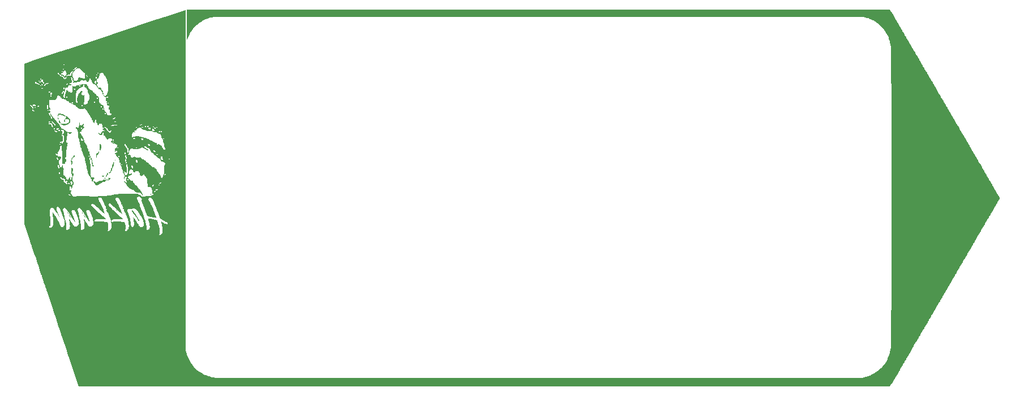
<source format=gbr>
%TF.GenerationSoftware,Flux,Pcbnew,7.0.11-7.0.11~ubuntu20.04.1*%
%TF.CreationDate,2024-08-16T17:16:58+00:00*%
%TF.ProjectId,input,696e7075-742e-46b6-9963-61645f706362,rev?*%
%TF.SameCoordinates,Original*%
%TF.FileFunction,Legend,Bot*%
%TF.FilePolarity,Positive*%
%FSLAX46Y46*%
G04 Gerber Fmt 4.6, Leading zero omitted, Abs format (unit mm)*
G04 Filename: betterflipperzero*
G04 Build it with Flux! Visit our site at: https://www.flux.ai (PCBNEW 7.0.11-7.0.11~ubuntu20.04.1) date 2024-08-16 17:16:58*
%MOMM*%
%LPD*%
G01*
G04 APERTURE LIST*
G04 APERTURE END LIST*
%TO.C,*%
G36*
X52580450Y34115250D02*
G01*
X52617945Y34057574D01*
X52653754Y34001307D01*
X52687577Y33947026D01*
X52719115Y33895307D01*
X52748066Y33846729D01*
X52774131Y33801869D01*
X52797010Y33761303D01*
X52816402Y33725609D01*
X52832007Y33695365D01*
X52843525Y33671147D01*
X52850656Y33653533D01*
X52853100Y33643100D01*
X52857029Y33630219D01*
X52868463Y33605447D01*
X52886870Y33569638D01*
X52911719Y33523646D01*
X52942479Y33468326D01*
X52978619Y33404531D01*
X53019608Y33333117D01*
X53064915Y33254937D01*
X53114009Y33170846D01*
X53166358Y33081698D01*
X53221432Y32988348D01*
X53278700Y32891650D01*
X53339362Y32790657D01*
X53404342Y32681652D01*
X53472693Y32566320D01*
X53543469Y32446346D01*
X53615722Y32323418D01*
X53688506Y32199219D01*
X53760875Y32075436D01*
X53831881Y31953754D01*
X53900579Y31835859D01*
X53966021Y31723436D01*
X54027260Y31618171D01*
X54083350Y31521750D01*
X54137635Y31426006D01*
X54196769Y31322712D01*
X54259783Y31213460D01*
X54325706Y31099844D01*
X54393568Y30983458D01*
X54462400Y30865894D01*
X54531232Y30748745D01*
X54599094Y30633606D01*
X54665017Y30522068D01*
X54728031Y30415726D01*
X54787165Y30316172D01*
X54841450Y30225000D01*
X54893576Y30137211D01*
X54946465Y30047482D01*
X54999491Y29956922D01*
X55052033Y29866639D01*
X55103467Y29777741D01*
X55153169Y29691338D01*
X55200515Y29608536D01*
X55244883Y29530444D01*
X55285649Y29458172D01*
X55322190Y29392826D01*
X55353881Y29335516D01*
X55380100Y29287350D01*
X55404961Y29243024D01*
X55432684Y29193757D01*
X55462809Y29140427D01*
X55494874Y29083909D01*
X55528417Y29025083D01*
X55562975Y28964825D01*
X55598088Y28904013D01*
X55633293Y28843524D01*
X55668128Y28784236D01*
X55702132Y28727026D01*
X55734844Y28672771D01*
X55765800Y28622350D01*
X55873366Y28444609D01*
X55987928Y28253891D01*
X56106509Y28055230D01*
X56226128Y27853659D01*
X56343807Y27654213D01*
X56456569Y27461925D01*
X56561433Y27281829D01*
X56655422Y27118957D01*
X56735557Y26978345D01*
X56798859Y26865026D01*
X56842350Y26784033D01*
X56863050Y26740400D01*
X56872232Y26721605D01*
X56889404Y26689232D01*
X56913964Y26644391D01*
X56945313Y26588189D01*
X56982850Y26521735D01*
X57025975Y26446138D01*
X57074087Y26362505D01*
X57126587Y26271944D01*
X57182873Y26175566D01*
X57242346Y26074476D01*
X57304405Y25969785D01*
X57368450Y25862600D01*
X57433137Y25750624D01*
X57500249Y25635115D01*
X57568885Y25517527D01*
X57638144Y25399317D01*
X57707127Y25281937D01*
X57774931Y25166844D01*
X57840658Y25055491D01*
X57903406Y24949333D01*
X57962274Y24849826D01*
X58016363Y24758423D01*
X58064772Y24676579D01*
X58106600Y24605750D01*
X58148028Y24536864D01*
X58195297Y24457541D01*
X58247601Y24369259D01*
X58304130Y24273496D01*
X58364076Y24171730D01*
X58426631Y24065438D01*
X58490988Y23956097D01*
X58556337Y23845187D01*
X58621871Y23734184D01*
X58686782Y23624567D01*
X58750261Y23517813D01*
X58811500Y23415400D01*
X58868768Y23316920D01*
X58923842Y23221626D01*
X58976191Y23130489D01*
X59025285Y23044478D01*
X59070592Y22964562D01*
X59111581Y22891713D01*
X59147721Y22826898D01*
X59178481Y22771089D01*
X59203330Y22725255D01*
X59221737Y22690365D01*
X59233171Y22667390D01*
X59237100Y22657300D01*
X59241164Y22647202D01*
X59252986Y22624173D01*
X59272012Y22589138D01*
X59297689Y22543019D01*
X59329461Y22486740D01*
X59366775Y22421225D01*
X59409076Y22347398D01*
X59455811Y22266181D01*
X59506425Y22178500D01*
X59560364Y22085277D01*
X59617074Y21987436D01*
X59676000Y21885900D01*
X59739575Y21780735D01*
X59806660Y21669128D01*
X59876331Y21552673D01*
X59947665Y21432961D01*
X60019737Y21311587D01*
X60091625Y21190144D01*
X60162404Y21070224D01*
X60231152Y20953422D01*
X60296944Y20841330D01*
X60358856Y20735542D01*
X60415966Y20637651D01*
X60467350Y20549250D01*
X60518322Y20462923D01*
X60574212Y20367914D01*
X60634120Y20265794D01*
X60697144Y20158131D01*
X60762386Y20046498D01*
X60828944Y19932463D01*
X60895917Y19817596D01*
X60962406Y19703469D01*
X61027509Y19591650D01*
X61090326Y19483711D01*
X61149956Y19381221D01*
X61205500Y19285750D01*
X61259589Y19195286D01*
X61311808Y19107339D01*
X61361671Y19022763D01*
X61408694Y18942413D01*
X61452393Y18867143D01*
X61492281Y18797806D01*
X61527875Y18735259D01*
X61558689Y18680354D01*
X61584238Y18633946D01*
X61604038Y18596890D01*
X61617604Y18570040D01*
X61624450Y18554250D01*
X61630480Y18541350D01*
X61641660Y18519769D01*
X61657596Y18490244D01*
X61677896Y18453515D01*
X61702168Y18410321D01*
X61730019Y18361400D01*
X61761056Y18307492D01*
X61794887Y18249335D01*
X61831120Y18187669D01*
X61869361Y18123231D01*
X61909219Y18056762D01*
X61950300Y17989000D01*
X61993417Y17917978D01*
X62039213Y17841992D01*
X62087041Y17762173D01*
X62136254Y17679652D01*
X62186206Y17595561D01*
X62236250Y17511031D01*
X62285740Y17427194D01*
X62334030Y17345181D01*
X62380472Y17266124D01*
X62424420Y17191154D01*
X62465229Y17121402D01*
X62502250Y17058000D01*
X62594353Y16894967D01*
X62702089Y16705796D01*
X62821970Y16496491D01*
X62950509Y16273054D01*
X63084221Y16041489D01*
X63219619Y15807800D01*
X63353215Y15577990D01*
X63481524Y15358063D01*
X63601059Y15154022D01*
X63708332Y14971870D01*
X63799858Y14817612D01*
X63872150Y14697250D01*
X63903749Y14646344D01*
X63941513Y14584262D01*
X63984680Y14512297D01*
X64032489Y14431743D01*
X64084176Y14343892D01*
X64138981Y14250038D01*
X64196141Y14151473D01*
X64254894Y14049491D01*
X64314479Y13945384D01*
X64374133Y13840447D01*
X64433094Y13735971D01*
X64490600Y13633250D01*
X64611389Y13421893D01*
X64731509Y13212545D01*
X64851674Y13003890D01*
X64972602Y12794611D01*
X65095007Y12583393D01*
X65219606Y12368919D01*
X65347115Y12149873D01*
X65478248Y11924939D01*
X65613723Y11692801D01*
X65754254Y11452142D01*
X65900558Y11201647D01*
X66053350Y10940000D01*
X66117056Y10831518D01*
X66184503Y10716640D01*
X66254720Y10597005D01*
X66326739Y10474254D01*
X66399589Y10350024D01*
X66472300Y10225956D01*
X66543903Y10103689D01*
X66613428Y9984863D01*
X66679905Y9871116D01*
X66742364Y9764089D01*
X66799836Y9665421D01*
X66851350Y9576750D01*
X66900798Y9490423D01*
X66955441Y9395414D01*
X67014379Y9293294D01*
X67076711Y9185631D01*
X67141537Y9073998D01*
X67207956Y8959963D01*
X67275068Y8845096D01*
X67341972Y8730969D01*
X67407768Y8619150D01*
X67471555Y8511211D01*
X67532432Y8408721D01*
X67589500Y8313250D01*
X67642600Y8221839D01*
X67695100Y8131145D01*
X67746398Y8042159D01*
X67795896Y7955874D01*
X67842993Y7873284D01*
X67887087Y7795381D01*
X67927580Y7723159D01*
X67963870Y7657609D01*
X67995358Y7599726D01*
X68021442Y7550501D01*
X68041523Y7510928D01*
X68055000Y7482000D01*
X68067669Y7454565D01*
X68085418Y7419348D01*
X68107784Y7377159D01*
X68134307Y7328804D01*
X68164525Y7275092D01*
X68197975Y7216831D01*
X68234196Y7154830D01*
X68272726Y7089896D01*
X68313103Y7022838D01*
X68354866Y6954464D01*
X68397552Y6885582D01*
X68440700Y6817000D01*
X68481643Y6749496D01*
X68521085Y6683723D01*
X68558634Y6620305D01*
X68593896Y6559867D01*
X68626481Y6503030D01*
X68655994Y6450419D01*
X68682043Y6402657D01*
X68704237Y6360367D01*
X68722182Y6324173D01*
X68735486Y6294698D01*
X68743756Y6272566D01*
X68746600Y6258400D01*
X68744568Y6247120D01*
X68738657Y6230230D01*
X68729144Y6208213D01*
X68716306Y6181556D01*
X68700419Y6150742D01*
X68681762Y6116256D01*
X68660612Y6078584D01*
X68637244Y6038211D01*
X68611937Y5995621D01*
X68584968Y5951299D01*
X68556613Y5905731D01*
X68527150Y5859400D01*
X68494131Y5809952D01*
X68458618Y5755309D01*
X68421166Y5696371D01*
X68382328Y5634039D01*
X68342659Y5569213D01*
X68302712Y5502794D01*
X68263043Y5435682D01*
X68224206Y5368778D01*
X68186753Y5302982D01*
X68151240Y5239195D01*
X68118221Y5178318D01*
X68088250Y5121250D01*
X68056212Y5063093D01*
X68020365Y4999025D01*
X67981330Y4930063D01*
X67939733Y4857220D01*
X67896197Y4781515D01*
X67851344Y4703963D01*
X67805798Y4625579D01*
X67760183Y4547380D01*
X67715123Y4470381D01*
X67671240Y4395600D01*
X67629158Y4324050D01*
X67589500Y4256750D01*
X67546548Y4187860D01*
X67498032Y4108510D01*
X67444759Y4020155D01*
X67387537Y3924250D01*
X67327175Y3822249D01*
X67264481Y3715606D01*
X67200263Y3605777D01*
X67135330Y3494217D01*
X67070488Y3382379D01*
X67006547Y3271719D01*
X66944315Y3163691D01*
X66884600Y3059750D01*
X66762102Y2846646D01*
X66628914Y2615647D01*
X66487366Y2370748D01*
X66339793Y2115943D01*
X66188524Y1855226D01*
X66035894Y1592594D01*
X65884233Y1332039D01*
X65735874Y1077557D01*
X65593149Y833143D01*
X65458391Y602791D01*
X65333930Y390495D01*
X65222100Y200250D01*
X65180541Y130960D01*
X65132910Y50471D01*
X65080060Y-39670D01*
X65022846Y-137915D01*
X64962123Y-242718D01*
X64898744Y-352531D01*
X64833564Y-465808D01*
X64767437Y-581002D01*
X64701218Y-696565D01*
X64635761Y-810950D01*
X64571920Y-922611D01*
X64510550Y-1030000D01*
X64447829Y-1139429D01*
X64380075Y-1257054D01*
X64308348Y-1381099D01*
X64233713Y-1509785D01*
X64157230Y-1641334D01*
X64079962Y-1773969D01*
X64002972Y-1905910D01*
X63927320Y-2035381D01*
X63854070Y-2160604D01*
X63784284Y-2279800D01*
X63719023Y-2391191D01*
X63659350Y-2493000D01*
X63600216Y-2593862D01*
X63536510Y-2702506D01*
X63469202Y-2817291D01*
X63399261Y-2936580D01*
X63327658Y-3058731D01*
X63255362Y-3182106D01*
X63183344Y-3305066D01*
X63112572Y-3425970D01*
X63044017Y-3543180D01*
X62978649Y-3655057D01*
X62917436Y-3759960D01*
X62861350Y-3856250D01*
X62805264Y-3952540D01*
X62744051Y-4057443D01*
X62678683Y-4169320D01*
X62610128Y-4286530D01*
X62539356Y-4407434D01*
X62467337Y-4530394D01*
X62395042Y-4653769D01*
X62323439Y-4775920D01*
X62253498Y-4895209D01*
X62186190Y-5009994D01*
X62122484Y-5118638D01*
X62063350Y-5219500D01*
X62007472Y-5314936D01*
X61953256Y-5407763D01*
X61901256Y-5497034D01*
X61852028Y-5581802D01*
X61806124Y-5661121D01*
X61764100Y-5734044D01*
X61726509Y-5799624D01*
X61693906Y-5856915D01*
X61666844Y-5904970D01*
X61645878Y-5942841D01*
X61631562Y-5969584D01*
X61624450Y-5984250D01*
X61617477Y-6000040D01*
X61603576Y-6026890D01*
X61583303Y-6063946D01*
X61557211Y-6110354D01*
X61525855Y-6165259D01*
X61489787Y-6227806D01*
X61449564Y-6297143D01*
X61405739Y-6372413D01*
X61358866Y-6452763D01*
X61309499Y-6537339D01*
X61258192Y-6625286D01*
X61205500Y-6715750D01*
X61148294Y-6811494D01*
X61087001Y-6914788D01*
X61022521Y-7024040D01*
X60955756Y-7137656D01*
X60887605Y-7254042D01*
X60818969Y-7371606D01*
X60750749Y-7488755D01*
X60683844Y-7603894D01*
X60619157Y-7715432D01*
X60557587Y-7821774D01*
X60500034Y-7921328D01*
X60447400Y-8012500D01*
X60394496Y-8104076D01*
X60336166Y-8204796D01*
X60273357Y-8312997D01*
X60207015Y-8427017D01*
X60138086Y-8545193D01*
X60067519Y-8665863D01*
X59996258Y-8787364D01*
X59925252Y-8908033D01*
X59855446Y-9026209D01*
X59787788Y-9140229D01*
X59723223Y-9248430D01*
X59662700Y-9349150D01*
X59605432Y-9445844D01*
X59550358Y-9539168D01*
X59498009Y-9628242D01*
X59448915Y-9712191D01*
X59403608Y-9790136D01*
X59362619Y-9861200D01*
X59326479Y-9924506D01*
X59295719Y-9979176D01*
X59270870Y-10024333D01*
X59252463Y-10059099D01*
X59241029Y-10082597D01*
X59237100Y-10093950D01*
X59233848Y-10104217D01*
X59224385Y-10124552D01*
X59209149Y-10154216D01*
X59188580Y-10192469D01*
X59163115Y-10238572D01*
X59133194Y-10291787D01*
X59099255Y-10351376D01*
X59061737Y-10416598D01*
X59021079Y-10486716D01*
X58977719Y-10560989D01*
X58932097Y-10638680D01*
X58884650Y-10719050D01*
X58831877Y-10804265D01*
X58773909Y-10899247D01*
X58711646Y-11002402D01*
X58645989Y-11112139D01*
X58577838Y-11226863D01*
X58508094Y-11344981D01*
X58437657Y-11464901D01*
X58367428Y-11585028D01*
X58298307Y-11703770D01*
X58231195Y-11819533D01*
X58166993Y-11930724D01*
X58106600Y-12035750D01*
X58049094Y-12136947D01*
X57990133Y-12240176D01*
X57930479Y-12344144D01*
X57870894Y-12447557D01*
X57812141Y-12549124D01*
X57754981Y-12647550D01*
X57700176Y-12741543D01*
X57648489Y-12829809D01*
X57600680Y-12911056D01*
X57557513Y-12983991D01*
X57519749Y-13047320D01*
X57488150Y-13099750D01*
X57417382Y-13218588D01*
X57327103Y-13371600D01*
X57220799Y-13552781D01*
X57101957Y-13756130D01*
X56974064Y-13975641D01*
X56840606Y-14205313D01*
X56705070Y-14439140D01*
X56570943Y-14671120D01*
X56441710Y-14895250D01*
X56320859Y-15105525D01*
X56211877Y-15295943D01*
X56118250Y-15460500D01*
X55967655Y-15725076D01*
X55831192Y-15964484D01*
X55708028Y-16180155D01*
X55597333Y-16373520D01*
X55498276Y-16546012D01*
X55410025Y-16699063D01*
X55331749Y-16834102D01*
X55262617Y-16952563D01*
X55201797Y-17055877D01*
X55148458Y-17145475D01*
X55101770Y-17222788D01*
X55060900Y-17289250D01*
X55003455Y-17381815D01*
X54926084Y-17509962D01*
X54831579Y-17668820D01*
X54722735Y-17853515D01*
X54602346Y-18059176D01*
X54473206Y-18280931D01*
X54338109Y-18513908D01*
X54199848Y-18753235D01*
X54061218Y-18994040D01*
X53925012Y-19231450D01*
X53794025Y-19460594D01*
X53671050Y-19676600D01*
X53629330Y-19750674D01*
X53584446Y-19829181D01*
X53537115Y-19911013D01*
X53488052Y-19995061D01*
X53437973Y-20080218D01*
X53387594Y-20165375D01*
X53337630Y-20249424D01*
X53288798Y-20331256D01*
X53241813Y-20409763D01*
X53197391Y-20483836D01*
X53156248Y-20552368D01*
X53119100Y-20614250D01*
X53083133Y-20670271D01*
X53048598Y-20724929D01*
X53015817Y-20777695D01*
X52985115Y-20828035D01*
X52956814Y-20875420D01*
X52931237Y-20919319D01*
X52908709Y-20959200D01*
X52889552Y-20994531D01*
X52874089Y-21024784D01*
X52862644Y-21049425D01*
X52855540Y-21067924D01*
X52853100Y-21079750D01*
X52850529Y-21090183D01*
X52843063Y-21107797D01*
X52831072Y-21132015D01*
X52814924Y-21162259D01*
X52794989Y-21197953D01*
X52771637Y-21238519D01*
X52745238Y-21283379D01*
X52716159Y-21331957D01*
X52684772Y-21383676D01*
X52651445Y-21437957D01*
X52616548Y-21494224D01*
X52580450Y-21551900D01*
X52301150Y-21977500D01*
X-8373450Y-21964200D01*
X-69054700Y-21944250D01*
X-69979050Y-19151250D01*
X-70106250Y-18765331D01*
X-70234121Y-18378649D01*
X-70361113Y-17995709D01*
X-70485681Y-17621011D01*
X-70606278Y-17259059D01*
X-70721356Y-16914356D01*
X-70829369Y-16591404D01*
X-70928769Y-16294706D01*
X-71018009Y-16028763D01*
X-71095542Y-15798080D01*
X-71159821Y-15607158D01*
X-71209300Y-15460500D01*
X-71253129Y-15334854D01*
X-71297813Y-15205122D01*
X-71342820Y-15073034D01*
X-71387619Y-14940322D01*
X-71431679Y-14808719D01*
X-71474469Y-14679956D01*
X-71515458Y-14555765D01*
X-71554115Y-14437878D01*
X-71589909Y-14328026D01*
X-71622308Y-14227941D01*
X-71650782Y-14139355D01*
X-71674800Y-14064000D01*
X-71736947Y-13869545D01*
X-71839480Y-13554628D01*
X-71976232Y-13137884D01*
X-72141039Y-12637944D01*
X-72327735Y-12073445D01*
X-72530156Y-11463019D01*
X-72742137Y-10825300D01*
X-72957511Y-10178922D01*
X-73170115Y-9542520D01*
X-73373783Y-8934726D01*
X-73562349Y-8374175D01*
X-73729650Y-7879500D01*
X-73779944Y-7731938D01*
X-73833864Y-7573477D01*
X-73890601Y-7406519D01*
X-73949346Y-7233465D01*
X-74009293Y-7056716D01*
X-74069631Y-6878675D01*
X-74129554Y-6701742D01*
X-74188254Y-6528319D01*
X-74244921Y-6360806D01*
X-74298748Y-6201606D01*
X-74348927Y-6053121D01*
X-74394650Y-5917750D01*
X-74438879Y-5786312D01*
X-74484702Y-5649287D01*
X-74531495Y-5508567D01*
X-74578633Y-5366046D01*
X-74625495Y-5223618D01*
X-74671456Y-5083175D01*
X-74715893Y-4946611D01*
X-74758183Y-4815820D01*
X-74797702Y-4692695D01*
X-74833827Y-4579130D01*
X-74865934Y-4477017D01*
X-74893400Y-4388250D01*
X-74922663Y-4297140D01*
X-74956821Y-4191367D01*
X-74995228Y-4072895D01*
X-75037237Y-3943685D01*
X-75082202Y-3805702D01*
X-75129475Y-3660906D01*
X-75178411Y-3511262D01*
X-75228363Y-3358731D01*
X-75278684Y-3205277D01*
X-75328729Y-3052862D01*
X-75377849Y-2903449D01*
X-75425400Y-2759000D01*
X-75615556Y-2200623D01*
X-75785116Y-1701773D01*
X-75936203Y-1256308D01*
X-76070943Y-858085D01*
X-76191458Y-500963D01*
X-76299875Y-178800D01*
X-76398317Y114547D01*
X-76488907Y385219D01*
X-76573772Y639358D01*
X-76655034Y883106D01*
X-76734819Y1122607D01*
X-76815250Y1364000D01*
X-77003819Y1937101D01*
X-73430996Y1937101D01*
X-73427691Y1903389D01*
X-73419490Y1871063D01*
X-73406232Y1841507D01*
X-73387756Y1816108D01*
X-73363900Y1796250D01*
X-73335072Y1784112D01*
X-73302295Y1780610D01*
X-73266332Y1785236D01*
X-73227944Y1797481D01*
X-73187894Y1816839D01*
X-73146944Y1842800D01*
X-73105855Y1874857D01*
X-73065389Y1912502D01*
X-73026309Y1955227D01*
X-72989376Y2002523D01*
X-72955352Y2053884D01*
X-72925000Y2108800D01*
X-72904896Y2152164D01*
X-72887748Y2196913D01*
X-72873463Y2244709D01*
X-72861948Y2297217D01*
X-72853112Y2356097D01*
X-72846863Y2423013D01*
X-72843106Y2499626D01*
X-72841752Y2587600D01*
X-72842706Y2688597D01*
X-72845877Y2804279D01*
X-72851173Y2936309D01*
X-72858500Y3086350D01*
X-72865277Y3192827D01*
X-72872262Y3298657D01*
X-72879385Y3402641D01*
X-72886578Y3503576D01*
X-72893770Y3600263D01*
X-72900894Y3691500D01*
X-72907879Y3776087D01*
X-72914656Y3852824D01*
X-72921155Y3920509D01*
X-72927309Y3977943D01*
X-72933047Y4023923D01*
X-72938300Y4057250D01*
X-72945750Y4101483D01*
X-72951354Y4137912D01*
X-72954925Y4166767D01*
X-72956280Y4188280D01*
X-72955233Y4202680D01*
X-72951600Y4210200D01*
X-72945196Y4211070D01*
X-72935837Y4205520D01*
X-72923338Y4193783D01*
X-72907513Y4176088D01*
X-72888179Y4152667D01*
X-72865150Y4123750D01*
X-72803464Y4042938D01*
X-72726885Y3930561D01*
X-72638530Y3792185D01*
X-72541517Y3633374D01*
X-72438961Y3459693D01*
X-72333981Y3276706D01*
X-72229694Y3089979D01*
X-72129217Y2905076D01*
X-72035666Y2727562D01*
X-71952160Y2563001D01*
X-71881816Y2416959D01*
X-71827750Y2295000D01*
X-71802458Y2236208D01*
X-71776705Y2179887D01*
X-71750859Y2126568D01*
X-71725291Y2076781D01*
X-71700369Y2031059D01*
X-71676463Y1989931D01*
X-71653942Y1953930D01*
X-71633176Y1923585D01*
X-71614534Y1899429D01*
X-71598387Y1881992D01*
X-71585102Y1871805D01*
X-71575050Y1869400D01*
X-71564682Y1871063D01*
X-71553622Y1872725D01*
X-71542008Y1874388D01*
X-71529978Y1876050D01*
X-71517671Y1877713D01*
X-71505225Y1879375D01*
X-71492779Y1881038D01*
X-71480472Y1882700D01*
X-71468442Y1884363D01*
X-71456828Y1886025D01*
X-71445768Y1887688D01*
X-71435400Y1889350D01*
X-71400676Y1904670D01*
X-71363759Y1938763D01*
X-71325779Y1988788D01*
X-71287869Y2051906D01*
X-71251159Y2125275D01*
X-71216781Y2206056D01*
X-71185867Y2291409D01*
X-71159548Y2378494D01*
X-71138955Y2464471D01*
X-71125221Y2546499D01*
X-71119475Y2621739D01*
X-71122850Y2687350D01*
X-71145151Y2797529D01*
X-71186548Y2949225D01*
X-71243693Y3133523D01*
X-71313237Y3341513D01*
X-71391832Y3564280D01*
X-71476131Y3792913D01*
X-71562785Y4018497D01*
X-71648446Y4232120D01*
X-71729766Y4424870D01*
X-71773052Y4520672D01*
X-71403397Y4520672D01*
X-71403381Y4506433D01*
X-71400780Y4493764D01*
X-71395500Y4482850D01*
X-71376547Y4431940D01*
X-71347503Y4331039D01*
X-71310193Y4188068D01*
X-71266441Y4010946D01*
X-71218070Y3807594D01*
X-71166906Y3585931D01*
X-71114772Y3353878D01*
X-71063493Y3119354D01*
X-71014891Y2890279D01*
X-70970793Y2674573D01*
X-70933021Y2480157D01*
X-70903400Y2314950D01*
X-70893856Y2248431D01*
X-70885236Y2182350D01*
X-70877631Y2117424D01*
X-70871135Y2054369D01*
X-70865840Y1993899D01*
X-70861838Y1936731D01*
X-70859221Y1883581D01*
X-70858081Y1835165D01*
X-70858513Y1792198D01*
X-70860606Y1755396D01*
X-70864454Y1725474D01*
X-70870150Y1703150D01*
X-70883596Y1637019D01*
X-70879078Y1584743D01*
X-70859136Y1546044D01*
X-70826309Y1520644D01*
X-70783138Y1508268D01*
X-70732163Y1508638D01*
X-70675922Y1521476D01*
X-70616957Y1546506D01*
X-70557808Y1583450D01*
X-70501013Y1632032D01*
X-70449114Y1691974D01*
X-70404650Y1763000D01*
X-70382341Y1814461D01*
X-70365273Y1875988D01*
X-70353424Y1947953D01*
X-70346770Y2030724D01*
X-70345289Y2124671D01*
X-70348956Y2230163D01*
X-70357750Y2347569D01*
X-70371646Y2477259D01*
X-70390623Y2619603D01*
X-70414656Y2774970D01*
X-70443723Y2943729D01*
X-70477800Y3126250D01*
X-70481525Y3155332D01*
X-70479339Y3172708D01*
X-70471150Y3178307D01*
X-70456865Y3172061D01*
X-70436391Y3153901D01*
X-70409638Y3123756D01*
X-70376511Y3081559D01*
X-70336919Y3027239D01*
X-70290769Y2960727D01*
X-70237969Y2881955D01*
X-70178427Y2790852D01*
X-70112050Y2687350D01*
X-70055621Y2598818D01*
X-69999770Y2513311D01*
X-69945073Y2431637D01*
X-69892107Y2354604D01*
X-69841451Y2283020D01*
X-69793681Y2217694D01*
X-69749375Y2159433D01*
X-69709109Y2109046D01*
X-69673462Y2067341D01*
X-69643009Y2035127D01*
X-69618330Y2013210D01*
X-69600000Y2002400D01*
X-69560439Y1993695D01*
X-69515705Y1993718D01*
X-69467000Y2001777D01*
X-69415524Y2017178D01*
X-69362478Y2039229D01*
X-69309063Y2067238D01*
X-69256478Y2100511D01*
X-69205926Y2138356D01*
X-69158606Y2180080D01*
X-69115720Y2224990D01*
X-69078468Y2272395D01*
X-69048050Y2321600D01*
X-69028396Y2358864D01*
X-69012737Y2395273D01*
X-69001188Y2432468D01*
X-68993865Y2472087D01*
X-68990882Y2515770D01*
X-68992356Y2565156D01*
X-68998402Y2621885D01*
X-69009135Y2687596D01*
X-69024671Y2763929D01*
X-69045125Y2852522D01*
X-69070613Y2955016D01*
X-69101250Y3073050D01*
X-69145930Y3243410D01*
X-69196013Y3413493D01*
X-69250252Y3580528D01*
X-69307400Y3741744D01*
X-69366211Y3894371D01*
X-69425438Y4035638D01*
X-69483833Y4162773D01*
X-69540150Y4273006D01*
X-69593142Y4363566D01*
X-69641563Y4431682D01*
X-69684164Y4474584D01*
X-69719700Y4489500D01*
X-69812685Y4484462D01*
X-69892231Y4472475D01*
X-69958477Y4453237D01*
X-70011561Y4426448D01*
X-70051623Y4391809D01*
X-70078800Y4349019D01*
X-70093231Y4297778D01*
X-70095056Y4237785D01*
X-70084411Y4168741D01*
X-70061436Y4090346D01*
X-70026270Y4002299D01*
X-69979050Y3904300D01*
X-69939835Y3818912D01*
X-69896418Y3715514D01*
X-69850414Y3598816D01*
X-69803441Y3473528D01*
X-69757114Y3344361D01*
X-69713050Y3216025D01*
X-69672865Y3093231D01*
X-69638176Y2980689D01*
X-69610598Y2883109D01*
X-69591749Y2805203D01*
X-69583244Y2751680D01*
X-69586700Y2727250D01*
X-69596390Y2732164D01*
X-69618226Y2756036D01*
X-69651330Y2797595D01*
X-69694824Y2855570D01*
X-69747832Y2928693D01*
X-69809475Y3015694D01*
X-69878877Y3115301D01*
X-69955159Y3226246D01*
X-70037445Y3347259D01*
X-70124857Y3477068D01*
X-70216518Y3614405D01*
X-70311550Y3758000D01*
X-70405597Y3901868D01*
X-70497565Y4040009D01*
X-70586486Y4171131D01*
X-70671389Y4293941D01*
X-70751304Y4407145D01*
X-70825263Y4509450D01*
X-70833610Y4520672D01*
X-69208897Y4520672D01*
X-69208881Y4506433D01*
X-69206280Y4493764D01*
X-69201000Y4482850D01*
X-69182047Y4431940D01*
X-69153003Y4331039D01*
X-69115693Y4188068D01*
X-69071941Y4010946D01*
X-69023570Y3807594D01*
X-68972406Y3585931D01*
X-68920272Y3353878D01*
X-68868993Y3119354D01*
X-68820391Y2890279D01*
X-68776293Y2674573D01*
X-68738521Y2480157D01*
X-68708900Y2314950D01*
X-68699356Y2248431D01*
X-68690736Y2182350D01*
X-68683131Y2117424D01*
X-68676635Y2054369D01*
X-68671340Y1993899D01*
X-68667338Y1936731D01*
X-68664721Y1883581D01*
X-68663581Y1835165D01*
X-68664013Y1792198D01*
X-68666106Y1755396D01*
X-68669954Y1725474D01*
X-68675650Y1703150D01*
X-68689096Y1637019D01*
X-68684578Y1584743D01*
X-68664636Y1546044D01*
X-68631809Y1520644D01*
X-68588638Y1508268D01*
X-68537663Y1508638D01*
X-68481422Y1521476D01*
X-68422457Y1546506D01*
X-68363308Y1583450D01*
X-68306513Y1632032D01*
X-68254614Y1691974D01*
X-68210150Y1763000D01*
X-68187841Y1814461D01*
X-68170773Y1875988D01*
X-68158924Y1947953D01*
X-68152270Y2030724D01*
X-68150789Y2124671D01*
X-68154456Y2230163D01*
X-68163250Y2347569D01*
X-68177146Y2477259D01*
X-68196123Y2619603D01*
X-68220156Y2774970D01*
X-68249223Y2943729D01*
X-68283300Y3126250D01*
X-68287025Y3155332D01*
X-68284839Y3172708D01*
X-68276650Y3178307D01*
X-68262365Y3172061D01*
X-68241891Y3153901D01*
X-68215138Y3123756D01*
X-68182011Y3081559D01*
X-68142419Y3027239D01*
X-68096269Y2960727D01*
X-68043469Y2881955D01*
X-67983927Y2790852D01*
X-67917550Y2687350D01*
X-67861121Y2598818D01*
X-67805270Y2513311D01*
X-67750573Y2431637D01*
X-67697607Y2354604D01*
X-67646951Y2283020D01*
X-67599181Y2217694D01*
X-67554875Y2159433D01*
X-67514609Y2109046D01*
X-67478962Y2067341D01*
X-67448509Y2035127D01*
X-67423830Y2013210D01*
X-67405500Y2002400D01*
X-67365939Y1993695D01*
X-67321205Y1993718D01*
X-67272500Y2001777D01*
X-67221024Y2017178D01*
X-67167978Y2039229D01*
X-67114563Y2067238D01*
X-67061978Y2100511D01*
X-67011426Y2138356D01*
X-66964106Y2180080D01*
X-66921220Y2224990D01*
X-66883968Y2272395D01*
X-66853550Y2321600D01*
X-66833896Y2358864D01*
X-66818237Y2395273D01*
X-66806688Y2432468D01*
X-66799365Y2472087D01*
X-66796382Y2515770D01*
X-66797856Y2565156D01*
X-66803902Y2621885D01*
X-66814635Y2687596D01*
X-66830171Y2763929D01*
X-66850625Y2852522D01*
X-66876113Y2955016D01*
X-66906750Y3073050D01*
X-66951430Y3243410D01*
X-67001513Y3413493D01*
X-67055752Y3580528D01*
X-67112900Y3741744D01*
X-67171711Y3894371D01*
X-67230938Y4035638D01*
X-67289333Y4162773D01*
X-67345650Y4273006D01*
X-67398642Y4363566D01*
X-67447063Y4431682D01*
X-67489664Y4474584D01*
X-67525200Y4489500D01*
X-67618185Y4484462D01*
X-67697731Y4472475D01*
X-67763977Y4453237D01*
X-67817061Y4426448D01*
X-67857123Y4391809D01*
X-67884300Y4349019D01*
X-67898731Y4297778D01*
X-67900556Y4237785D01*
X-67889911Y4168741D01*
X-67866936Y4090346D01*
X-67831770Y4002299D01*
X-67784550Y3904300D01*
X-67745335Y3818912D01*
X-67701918Y3715514D01*
X-67655914Y3598816D01*
X-67608941Y3473528D01*
X-67562614Y3344361D01*
X-67518550Y3216025D01*
X-67478365Y3093231D01*
X-67443676Y2980689D01*
X-67416098Y2883109D01*
X-67397249Y2805203D01*
X-67388744Y2751680D01*
X-67392200Y2727250D01*
X-67401890Y2732164D01*
X-67423726Y2756036D01*
X-67456830Y2797595D01*
X-67500324Y2855570D01*
X-67553332Y2928693D01*
X-67614975Y3015694D01*
X-67684377Y3115301D01*
X-67760659Y3226246D01*
X-67842945Y3347259D01*
X-67930357Y3477068D01*
X-68022018Y3614405D01*
X-68117050Y3758000D01*
X-68211097Y3901868D01*
X-68303065Y4040009D01*
X-68391986Y4171131D01*
X-68476889Y4293941D01*
X-68556804Y4407145D01*
X-68630763Y4509450D01*
X-68697794Y4599564D01*
X-68756928Y4676193D01*
X-68807195Y4738044D01*
X-68847626Y4783824D01*
X-68877251Y4812241D01*
X-68895100Y4822000D01*
X-68906272Y4820780D01*
X-68919637Y4817228D01*
X-68934896Y4811505D01*
X-68951748Y4803774D01*
X-68969893Y4794195D01*
X-68989031Y4782931D01*
X-69008862Y4770143D01*
X-69029085Y4755993D01*
X-69049401Y4740641D01*
X-69069509Y4724251D01*
X-69089108Y4706983D01*
X-69107900Y4689000D01*
X-69127003Y4668942D01*
X-69144352Y4648792D01*
X-69159853Y4628734D01*
X-69173415Y4608954D01*
X-69184945Y4589635D01*
X-69194350Y4570963D01*
X-69201539Y4553121D01*
X-69206419Y4536296D01*
X-69208897Y4520672D01*
X-70833610Y4520672D01*
X-70892294Y4599564D01*
X-70951428Y4676193D01*
X-71001695Y4738044D01*
X-71042126Y4783824D01*
X-71071751Y4812241D01*
X-71089600Y4822000D01*
X-71100772Y4820780D01*
X-71114137Y4817228D01*
X-71129396Y4811505D01*
X-71146248Y4803774D01*
X-71164393Y4794195D01*
X-71183531Y4782931D01*
X-71203362Y4770143D01*
X-71223585Y4755993D01*
X-71243901Y4740641D01*
X-71264009Y4724251D01*
X-71283608Y4706983D01*
X-71302400Y4689000D01*
X-71321503Y4668942D01*
X-71338852Y4648792D01*
X-71354353Y4628734D01*
X-71367915Y4608954D01*
X-71379445Y4589635D01*
X-71388850Y4570963D01*
X-71396039Y4553121D01*
X-71400919Y4536296D01*
X-71403397Y4520672D01*
X-71773052Y4520672D01*
X-71803397Y4587834D01*
X-71865991Y4712098D01*
X-71914200Y4788750D01*
X-71947165Y4828827D01*
X-71976759Y4862762D01*
X-72003767Y4890786D01*
X-72028974Y4913130D01*
X-72053165Y4930024D01*
X-72077125Y4941700D01*
X-72101639Y4948388D01*
X-72127493Y4950320D01*
X-72155470Y4947727D01*
X-72186357Y4940838D01*
X-72220939Y4929885D01*
X-72260000Y4915100D01*
X-72297260Y4896170D01*
X-72325884Y4868950D01*
X-72345827Y4832910D01*
X-72357041Y4787519D01*
X-72359481Y4732244D01*
X-72353100Y4666556D01*
X-72337853Y4589923D01*
X-72313693Y4501815D01*
X-72280573Y4401699D01*
X-72238449Y4289046D01*
X-72187273Y4163323D01*
X-72127000Y4024000D01*
X-72096151Y3950130D01*
X-72066965Y3878593D01*
X-72039719Y3810057D01*
X-72014689Y3745193D01*
X-71992153Y3684669D01*
X-71972388Y3629156D01*
X-71955670Y3579324D01*
X-71942278Y3535841D01*
X-71932488Y3499377D01*
X-71926576Y3470603D01*
X-71924822Y3450187D01*
X-71927500Y3438800D01*
X-71932476Y3434632D01*
X-71937383Y3432058D01*
X-71942151Y3431007D01*
X-71946711Y3431411D01*
X-71950994Y3433201D01*
X-71954931Y3436306D01*
X-71958453Y3440659D01*
X-71961489Y3446189D01*
X-71963971Y3452827D01*
X-71965830Y3460505D01*
X-71966996Y3469152D01*
X-71967400Y3478700D01*
X-71983040Y3525950D01*
X-72026573Y3609545D01*
X-72092919Y3722048D01*
X-72176998Y3856026D01*
X-72273731Y4004042D01*
X-72378038Y4158663D01*
X-72484838Y4312451D01*
X-72589052Y4457974D01*
X-72685600Y4587795D01*
X-72769402Y4694480D01*
X-72835379Y4770593D01*
X-72878450Y4808700D01*
X-72922910Y4828331D01*
X-72969241Y4837732D01*
X-73016541Y4837482D01*
X-73063911Y4828157D01*
X-73110450Y4810336D01*
X-73155256Y4784594D01*
X-73197431Y4751509D01*
X-73236072Y4711659D01*
X-73270280Y4665621D01*
X-73299155Y4613972D01*
X-73321795Y4557289D01*
X-73337300Y4496150D01*
X-73343123Y4457709D01*
X-73347306Y4406406D01*
X-73349873Y4343512D01*
X-73350846Y4270296D01*
X-73350250Y4188029D01*
X-73348106Y4097981D01*
X-73344439Y4001422D01*
X-73339270Y3899620D01*
X-73332624Y3793848D01*
X-73324523Y3685373D01*
X-73314991Y3575468D01*
X-73304050Y3465400D01*
X-73281206Y3207947D01*
X-73262611Y2982936D01*
X-73248356Y2788451D01*
X-73238535Y2622574D01*
X-73233240Y2483390D01*
X-73232563Y2368981D01*
X-73236596Y2277432D01*
X-73245431Y2206826D01*
X-73259163Y2155246D01*
X-73277881Y2120776D01*
X-73301679Y2101500D01*
X-73330650Y2095500D01*
X-73357085Y2090882D01*
X-73379755Y2077951D01*
X-73398501Y2058094D01*
X-73413159Y2032694D01*
X-73423569Y2003139D01*
X-73429569Y1970813D01*
X-73430996Y1937101D01*
X-77003819Y1937101D01*
X-77154400Y2394750D01*
X-77154400Y5265395D01*
X-67156310Y5265395D01*
X-67145734Y5219338D01*
X-67121028Y5166076D01*
X-67081082Y5104409D01*
X-67024788Y5033138D01*
X-66951037Y4951059D01*
X-66858722Y4856974D01*
X-66746734Y4749681D01*
X-66613965Y4627980D01*
X-66459307Y4490670D01*
X-66281650Y4336550D01*
X-66215208Y4278670D01*
X-66143016Y4215434D01*
X-66066252Y4147856D01*
X-65986094Y4076954D01*
X-65903720Y4003742D01*
X-65820306Y3929238D01*
X-65737031Y3854456D01*
X-65655072Y3780413D01*
X-65575607Y3708125D01*
X-65499813Y3638608D01*
X-65428868Y3572878D01*
X-65363950Y3511950D01*
X-64911750Y3086350D01*
X-65723050Y3099650D01*
X-65891459Y3102509D01*
X-66035692Y3104237D01*
X-66157898Y3104534D01*
X-66260222Y3103098D01*
X-66344813Y3099631D01*
X-66413819Y3093831D01*
X-66469386Y3085399D01*
X-66513661Y3074035D01*
X-66548793Y3059438D01*
X-66576928Y3041309D01*
X-66600215Y3019346D01*
X-66620800Y2993250D01*
X-66647423Y2954378D01*
X-66667535Y2917791D01*
X-66681273Y2883837D01*
X-66688778Y2852861D01*
X-66690186Y2825211D01*
X-66685638Y2801231D01*
X-66675270Y2781270D01*
X-66659222Y2765672D01*
X-66637633Y2754785D01*
X-66610640Y2748955D01*
X-66578383Y2748528D01*
X-66541000Y2753850D01*
X-66488119Y2761197D01*
X-66414434Y2766627D01*
X-66322693Y2770163D01*
X-66215643Y2771830D01*
X-66096031Y2771649D01*
X-65966606Y2769644D01*
X-65830116Y2765838D01*
X-65689307Y2760254D01*
X-65546929Y2752915D01*
X-65405728Y2743844D01*
X-65268452Y2733065D01*
X-65137850Y2720600D01*
X-64718900Y2680700D01*
X-64645750Y2408050D01*
X-64629391Y2334073D01*
X-64616841Y2252914D01*
X-64608032Y2166260D01*
X-64602894Y2075796D01*
X-64601359Y1983208D01*
X-64603356Y1890181D01*
X-64608817Y1798401D01*
X-64617672Y1709554D01*
X-64629852Y1625324D01*
X-64645288Y1547398D01*
X-64663911Y1477462D01*
X-64685650Y1417200D01*
X-64698030Y1375322D01*
X-64699350Y1342634D01*
X-64690741Y1318905D01*
X-64673335Y1303904D01*
X-64648263Y1297400D01*
X-64616656Y1299163D01*
X-64579646Y1308960D01*
X-64538365Y1326563D01*
X-64493943Y1351739D01*
X-64447512Y1384258D01*
X-64400204Y1423888D01*
X-64353150Y1470400D01*
X-64299811Y1533040D01*
X-64252846Y1598012D01*
X-64212253Y1665432D01*
X-64178033Y1735415D01*
X-64150186Y1808076D01*
X-64128713Y1883531D01*
X-64113611Y1961896D01*
X-64104883Y2043285D01*
X-64102528Y2127815D01*
X-64106546Y2215600D01*
X-64116936Y2306757D01*
X-64133700Y2401400D01*
X-64142128Y2447023D01*
X-64150694Y2493730D01*
X-64159261Y2540946D01*
X-64167689Y2588093D01*
X-64175840Y2634593D01*
X-64183575Y2679869D01*
X-64190756Y2723344D01*
X-64197244Y2764441D01*
X-64202902Y2802582D01*
X-64207589Y2837191D01*
X-64211168Y2867689D01*
X-64213500Y2893500D01*
X-64215967Y2917822D01*
X-64219934Y2943991D01*
X-64225241Y2971638D01*
X-64231726Y3000393D01*
X-64239226Y3029887D01*
X-64247581Y3059750D01*
X-64256629Y3089613D01*
X-64266207Y3119107D01*
X-64276155Y3147863D01*
X-64286311Y3175509D01*
X-64296513Y3201678D01*
X-64306600Y3226000D01*
X-64317776Y3252627D01*
X-64331168Y3285511D01*
X-64346500Y3323984D01*
X-64363494Y3367374D01*
X-64381874Y3415013D01*
X-64401363Y3466231D01*
X-64421682Y3520359D01*
X-64442556Y3576726D01*
X-64463706Y3634663D01*
X-64484857Y3693501D01*
X-64505731Y3752570D01*
X-64526050Y3811200D01*
X-64546100Y3867660D01*
X-64566196Y3920402D01*
X-64586108Y3969034D01*
X-64605604Y4013163D01*
X-64624453Y4052397D01*
X-64642425Y4086344D01*
X-64659289Y4114610D01*
X-64674813Y4136804D01*
X-64688767Y4152532D01*
X-64700920Y4161403D01*
X-64711042Y4163023D01*
X-64718900Y4157000D01*
X-64724553Y4149349D01*
X-64731430Y4146225D01*
X-64739370Y4147441D01*
X-64748209Y4152813D01*
X-64757788Y4162157D01*
X-64767944Y4175288D01*
X-64778515Y4192020D01*
X-64789341Y4212170D01*
X-64800259Y4235553D01*
X-64811107Y4261984D01*
X-64821725Y4291278D01*
X-64831950Y4323250D01*
X-64844146Y4361080D01*
X-64854147Y4394799D01*
X-64861979Y4424455D01*
X-64867663Y4450093D01*
X-64871223Y4471759D01*
X-64872681Y4489500D01*
X-64872062Y4503362D01*
X-64869387Y4513391D01*
X-64864680Y4519633D01*
X-64857965Y4522134D01*
X-64849264Y4520941D01*
X-64838600Y4516100D01*
X-64829179Y4510412D01*
X-64820867Y4506618D01*
X-64813663Y4504670D01*
X-64807567Y4504524D01*
X-64802579Y4506133D01*
X-64798700Y4509450D01*
X-64795929Y4514430D01*
X-64794267Y4521026D01*
X-64793713Y4529192D01*
X-64794267Y4538882D01*
X-64795929Y4550050D01*
X-64798700Y4562650D01*
X-64804357Y4575519D01*
X-64811261Y4587464D01*
X-64819273Y4598394D01*
X-64828256Y4608215D01*
X-64838069Y4616835D01*
X-64848575Y4624163D01*
X-64859635Y4630104D01*
X-64871111Y4634569D01*
X-64882864Y4637463D01*
X-64894756Y4638694D01*
X-64906647Y4638171D01*
X-64918400Y4635800D01*
X-64930738Y4633714D01*
X-64941182Y4634076D01*
X-64949780Y4636839D01*
X-64956576Y4641957D01*
X-64961617Y4649385D01*
X-64964950Y4659075D01*
X-64966620Y4670982D01*
X-64966674Y4685059D01*
X-64965158Y4701261D01*
X-64962118Y4719541D01*
X-64957600Y4739852D01*
X-64951650Y4762150D01*
X-64944296Y4782781D01*
X-64938812Y4801403D01*
X-64935129Y4817948D01*
X-64933178Y4832344D01*
X-64932889Y4844525D01*
X-64934194Y4854419D01*
X-64937022Y4861958D01*
X-64941306Y4867072D01*
X-64946974Y4869693D01*
X-64953959Y4869751D01*
X-64962191Y4867176D01*
X-64971600Y4861900D01*
X-64981017Y4856620D01*
X-64989303Y4854019D01*
X-64996434Y4854003D01*
X-65002387Y4856481D01*
X-65007140Y4861361D01*
X-65010669Y4868550D01*
X-65012951Y4877955D01*
X-65013963Y4889485D01*
X-65013682Y4903047D01*
X-65012085Y4918548D01*
X-65009149Y4935897D01*
X-65004850Y4955000D01*
X-65000551Y4972983D01*
X-64997615Y4990251D01*
X-64996018Y5006641D01*
X-64995737Y5021993D01*
X-64996749Y5036143D01*
X-64999031Y5048931D01*
X-65002560Y5060195D01*
X-65007313Y5069774D01*
X-65013266Y5077505D01*
X-65020397Y5083228D01*
X-65028683Y5086780D01*
X-65038100Y5088000D01*
X-65053936Y5092903D01*
X-65071134Y5106719D01*
X-65089118Y5128108D01*
X-65107309Y5155731D01*
X-65125131Y5188250D01*
X-65142006Y5224325D01*
X-65155086Y5256952D01*
X-64566054Y5256952D01*
X-64559546Y5227404D01*
X-64545096Y5194161D01*
X-64521894Y5156163D01*
X-64489132Y5112345D01*
X-64446004Y5061646D01*
X-64391699Y5003005D01*
X-64325411Y4935358D01*
X-64246331Y4857644D01*
X-64153650Y4768800D01*
X-64000346Y4623589D01*
X-63829955Y4463854D01*
X-63647834Y4294468D01*
X-63459341Y4120302D01*
X-63269831Y3946228D01*
X-63084663Y3777119D01*
X-62909192Y3617846D01*
X-62748776Y3473281D01*
X-62608772Y3348298D01*
X-62494537Y3247766D01*
X-62411427Y3176560D01*
X-62364800Y3139550D01*
X-62362433Y3133181D01*
X-62374683Y3127389D01*
X-62400648Y3122198D01*
X-62439428Y3117630D01*
X-62490122Y3113708D01*
X-62551831Y3110456D01*
X-62623654Y3107897D01*
X-62704689Y3106054D01*
X-62794037Y3104949D01*
X-62890797Y3104607D01*
X-62994068Y3105049D01*
X-63102950Y3106300D01*
X-63301780Y3108293D01*
X-63473872Y3107285D01*
X-63621027Y3102767D01*
X-63745044Y3094231D01*
X-63847727Y3081170D01*
X-63930875Y3063075D01*
X-63996290Y3039438D01*
X-64045772Y3009752D01*
X-64081123Y2973508D01*
X-64104144Y2930198D01*
X-64116636Y2879315D01*
X-64120400Y2820350D01*
X-64117217Y2789074D01*
X-64108239Y2761885D01*
X-64094320Y2738991D01*
X-64076313Y2720600D01*
X-64055074Y2706919D01*
X-64031456Y2698156D01*
X-64006315Y2694520D01*
X-63980504Y2696217D01*
X-63954877Y2703455D01*
X-63930290Y2716444D01*
X-63907596Y2735389D01*
X-63887650Y2760500D01*
X-63875570Y2775589D01*
X-63856955Y2787562D01*
X-63828320Y2796348D01*
X-63786176Y2801878D01*
X-63727038Y2804083D01*
X-63647419Y2802894D01*
X-63543832Y2798241D01*
X-63412791Y2790056D01*
X-63250809Y2778268D01*
X-63054399Y2762809D01*
X-62820075Y2743609D01*
X-62544350Y2720600D01*
X-62138700Y2687350D01*
X-62058900Y2354850D01*
X-62040886Y2275970D01*
X-62026728Y2198729D01*
X-62016402Y2122827D01*
X-62009887Y2047965D01*
X-62007159Y1973841D01*
X-62008194Y1900156D01*
X-62012970Y1826610D01*
X-62021463Y1752902D01*
X-62033651Y1678732D01*
X-62049510Y1603800D01*
X-62069017Y1527806D01*
X-62092150Y1450450D01*
X-62105423Y1400563D01*
X-62109114Y1360583D01*
X-62103891Y1330438D01*
X-62090426Y1310061D01*
X-62069387Y1299382D01*
X-62041444Y1298331D01*
X-62007266Y1306840D01*
X-61967524Y1324839D01*
X-61922887Y1352259D01*
X-61874024Y1389030D01*
X-61821605Y1435083D01*
X-61766300Y1490350D01*
X-61711845Y1552740D01*
X-61664826Y1620394D01*
X-61625195Y1693591D01*
X-61592907Y1772606D01*
X-61567916Y1857716D01*
X-61550175Y1949200D01*
X-61539638Y2047334D01*
X-61536259Y2152394D01*
X-61539992Y2264659D01*
X-61550791Y2384406D01*
X-61568609Y2511910D01*
X-61593400Y2647450D01*
X-61624229Y2787073D01*
X-61662702Y2937618D01*
X-61707593Y3095598D01*
X-61757680Y3257526D01*
X-61811738Y3419916D01*
X-61868544Y3579281D01*
X-61926874Y3732135D01*
X-61985504Y3874991D01*
X-62043210Y4004362D01*
X-62098769Y4116761D01*
X-62150957Y4208703D01*
X-62198550Y4276700D01*
X-62215987Y4301326D01*
X-62231646Y4325190D01*
X-62245412Y4348084D01*
X-62257169Y4369800D01*
X-62266801Y4390131D01*
X-62274194Y4408869D01*
X-62277078Y4418567D01*
X-61759404Y4418567D01*
X-61752480Y4358578D01*
X-61734682Y4290554D01*
X-61706031Y4214495D01*
X-61666550Y4130400D01*
X-61621081Y4029953D01*
X-61574897Y3913136D01*
X-61528666Y3782418D01*
X-61483059Y3640270D01*
X-61438745Y3489164D01*
X-61396394Y3331569D01*
X-61356675Y3169956D01*
X-61320257Y3006796D01*
X-61287812Y2844560D01*
X-61260007Y2685718D01*
X-61237513Y2532741D01*
X-61221000Y2388100D01*
X-61207946Y2279603D01*
X-61191937Y2186784D01*
X-61172788Y2109527D01*
X-61150313Y2047719D01*
X-61124329Y2001242D01*
X-61094650Y1969981D01*
X-61061092Y1953822D01*
X-61023470Y1952648D01*
X-60981600Y1966345D01*
X-60935296Y1994796D01*
X-60884375Y2037886D01*
X-60828650Y2095500D01*
X-60802589Y2125875D01*
X-60780869Y2155073D01*
X-60763397Y2184963D01*
X-60750081Y2217417D01*
X-60740830Y2254303D01*
X-60735550Y2297494D01*
X-60734149Y2348858D01*
X-60736535Y2410267D01*
X-60742616Y2483590D01*
X-60752298Y2570698D01*
X-60765490Y2673461D01*
X-60782100Y2793750D01*
X-60793853Y2871610D01*
X-60805744Y2948363D01*
X-60817636Y3023175D01*
X-60829389Y3095217D01*
X-60840865Y3163656D01*
X-60851925Y3227663D01*
X-60862431Y3286404D01*
X-60872244Y3339050D01*
X-60881227Y3384769D01*
X-60889239Y3422729D01*
X-60896143Y3452100D01*
X-60901800Y3472050D01*
X-60899549Y3485485D01*
X-60869381Y3457057D01*
X-60816077Y3393393D01*
X-60744417Y3301120D01*
X-60659179Y3186866D01*
X-60565144Y3057256D01*
X-60467091Y2918919D01*
X-60369800Y2778480D01*
X-60278051Y2642566D01*
X-60196623Y2517806D01*
X-60130296Y2410825D01*
X-60083850Y2328250D01*
X-60025035Y2220022D01*
X-59967998Y2127980D01*
X-59912301Y2051963D01*
X-59857504Y1991809D01*
X-59803168Y1947357D01*
X-59748856Y1918444D01*
X-59694128Y1904909D01*
X-59638546Y1906591D01*
X-59581671Y1923327D01*
X-59523064Y1954957D01*
X-59462287Y2001319D01*
X-59398900Y2062250D01*
X-59369502Y2094384D01*
X-59344376Y2124809D01*
X-59323360Y2154311D01*
X-59306293Y2183674D01*
X-59293012Y2213684D01*
X-59283356Y2245125D01*
X-59277164Y2278783D01*
X-59274274Y2315443D01*
X-59274524Y2355889D01*
X-59277753Y2400907D01*
X-59283799Y2451283D01*
X-59292500Y2507800D01*
X-59318584Y2627612D01*
X-59362079Y2768043D01*
X-59420720Y2924776D01*
X-59492246Y3093493D01*
X-59574394Y3269875D01*
X-59664900Y3449606D01*
X-59761502Y3628367D01*
X-59861937Y3801841D01*
X-59963942Y3965709D01*
X-60065255Y4115653D01*
X-60163612Y4247356D01*
X-60256750Y4356500D01*
X-60320964Y4424509D01*
X-60378113Y4482727D01*
X-60429442Y4531894D01*
X-60476200Y4572748D01*
X-60519633Y4606029D01*
X-60560988Y4632475D01*
X-60601511Y4652825D01*
X-60642450Y4667819D01*
X-60685052Y4678194D01*
X-60730563Y4684690D01*
X-60780230Y4688046D01*
X-60835300Y4689000D01*
X-60873203Y4688592D01*
X-60910205Y4687399D01*
X-60945960Y4685467D01*
X-60980122Y4682843D01*
X-61012345Y4679571D01*
X-61042281Y4675700D01*
X-61069586Y4671274D01*
X-61093911Y4666341D01*
X-61114912Y4660945D01*
X-61132241Y4655134D01*
X-61145553Y4648954D01*
X-61154500Y4642450D01*
X-61163036Y4636081D01*
X-61175127Y4630289D01*
X-61190452Y4625098D01*
X-61208685Y4620530D01*
X-61229505Y4616608D01*
X-61252588Y4613356D01*
X-61277610Y4610797D01*
X-61304248Y4608954D01*
X-61332180Y4607849D01*
X-61361081Y4607507D01*
X-61390629Y4607949D01*
X-61420500Y4609200D01*
X-61501412Y4613495D01*
X-61571264Y4609754D01*
X-61630079Y4597978D01*
X-61677880Y4578167D01*
X-61714689Y4550320D01*
X-61740531Y4514438D01*
X-61755428Y4470520D01*
X-61759404Y4418567D01*
X-62277078Y4418567D01*
X-62279231Y4425805D01*
X-62281798Y4440733D01*
X-62281779Y4453445D01*
X-62279058Y4463731D01*
X-62273520Y4471386D01*
X-62265050Y4476200D01*
X-62257161Y4480333D01*
X-62250149Y4485990D01*
X-62244061Y4493033D01*
X-62238943Y4501322D01*
X-62234840Y4510720D01*
X-62231800Y4521088D01*
X-62229868Y4532286D01*
X-62229091Y4544178D01*
X-62229514Y4556623D01*
X-62231184Y4569485D01*
X-62234148Y4582623D01*
X-62238450Y4595900D01*
X-62243834Y4607237D01*
X-62249934Y4617882D01*
X-62256634Y4627695D01*
X-62263819Y4636539D01*
X-62271373Y4644274D01*
X-62279181Y4650763D01*
X-62287128Y4655865D01*
X-62295098Y4659444D01*
X-62302976Y4661361D01*
X-62310646Y4661476D01*
X-62317992Y4659652D01*
X-62324900Y4655750D01*
X-62331939Y4651855D01*
X-62339647Y4650085D01*
X-62347863Y4650347D01*
X-62356426Y4652548D01*
X-62365173Y4656597D01*
X-62373944Y4662400D01*
X-62382576Y4669866D01*
X-62390907Y4678902D01*
X-62398777Y4689416D01*
X-62406024Y4701315D01*
X-62412485Y4714507D01*
X-62418000Y4728900D01*
X-62422429Y4741634D01*
X-62425728Y4753191D01*
X-62427871Y4763501D01*
X-62428837Y4772494D01*
X-62428602Y4780103D01*
X-62427144Y4786256D01*
X-62424438Y4790886D01*
X-62420463Y4793922D01*
X-62415195Y4795296D01*
X-62408610Y4794938D01*
X-62400686Y4792779D01*
X-62391400Y4788750D01*
X-62366285Y4775288D01*
X-62347313Y4770832D01*
X-62334252Y4774411D01*
X-62326870Y4785056D01*
X-62324938Y4801796D01*
X-62328225Y4823663D01*
X-62336499Y4849685D01*
X-62349530Y4878894D01*
X-62367086Y4910320D01*
X-62388937Y4942993D01*
X-62414852Y4975943D01*
X-62444600Y5008200D01*
X-62460655Y5025333D01*
X-62475510Y5043297D01*
X-62489072Y5061816D01*
X-62501248Y5080611D01*
X-62511947Y5099407D01*
X-62521075Y5117925D01*
X-62528541Y5135889D01*
X-62534252Y5153022D01*
X-62538116Y5169047D01*
X-62540040Y5183686D01*
X-62539932Y5196663D01*
X-62537700Y5207700D01*
X-62535060Y5219049D01*
X-62533759Y5229774D01*
X-62533752Y5239807D01*
X-62534991Y5249078D01*
X-62537431Y5257517D01*
X-62541025Y5265056D01*
X-62545728Y5271625D01*
X-62551493Y5277156D01*
X-62558273Y5281577D01*
X-62566024Y5284822D01*
X-62574698Y5286819D01*
X-62584250Y5287500D01*
X-62594071Y5288720D01*
X-62603523Y5292272D01*
X-62612513Y5297995D01*
X-62620948Y5305726D01*
X-62628737Y5315305D01*
X-62635788Y5326569D01*
X-62642006Y5339357D01*
X-62647302Y5353507D01*
X-62651581Y5368859D01*
X-62654752Y5385249D01*
X-62656723Y5402517D01*
X-62657400Y5420500D01*
X-62659293Y5442143D01*
X-62664789Y5470067D01*
X-62673609Y5503625D01*
X-62685478Y5542170D01*
X-62700117Y5585057D01*
X-62717250Y5631638D01*
X-62736600Y5681266D01*
X-62757889Y5733296D01*
X-62780841Y5787081D01*
X-62805178Y5841975D01*
X-62830623Y5897330D01*
X-62856900Y5952500D01*
X-62904847Y6045288D01*
X-62949538Y6124569D01*
X-62991874Y6190965D01*
X-63032756Y6245100D01*
X-63073083Y6287598D01*
X-63106055Y6313120D01*
X-60320306Y6313120D01*
X-60315769Y6265881D01*
X-60302780Y6208806D01*
X-60281133Y6140670D01*
X-60250620Y6060251D01*
X-60211031Y5966323D01*
X-60162161Y5857664D01*
X-60103800Y5733050D01*
X-60048087Y5611222D01*
X-59987271Y5468312D01*
X-59921237Y5304021D01*
X-59849869Y5118048D01*
X-59773051Y4910093D01*
X-59690669Y4679856D01*
X-59602606Y4427037D01*
X-59508748Y4151335D01*
X-59408979Y3852451D01*
X-59303183Y3530084D01*
X-59191245Y3183933D01*
X-59073050Y2813700D01*
X-59045245Y2721062D01*
X-59018526Y2626761D01*
X-58993146Y2531906D01*
X-58969359Y2437606D01*
X-58947420Y2344967D01*
X-58927581Y2255100D01*
X-58910098Y2169112D01*
X-58895224Y2088111D01*
X-58883213Y2013206D01*
X-58874320Y1945506D01*
X-58868797Y1886117D01*
X-58866900Y1836150D01*
X-58866357Y1790220D01*
X-58864776Y1745790D01*
X-58862224Y1703254D01*
X-58858772Y1663004D01*
X-58854489Y1625432D01*
X-58849444Y1590931D01*
X-58843706Y1559894D01*
X-58837344Y1532713D01*
X-58830429Y1509780D01*
X-58823028Y1491489D01*
X-58815212Y1478231D01*
X-58807050Y1470400D01*
X-58797391Y1466775D01*
X-58785191Y1465782D01*
X-58770683Y1467283D01*
X-58754096Y1471139D01*
X-58735663Y1477212D01*
X-58715613Y1485363D01*
X-58694177Y1495453D01*
X-58671587Y1507344D01*
X-58648073Y1520898D01*
X-58623867Y1535976D01*
X-58599199Y1552440D01*
X-58574300Y1570150D01*
X-58523859Y1616538D01*
X-58482216Y1669715D01*
X-58449301Y1730373D01*
X-58425044Y1799206D01*
X-58409378Y1876904D01*
X-58402231Y1964163D01*
X-58403536Y2061673D01*
X-58413222Y2170128D01*
X-58431221Y2290220D01*
X-58457463Y2422643D01*
X-58491879Y2568089D01*
X-58534400Y2727250D01*
X-58552383Y2789898D01*
X-58569651Y2851045D01*
X-58586041Y2910021D01*
X-58601393Y2966157D01*
X-58615543Y3018784D01*
X-58628331Y3067231D01*
X-58639595Y3110830D01*
X-58649174Y3148909D01*
X-58656905Y3180801D01*
X-58662628Y3205834D01*
X-58666180Y3223341D01*
X-58667400Y3232650D01*
X-58654296Y3239389D01*
X-58616878Y3240008D01*
X-58557987Y3235040D01*
X-58480461Y3225015D01*
X-58387142Y3210464D01*
X-58280869Y3191919D01*
X-58164482Y3169910D01*
X-58040822Y3144969D01*
X-57912729Y3117626D01*
X-57783042Y3088413D01*
X-57654603Y3057860D01*
X-57530250Y3026500D01*
X-57477831Y3011834D01*
X-57432871Y2996729D01*
X-57394237Y2979638D01*
X-57360798Y2959015D01*
X-57331423Y2933311D01*
X-57304981Y2900981D01*
X-57280340Y2860477D01*
X-57256369Y2810252D01*
X-57231935Y2748759D01*
X-57205909Y2674450D01*
X-57177157Y2585780D01*
X-57144550Y2481200D01*
X-57090830Y2293638D01*
X-57042860Y2113972D01*
X-57000848Y1943173D01*
X-56965000Y1782211D01*
X-56935525Y1632055D01*
X-56912631Y1493675D01*
X-56896526Y1368041D01*
X-56887417Y1256122D01*
X-56885512Y1158889D01*
X-56891019Y1077311D01*
X-56904146Y1012358D01*
X-56925100Y965000D01*
X-56965089Y895479D01*
X-56992308Y836649D01*
X-57007290Y788671D01*
X-57010565Y751707D01*
X-57002664Y725919D01*
X-56984119Y711469D01*
X-56955460Y708517D01*
X-56917219Y717226D01*
X-56869926Y737757D01*
X-56814113Y770272D01*
X-56750310Y814932D01*
X-56679050Y871900D01*
X-56634486Y909699D01*
X-56596849Y944311D01*
X-56565584Y977261D01*
X-56540139Y1010072D01*
X-56519958Y1044269D01*
X-56504488Y1081375D01*
X-56493173Y1122914D01*
X-56485461Y1170411D01*
X-56480797Y1225389D01*
X-56478626Y1289372D01*
X-56478395Y1363885D01*
X-56479550Y1450450D01*
X-56480635Y1510131D01*
X-56483799Y1575445D01*
X-56488902Y1645378D01*
X-56495806Y1718913D01*
X-56504372Y1795034D01*
X-56514463Y1872725D01*
X-56525938Y1950970D01*
X-56538661Y2028754D01*
X-56552492Y2105059D01*
X-56567293Y2178871D01*
X-56582925Y2249173D01*
X-56599250Y2314950D01*
X-56613778Y2375404D01*
X-56627359Y2433388D01*
X-56639877Y2488370D01*
X-56651219Y2539819D01*
X-56661267Y2587204D01*
X-56669906Y2629994D01*
X-56677022Y2667658D01*
X-56682498Y2699665D01*
X-56686220Y2725484D01*
X-56688071Y2744583D01*
X-56687936Y2756432D01*
X-56685700Y2760500D01*
X-56677603Y2758603D01*
X-56663595Y2753080D01*
X-56644138Y2744187D01*
X-56619693Y2732176D01*
X-56590722Y2717302D01*
X-56557688Y2699819D01*
X-56521051Y2679980D01*
X-56481274Y2658041D01*
X-56438819Y2634254D01*
X-56394147Y2608874D01*
X-56347720Y2582155D01*
X-56300000Y2554350D01*
X-56210125Y2506565D01*
X-56126854Y2466330D01*
X-56050417Y2433715D01*
X-55981046Y2408789D01*
X-55918972Y2391621D01*
X-55864425Y2382281D01*
X-55817636Y2380838D01*
X-55778837Y2387361D01*
X-55748258Y2401920D01*
X-55726130Y2424583D01*
X-55712683Y2455420D01*
X-55708150Y2494500D01*
X-55712918Y2511356D01*
X-55726899Y2531814D01*
X-55749609Y2555597D01*
X-55780561Y2582428D01*
X-55819272Y2612030D01*
X-55865256Y2644125D01*
X-55918029Y2678437D01*
X-55977106Y2714689D01*
X-56042001Y2752603D01*
X-56112230Y2791903D01*
X-56187308Y2832311D01*
X-56266750Y2873550D01*
X-56825350Y3152850D01*
X-57177800Y4117100D01*
X-57317669Y4499629D01*
X-57448326Y4843181D01*
X-57570254Y5148681D01*
X-57683939Y5417052D01*
X-57789866Y5649217D01*
X-57888519Y5846100D01*
X-57980383Y6008625D01*
X-58065944Y6137715D01*
X-58145687Y6234294D01*
X-58220095Y6299285D01*
X-58289655Y6333613D01*
X-58354850Y6338200D01*
X-58408154Y6326647D01*
X-58454877Y6308952D01*
X-58494812Y6285623D01*
X-58527750Y6257169D01*
X-58553484Y6224096D01*
X-58571806Y6186913D01*
X-58582509Y6146127D01*
X-58585383Y6102248D01*
X-58580223Y6055783D01*
X-58566819Y6007239D01*
X-58544964Y5957126D01*
X-58514450Y5905950D01*
X-58447681Y5798753D01*
X-58380403Y5683452D01*
X-58312664Y5560254D01*
X-58244509Y5429367D01*
X-58175985Y5290998D01*
X-58107138Y5145356D01*
X-58038013Y4992649D01*
X-57968657Y4833083D01*
X-57899117Y4666868D01*
X-57829438Y4494210D01*
X-57759667Y4315318D01*
X-57689850Y4130400D01*
X-57650835Y4023888D01*
X-57613806Y3921141D01*
X-57579086Y3823149D01*
X-57546998Y3730907D01*
X-57517866Y3645408D01*
X-57492013Y3567644D01*
X-57469761Y3498608D01*
X-57451435Y3439293D01*
X-57437358Y3390691D01*
X-57427852Y3353797D01*
X-57423242Y3329602D01*
X-57423850Y3319100D01*
X-57429569Y3316729D01*
X-57443000Y3316206D01*
X-57463542Y3317438D01*
X-57490596Y3320331D01*
X-57523562Y3324796D01*
X-57561838Y3330738D01*
X-57604824Y3338065D01*
X-57651920Y3346685D01*
X-57702527Y3356506D01*
X-57756042Y3367436D01*
X-57811867Y3379381D01*
X-57869400Y3392250D01*
X-57930497Y3404138D01*
X-57993533Y3416418D01*
X-58057678Y3428929D01*
X-58122100Y3441509D01*
X-58185968Y3453997D01*
X-58248450Y3466231D01*
X-58308716Y3478050D01*
X-58365933Y3489291D01*
X-58419272Y3499793D01*
X-58467900Y3509395D01*
X-58510986Y3517934D01*
X-58547700Y3525250D01*
X-58602955Y3534786D01*
X-58650036Y3545015D01*
X-58690467Y3558292D01*
X-58725772Y3576972D01*
X-58757475Y3603411D01*
X-58787100Y3639963D01*
X-58816171Y3688983D01*
X-58846211Y3752828D01*
X-58878745Y3833852D01*
X-58915297Y3934410D01*
X-58957391Y4056857D01*
X-59006550Y4203550D01*
X-59038188Y4297366D01*
X-59072896Y4398247D01*
X-59110145Y4504670D01*
X-59149402Y4615111D01*
X-59190137Y4728046D01*
X-59231819Y4841950D01*
X-59273916Y4955300D01*
X-59315898Y5066572D01*
X-59357234Y5174242D01*
X-59397391Y5276786D01*
X-59435841Y5372680D01*
X-59472050Y5460400D01*
X-59509729Y5557506D01*
X-59542953Y5645953D01*
X-59571696Y5725673D01*
X-59595937Y5796594D01*
X-59615652Y5858650D01*
X-59630819Y5911769D01*
X-59641413Y5955883D01*
X-59647413Y5990922D01*
X-59648795Y6016818D01*
X-59645535Y6033501D01*
X-59637611Y6040901D01*
X-59625000Y6038950D01*
X-59589495Y6028698D01*
X-59562625Y6027313D01*
X-59544161Y6033963D01*
X-59533870Y6047817D01*
X-59531523Y6068044D01*
X-59536888Y6093813D01*
X-59549733Y6124292D01*
X-59569830Y6158650D01*
X-59596945Y6196056D01*
X-59630850Y6235679D01*
X-59671311Y6276688D01*
X-59718100Y6318250D01*
X-59762206Y6357057D01*
X-59804950Y6390415D01*
X-59846632Y6418416D01*
X-59887552Y6441152D01*
X-59928010Y6458716D01*
X-59968306Y6471200D01*
X-60008741Y6478697D01*
X-60049615Y6481298D01*
X-60091227Y6479097D01*
X-60133879Y6472185D01*
X-60177870Y6460655D01*
X-60223500Y6444600D01*
X-60258101Y6428187D01*
X-60285290Y6408056D01*
X-60304859Y6382984D01*
X-60316600Y6351746D01*
X-60320306Y6313120D01*
X-63106055Y6313120D01*
X-63113756Y6319081D01*
X-63155677Y6340174D01*
X-63199744Y6351500D01*
X-63246860Y6353682D01*
X-63297924Y6347344D01*
X-63353837Y6333109D01*
X-63415500Y6311600D01*
X-63448738Y6294783D01*
X-63475258Y6274040D01*
X-63494988Y6249048D01*
X-63507861Y6219485D01*
X-63513807Y6185027D01*
X-63512756Y6145350D01*
X-63504640Y6100132D01*
X-63489389Y6049048D01*
X-63466934Y5991777D01*
X-63437205Y5927994D01*
X-63400133Y5857376D01*
X-63355650Y5779600D01*
X-63307980Y5694574D01*
X-63252483Y5588166D01*
X-63190751Y5463933D01*
X-63124378Y5325430D01*
X-63054957Y5176213D01*
X-62984081Y5019838D01*
X-62913344Y4859860D01*
X-62844339Y4699837D01*
X-62778659Y4543323D01*
X-62717897Y4393875D01*
X-62663646Y4255049D01*
X-62617500Y4130400D01*
X-62524400Y3871050D01*
X-62670700Y3997400D01*
X-62697115Y4020094D01*
X-62735722Y4054264D01*
X-62785413Y4098916D01*
X-62845078Y4153059D01*
X-62913610Y4215699D01*
X-62989900Y4285844D01*
X-63072840Y4362500D01*
X-63161322Y4444674D01*
X-63254238Y4531374D01*
X-63350478Y4621607D01*
X-63448935Y4714380D01*
X-63548500Y4808700D01*
X-63649054Y4900141D01*
X-63747230Y4987727D01*
X-63842035Y5070648D01*
X-63932476Y5148096D01*
X-64017560Y5219264D01*
X-64096294Y5283344D01*
X-64167685Y5339526D01*
X-64230741Y5387004D01*
X-64284468Y5424968D01*
X-64327874Y5452611D01*
X-64359965Y5469124D01*
X-64379750Y5473700D01*
X-64393435Y5469428D01*
X-64407766Y5463356D01*
X-64422559Y5455620D01*
X-64437630Y5446361D01*
X-64452792Y5435716D01*
X-64467863Y5423825D01*
X-64482656Y5410825D01*
X-64496987Y5396856D01*
X-64510672Y5382055D01*
X-64523525Y5366561D01*
X-64535363Y5350513D01*
X-64546000Y5334050D01*
X-64558473Y5309213D01*
X-64565427Y5283867D01*
X-64566054Y5256952D01*
X-65155086Y5256952D01*
X-65157357Y5262616D01*
X-65170607Y5301785D01*
X-65181179Y5340492D01*
X-65188495Y5377398D01*
X-65191977Y5411164D01*
X-65191050Y5440450D01*
X-65195857Y5466965D01*
X-65212324Y5514031D01*
X-65238535Y5577814D01*
X-65272574Y5654481D01*
X-65312524Y5740200D01*
X-65356469Y5831138D01*
X-65402492Y5923460D01*
X-65448676Y6013335D01*
X-65493105Y6096930D01*
X-65533864Y6170411D01*
X-65569034Y6229945D01*
X-65596700Y6271700D01*
X-65619690Y6293301D01*
X-65648176Y6311508D01*
X-65681280Y6326251D01*
X-65718124Y6337461D01*
X-65757832Y6345069D01*
X-65799525Y6349006D01*
X-65842327Y6349203D01*
X-65885359Y6345589D01*
X-65927745Y6338096D01*
X-65968607Y6326655D01*
X-66007068Y6311196D01*
X-66042250Y6291650D01*
X-66059491Y6276172D01*
X-66071005Y6255383D01*
X-66076331Y6227852D01*
X-66075007Y6192146D01*
X-66066572Y6146835D01*
X-66050563Y6090488D01*
X-66026518Y6021671D01*
X-65993976Y5938954D01*
X-65952475Y5840905D01*
X-65901553Y5726092D01*
X-65840749Y5593084D01*
X-65769600Y5440450D01*
X-65671193Y5233834D01*
X-65579182Y5037171D01*
X-65494145Y4851821D01*
X-65416657Y4679148D01*
X-65347298Y4520514D01*
X-65286644Y4377281D01*
X-65235272Y4250812D01*
X-65193759Y4142469D01*
X-65162684Y4053613D01*
X-65142622Y3985609D01*
X-65134152Y3939817D01*
X-65137850Y3917600D01*
X-65148764Y3921733D01*
X-65174179Y3940136D01*
X-65213078Y3971839D01*
X-65264446Y4015872D01*
X-65327267Y4071266D01*
X-65400525Y4137050D01*
X-65483204Y4212255D01*
X-65574287Y4295911D01*
X-65672759Y4387048D01*
X-65777605Y4484697D01*
X-65887807Y4587888D01*
X-66002350Y4695650D01*
X-66199218Y4880549D01*
X-66369208Y5037140D01*
X-66514816Y5166761D01*
X-66638533Y5270752D01*
X-66742855Y5350452D01*
X-66830275Y5407200D01*
X-66903286Y5442336D01*
X-66964383Y5457198D01*
X-67016059Y5453127D01*
X-67060808Y5431460D01*
X-67101124Y5393538D01*
X-67139500Y5340700D01*
X-67153862Y5305449D01*
X-67156310Y5265395D01*
X-77154400Y5265395D01*
X-77154400Y6955819D01*
X-70602488Y6955819D01*
X-70601810Y6930777D01*
X-70596515Y6905667D01*
X-70586694Y6879448D01*
X-70572439Y6851081D01*
X-70553844Y6819528D01*
X-70531000Y6783750D01*
X-70514979Y6760921D01*
X-70497042Y6739109D01*
X-70477488Y6718497D01*
X-70456619Y6699270D01*
X-70434733Y6681614D01*
X-70412131Y6665713D01*
X-70389114Y6651751D01*
X-70365981Y6639913D01*
X-70343034Y6630384D01*
X-70320571Y6623350D01*
X-70298893Y6618993D01*
X-70278300Y6617500D01*
X-70247975Y6617719D01*
X-70223561Y6618701D01*
X-70205150Y6620929D01*
X-70192835Y6624889D01*
X-70186709Y6631066D01*
X-70186863Y6639944D01*
X-70193389Y6652008D01*
X-70206381Y6667744D01*
X-70225931Y6687637D01*
X-70252131Y6712170D01*
X-70285073Y6741830D01*
X-70324850Y6777100D01*
X-70367205Y6815249D01*
X-70404342Y6852867D01*
X-70436030Y6889423D01*
X-70462037Y6924385D01*
X-70482133Y6957223D01*
X-70496088Y6987406D01*
X-70503669Y7014403D01*
X-70504646Y7037681D01*
X-70498789Y7056712D01*
X-70485866Y7070962D01*
X-70465647Y7079902D01*
X-70437900Y7083000D01*
X-70429607Y7084358D01*
X-70421429Y7088326D01*
X-70413482Y7094741D01*
X-70405881Y7103443D01*
X-70398743Y7114268D01*
X-70392181Y7127056D01*
X-70386312Y7141645D01*
X-70381252Y7157874D01*
X-70377115Y7175580D01*
X-70374017Y7194603D01*
X-70372073Y7214780D01*
X-70371400Y7235950D01*
X-70371731Y7264736D01*
X-70372939Y7287795D01*
X-70375348Y7304944D01*
X-70379281Y7315996D01*
X-70385062Y7320768D01*
X-70393013Y7319075D01*
X-70403457Y7310732D01*
X-70416719Y7295554D01*
X-70433120Y7273356D01*
X-70452986Y7243955D01*
X-70476638Y7207164D01*
X-70504400Y7162800D01*
X-70533371Y7116354D01*
X-70557169Y7076073D01*
X-70575888Y7040918D01*
X-70589619Y7009850D01*
X-70598454Y6981830D01*
X-70602488Y6955819D01*
X-77154400Y6955819D01*
X-77154400Y9563450D01*
X-71834400Y9563450D01*
X-71832557Y9492305D01*
X-71826857Y9428203D01*
X-71817048Y9370704D01*
X-71802874Y9319370D01*
X-71784082Y9273763D01*
X-71760419Y9233444D01*
X-71731629Y9197973D01*
X-71697459Y9166913D01*
X-71657655Y9139824D01*
X-71611964Y9116268D01*
X-71560130Y9095806D01*
X-71501900Y9078000D01*
X-71453768Y9064919D01*
X-71412217Y9052047D01*
X-71376901Y9039035D01*
X-71347472Y9025539D01*
X-71323585Y9011211D01*
X-71304894Y8995706D01*
X-71291051Y8978677D01*
X-71281711Y8959778D01*
X-71276527Y8938662D01*
X-71275153Y8914983D01*
X-71277243Y8888394D01*
X-71282450Y8858550D01*
X-71285875Y8831065D01*
X-71286021Y8804919D01*
X-71282658Y8779789D01*
X-71275554Y8755352D01*
X-71264478Y8731284D01*
X-71249200Y8707263D01*
X-71229489Y8682964D01*
X-71205113Y8658065D01*
X-71175842Y8632242D01*
X-71141445Y8605173D01*
X-71101692Y8576533D01*
X-71056350Y8546000D01*
X-70978170Y8495517D01*
X-70912482Y8453577D01*
X-70858201Y8419858D01*
X-70814241Y8394035D01*
X-70779517Y8375786D01*
X-70752944Y8364788D01*
X-70733436Y8360716D01*
X-70719909Y8363248D01*
X-70711277Y8372061D01*
X-70706455Y8386831D01*
X-70704358Y8407235D01*
X-70703900Y8432950D01*
X-70704712Y8447886D01*
X-70707071Y8462659D01*
X-70710862Y8477110D01*
X-70711736Y8479500D01*
X-70637400Y8479500D01*
X-70636727Y8471207D01*
X-70634783Y8463029D01*
X-70631685Y8455082D01*
X-70627548Y8447481D01*
X-70622488Y8440343D01*
X-70616619Y8433781D01*
X-70610057Y8427912D01*
X-70602919Y8422852D01*
X-70595318Y8418715D01*
X-70587371Y8415617D01*
X-70579193Y8413673D01*
X-70570900Y8413000D01*
X-70560536Y8411645D01*
X-70549503Y8407705D01*
X-70537962Y8401363D01*
X-70526074Y8392804D01*
X-70514002Y8382213D01*
X-70501906Y8369775D01*
X-70489949Y8355675D01*
X-70478293Y8340096D01*
X-70467098Y8323225D01*
X-70456526Y8305245D01*
X-70446740Y8286342D01*
X-70437900Y8266700D01*
X-70425547Y8234862D01*
X-70414994Y8209282D01*
X-70406105Y8190121D01*
X-70398739Y8177541D01*
X-70392759Y8171703D01*
X-70388025Y8172769D01*
X-70384400Y8180900D01*
X-70381744Y8196259D01*
X-70379920Y8219007D01*
X-70378789Y8249305D01*
X-70378212Y8287316D01*
X-70378050Y8333200D01*
X-70377107Y8373708D01*
X-70377711Y8408998D01*
X-70380024Y8439392D01*
X-70384207Y8465215D01*
X-70390423Y8486789D01*
X-70398831Y8504438D01*
X-70409595Y8518484D01*
X-70422876Y8529252D01*
X-70438835Y8537064D01*
X-70457634Y8542244D01*
X-70479436Y8545115D01*
X-70504400Y8546000D01*
X-70522383Y8545454D01*
X-70539651Y8543845D01*
X-70556041Y8541220D01*
X-70571393Y8537626D01*
X-70585543Y8533108D01*
X-70598331Y8527713D01*
X-70609595Y8521486D01*
X-70619174Y8514474D01*
X-70626905Y8506723D01*
X-70632628Y8498280D01*
X-70636180Y8489190D01*
X-70637400Y8479500D01*
X-70711736Y8479500D01*
X-70715969Y8491076D01*
X-70722276Y8504395D01*
X-70729669Y8516906D01*
X-70738031Y8528448D01*
X-70747248Y8538857D01*
X-70757204Y8547974D01*
X-70767783Y8555636D01*
X-70778870Y8561682D01*
X-70790350Y8565950D01*
X-70804058Y8572612D01*
X-70815226Y8579342D01*
X-70823808Y8586212D01*
X-70829757Y8593289D01*
X-70833029Y8600643D01*
X-70833575Y8608344D01*
X-70831351Y8616460D01*
X-70826309Y8625061D01*
X-70818405Y8634216D01*
X-70807591Y8643995D01*
X-70793821Y8654467D01*
X-70777050Y8665700D01*
X-70763053Y8676348D01*
X-70760366Y8679000D01*
X-70304900Y8679000D01*
X-70304361Y8670707D01*
X-70302806Y8662529D01*
X-70300328Y8654582D01*
X-70297019Y8646981D01*
X-70292970Y8639843D01*
X-70288275Y8633281D01*
X-70283026Y8627412D01*
X-70277315Y8622352D01*
X-70271234Y8618215D01*
X-70264877Y8615117D01*
X-70258335Y8613173D01*
X-70251700Y8612500D01*
X-70245069Y8610872D01*
X-70238554Y8606127D01*
X-70232270Y8598473D01*
X-70226331Y8588117D01*
X-70220855Y8575267D01*
X-70215956Y8560131D01*
X-70211750Y8542917D01*
X-70208352Y8523833D01*
X-70205877Y8503087D01*
X-70204442Y8480885D01*
X-70204161Y8457437D01*
X-70205150Y8432950D01*
X-70201340Y8365553D01*
X-70190742Y8312727D01*
X-70174602Y8274077D01*
X-70154167Y8249213D01*
X-70130684Y8237741D01*
X-70105400Y8239269D01*
X-70079562Y8253404D01*
X-70054417Y8279754D01*
X-70031211Y8317926D01*
X-70011192Y8367528D01*
X-69995606Y8428166D01*
X-69985700Y8499450D01*
X-69981467Y8551788D01*
X-69978988Y8596183D01*
X-69978634Y8633281D01*
X-69980774Y8663730D01*
X-69985777Y8688175D01*
X-69994013Y8707263D01*
X-70005850Y8721640D01*
X-70021659Y8731954D01*
X-70041809Y8738850D01*
X-70066670Y8742975D01*
X-70096610Y8744977D01*
X-70132000Y8745500D01*
X-70154959Y8744954D01*
X-70177134Y8743345D01*
X-70198292Y8740720D01*
X-70218204Y8737126D01*
X-70236637Y8732608D01*
X-70253363Y8727213D01*
X-70268148Y8720986D01*
X-70280763Y8713974D01*
X-70290977Y8706223D01*
X-70298558Y8697780D01*
X-70303276Y8688690D01*
X-70304900Y8679000D01*
X-70760366Y8679000D01*
X-70750973Y8688267D01*
X-70740787Y8701340D01*
X-70732470Y8715452D01*
X-70726001Y8730487D01*
X-70721356Y8746331D01*
X-70718512Y8762868D01*
X-70717446Y8779981D01*
X-70718135Y8797557D01*
X-70720556Y8815479D01*
X-70724685Y8833632D01*
X-70730500Y8851900D01*
X-70741372Y8879339D01*
X-70750973Y8901837D01*
X-70759698Y8919439D01*
X-70767937Y8932193D01*
X-70776084Y8940143D01*
X-70784531Y8943338D01*
X-70793671Y8941821D01*
X-70803896Y8935641D01*
X-70815599Y8924842D01*
X-70829172Y8909472D01*
X-70845009Y8889576D01*
X-70863500Y8865200D01*
X-70876196Y8848879D01*
X-70890808Y8833274D01*
X-70907037Y8818546D01*
X-70924581Y8804857D01*
X-70943142Y8792369D01*
X-70962419Y8781244D01*
X-70982111Y8771642D01*
X-71001919Y8763726D01*
X-71021541Y8757657D01*
X-71040679Y8753597D01*
X-71059032Y8751707D01*
X-71076300Y8752150D01*
X-71093344Y8752554D01*
X-71107918Y8753720D01*
X-71120045Y8755579D01*
X-71129746Y8758061D01*
X-71137047Y8761097D01*
X-71141969Y8764619D01*
X-71144536Y8768556D01*
X-71144770Y8772839D01*
X-71142696Y8777399D01*
X-71138336Y8782167D01*
X-71131713Y8787074D01*
X-71122850Y8792050D01*
X-71111370Y8796860D01*
X-71100283Y8804488D01*
X-71089704Y8814702D01*
X-71079748Y8827270D01*
X-71070531Y8841963D01*
X-71062169Y8858550D01*
X-71054776Y8876799D01*
X-71048469Y8896480D01*
X-71043362Y8917361D01*
X-71039571Y8939212D01*
X-71037212Y8961802D01*
X-71036400Y8984900D01*
X-71037316Y9016130D01*
X-71040402Y9043549D01*
X-71046167Y9067505D01*
X-71055119Y9088344D01*
X-71067764Y9106413D01*
X-71084613Y9122056D01*
X-71106171Y9135622D01*
X-71132948Y9147456D01*
X-71165452Y9157904D01*
X-71204189Y9167313D01*
X-71249670Y9176030D01*
X-71302400Y9184400D01*
X-71338367Y9191316D01*
X-71372902Y9198716D01*
X-71405683Y9206532D01*
X-71436385Y9214694D01*
X-71464686Y9223134D01*
X-71490263Y9231781D01*
X-71512791Y9240567D01*
X-71531948Y9249422D01*
X-71547411Y9258277D01*
X-71558856Y9267063D01*
X-71565960Y9275711D01*
X-71568400Y9284150D01*
X-71569216Y9292312D01*
X-71571602Y9300128D01*
X-71575466Y9307529D01*
X-71580715Y9314444D01*
X-71587257Y9320806D01*
X-71595000Y9326544D01*
X-71603851Y9331589D01*
X-71613719Y9335872D01*
X-71624509Y9339324D01*
X-71636131Y9341876D01*
X-71648492Y9343457D01*
X-71661500Y9344000D01*
X-71675627Y9345112D01*
X-71688069Y9348464D01*
X-71698802Y9354079D01*
X-71707804Y9361980D01*
X-71715050Y9372189D01*
X-71720519Y9384731D01*
X-71724186Y9399628D01*
X-71726030Y9416904D01*
X-71726026Y9436580D01*
X-71724152Y9458682D01*
X-71720384Y9483231D01*
X-71714700Y9510250D01*
X-71711933Y9534476D01*
X-71710297Y9557200D01*
X-71709816Y9578309D01*
X-71710513Y9597685D01*
X-71712410Y9615215D01*
X-71715531Y9630781D01*
X-71719899Y9644270D01*
X-71725537Y9655565D01*
X-71732468Y9664551D01*
X-71740715Y9671112D01*
X-71750301Y9675134D01*
X-71761250Y9676500D01*
X-71771071Y9675419D01*
X-71780523Y9672282D01*
X-71789513Y9667252D01*
X-71797948Y9660491D01*
X-71805737Y9652159D01*
X-71812788Y9642419D01*
X-71819006Y9631432D01*
X-71824302Y9619359D01*
X-71828581Y9606363D01*
X-71831752Y9592605D01*
X-71833723Y9578247D01*
X-71834400Y9563450D01*
X-77154400Y9563450D01*
X-77154400Y10392125D01*
X-72087931Y10392125D01*
X-72087100Y10385556D01*
X-72084606Y10378017D01*
X-72080450Y10369578D01*
X-72074631Y10360307D01*
X-72067150Y10350274D01*
X-72058006Y10339549D01*
X-72047200Y10328200D01*
X-72035851Y10314819D01*
X-72025126Y10298183D01*
X-72015093Y10278637D01*
X-72005822Y10256528D01*
X-71997383Y10232202D01*
X-71989844Y10206006D01*
X-71983275Y10178286D01*
X-71977744Y10149389D01*
X-71973323Y10119660D01*
X-71970078Y10089447D01*
X-71968081Y10059094D01*
X-71967400Y10028950D01*
X-71966854Y9999487D01*
X-71965245Y9971132D01*
X-71962620Y9944163D01*
X-71959026Y9918856D01*
X-71954508Y9895488D01*
X-71949113Y9874338D01*
X-71942886Y9855681D01*
X-71935874Y9839794D01*
X-71928123Y9826956D01*
X-71919680Y9817443D01*
X-71910590Y9811532D01*
X-71900900Y9809500D01*
X-71862897Y9821149D01*
X-71837941Y9853372D01*
X-71824945Y9902080D01*
X-71822824Y9963189D01*
X-71830494Y10032610D01*
X-71846869Y10106256D01*
X-71870863Y10180041D01*
X-71901393Y10249878D01*
X-71937371Y10311679D01*
X-71977714Y10361358D01*
X-72021335Y10394827D01*
X-72067150Y10408000D01*
X-72074631Y10407319D01*
X-72080450Y10405322D01*
X-72084606Y10402077D01*
X-72087100Y10397656D01*
X-72087931Y10392125D01*
X-77154400Y10392125D01*
X-77154400Y11272500D01*
X-72173550Y11272500D01*
X-72170167Y11220066D01*
X-72163667Y11160589D01*
X-72154535Y11096171D01*
X-72143256Y11028913D01*
X-72130313Y10960916D01*
X-72116194Y10894281D01*
X-72101381Y10831110D01*
X-72086361Y10773504D01*
X-72071618Y10723563D01*
X-72057637Y10683390D01*
X-72044903Y10655085D01*
X-72033900Y10640750D01*
X-72014431Y10635986D01*
X-71996186Y10643644D01*
X-71979557Y10661739D01*
X-71964937Y10688285D01*
X-71952718Y10721297D01*
X-71943294Y10758788D01*
X-71937056Y10798772D01*
X-71934396Y10839265D01*
X-71935709Y10878280D01*
X-71941385Y10913831D01*
X-71951818Y10943933D01*
X-71967400Y10966600D01*
X-71977090Y10977780D01*
X-71986180Y10991199D01*
X-71994623Y11006604D01*
X-72002374Y11023741D01*
X-72009386Y11042355D01*
X-72015613Y11062194D01*
X-72021008Y11083002D01*
X-72025526Y11104526D01*
X-72029120Y11126512D01*
X-72031745Y11148705D01*
X-72033354Y11170853D01*
X-72033900Y11192700D01*
X-72034577Y11213731D01*
X-72036548Y11233493D01*
X-72039719Y11251823D01*
X-72043998Y11268559D01*
X-72049294Y11283541D01*
X-72055513Y11296606D01*
X-72062563Y11307593D01*
X-72070352Y11316341D01*
X-72078788Y11322687D01*
X-72087777Y11326470D01*
X-72097229Y11327528D01*
X-72107050Y11325700D01*
X-72116740Y11322113D01*
X-72125830Y11318065D01*
X-72134273Y11313647D01*
X-72142024Y11308952D01*
X-72149036Y11304072D01*
X-72155263Y11299100D01*
X-72160658Y11294128D01*
X-72165176Y11289248D01*
X-72168770Y11284553D01*
X-72171395Y11280135D01*
X-72173004Y11276087D01*
X-72173550Y11272500D01*
X-77154400Y11272500D01*
X-77154400Y11431361D01*
X-72293496Y11431361D01*
X-72293315Y11419885D01*
X-72292419Y11408825D01*
X-72290829Y11398319D01*
X-72288570Y11388506D01*
X-72285665Y11379523D01*
X-72282136Y11371511D01*
X-72278007Y11364607D01*
X-72273300Y11358950D01*
X-72256879Y11345685D01*
X-72241128Y11338723D01*
X-72226438Y11337441D01*
X-72213204Y11341217D01*
X-72201816Y11349425D01*
X-72192669Y11361444D01*
X-72186153Y11376649D01*
X-72182663Y11394417D01*
X-72182590Y11414124D01*
X-72186327Y11435148D01*
X-72194266Y11456864D01*
X-72206800Y11478650D01*
X-72216244Y11495414D01*
X-72224718Y11509129D01*
X-72232361Y11519797D01*
X-72239311Y11527417D01*
X-72245707Y11531989D01*
X-72251688Y11533513D01*
X-72257391Y11531989D01*
X-72262956Y11527417D01*
X-72268520Y11519797D01*
X-72274224Y11509129D01*
X-72280204Y11495414D01*
X-72286600Y11478650D01*
X-72289513Y11466897D01*
X-72291618Y11455006D01*
X-72292938Y11443114D01*
X-72293496Y11431361D01*
X-77154400Y11431361D01*
X-77154400Y12343462D01*
X-72354243Y12343462D01*
X-72353839Y12321476D01*
X-72352049Y12299952D01*
X-72348944Y12279144D01*
X-72344591Y12259305D01*
X-72339061Y12240691D01*
X-72332423Y12223554D01*
X-72324745Y12208149D01*
X-72316098Y12194730D01*
X-72306550Y12183550D01*
X-72298661Y12173490D01*
X-72291649Y12160152D01*
X-72285561Y12143858D01*
X-72280443Y12124931D01*
X-72276340Y12103696D01*
X-72273300Y12080475D01*
X-72271368Y12055591D01*
X-72270591Y12029369D01*
X-72271014Y12002130D01*
X-72272684Y11974198D01*
X-72275648Y11945897D01*
X-72279950Y11917550D01*
X-72287293Y11883172D01*
X-72292696Y11853113D01*
X-72296159Y11827255D01*
X-72297683Y11805485D01*
X-72297268Y11787686D01*
X-72294913Y11773744D01*
X-72290618Y11763542D01*
X-72284383Y11756965D01*
X-72276209Y11753898D01*
X-72266096Y11754225D01*
X-72254043Y11757831D01*
X-72240050Y11764600D01*
X-72228974Y11773447D01*
X-72219053Y11783288D01*
X-72210333Y11794005D01*
X-72202859Y11805485D01*
X-72196679Y11817611D01*
X-72191838Y11830269D01*
X-72188382Y11843342D01*
X-72186357Y11856715D01*
X-72185811Y11870273D01*
X-72186788Y11883900D01*
X-72189336Y11897481D01*
X-72193500Y11910900D01*
X-72197529Y11923908D01*
X-72199688Y11936269D01*
X-72200046Y11947891D01*
X-72198672Y11958681D01*
X-72195636Y11968549D01*
X-72191006Y11977400D01*
X-72184853Y11985143D01*
X-72177244Y11991685D01*
X-72168251Y11996934D01*
X-72157941Y12000798D01*
X-72146384Y12003184D01*
X-72133650Y12004000D01*
X-72102047Y12007075D01*
X-72077002Y12015853D01*
X-72058422Y12029665D01*
X-72046215Y12047841D01*
X-72040288Y12069711D01*
X-72040550Y12094606D01*
X-72046908Y12121857D01*
X-72059269Y12150793D01*
X-72077541Y12180745D01*
X-72101631Y12211043D01*
X-72131449Y12241018D01*
X-72166900Y12270000D01*
X-72185014Y12283958D01*
X-72202644Y12299094D01*
X-72219580Y12315199D01*
X-72235617Y12332067D01*
X-72250545Y12349488D01*
X-72264156Y12367256D01*
X-72276244Y12385163D01*
X-72286600Y12403000D01*
X-72295016Y12420560D01*
X-72301285Y12437635D01*
X-72305199Y12454018D01*
X-72306550Y12469500D01*
X-72308478Y12481149D01*
X-72310891Y12489542D01*
X-72313720Y12494749D01*
X-72316894Y12496839D01*
X-72320346Y12495881D01*
X-72324006Y12491944D01*
X-72327805Y12485097D01*
X-72331672Y12475411D01*
X-72335540Y12462954D01*
X-72339338Y12447795D01*
X-72342998Y12430004D01*
X-72346450Y12409650D01*
X-72350618Y12387803D01*
X-72353192Y12365655D01*
X-72354243Y12343462D01*
X-77154400Y12343462D01*
X-77154400Y13363278D01*
X-72544103Y13363278D01*
X-72541794Y13268020D01*
X-72531172Y13167011D01*
X-72513347Y13064340D01*
X-72489425Y12964094D01*
X-72460516Y12870359D01*
X-72427728Y12787222D01*
X-72392169Y12718771D01*
X-72354947Y12669092D01*
X-72317172Y12642273D01*
X-72279950Y12642400D01*
X-72266535Y12646291D01*
X-72252981Y12648034D01*
X-72239427Y12647699D01*
X-72226011Y12645356D01*
X-72212873Y12641072D01*
X-72200150Y12634919D01*
X-72187981Y12626964D01*
X-72176506Y12617278D01*
X-72165861Y12605929D01*
X-72156186Y12592987D01*
X-72147620Y12578521D01*
X-72140300Y12562600D01*
X-72131399Y12543889D01*
X-72121181Y12527626D01*
X-72109440Y12513764D01*
X-72095967Y12502257D01*
X-72080554Y12493060D01*
X-72062994Y12486125D01*
X-72043078Y12481407D01*
X-72020600Y12478859D01*
X-71995351Y12478436D01*
X-71967123Y12480091D01*
X-71935709Y12483777D01*
X-71900900Y12489450D01*
X-71863567Y12496754D01*
X-71831106Y12501888D01*
X-71803124Y12504620D01*
X-71779230Y12504720D01*
X-71759029Y12501957D01*
X-71742131Y12496100D01*
X-71728142Y12486918D01*
X-71716670Y12474180D01*
X-71707323Y12457655D01*
X-71699707Y12437112D01*
X-71693430Y12412321D01*
X-71688100Y12383050D01*
X-71685860Y12362326D01*
X-71685699Y12340287D01*
X-71687477Y12317277D01*
X-71691056Y12293644D01*
X-71696297Y12269734D01*
X-71703063Y12245894D01*
X-71711213Y12222469D01*
X-71720611Y12199806D01*
X-71731117Y12178251D01*
X-71742593Y12158151D01*
X-71754900Y12139852D01*
X-71767900Y12123700D01*
X-71822027Y12062695D01*
X-71868420Y12008618D01*
X-71907654Y11960359D01*
X-71940307Y11916811D01*
X-71966957Y11876865D01*
X-71988181Y11839413D01*
X-72004556Y11803345D01*
X-72016659Y11767556D01*
X-72025068Y11730934D01*
X-72030359Y11692374D01*
X-72033111Y11650765D01*
X-72033900Y11605000D01*
X-72033354Y11578723D01*
X-72031745Y11553278D01*
X-72029120Y11528941D01*
X-72025526Y11505989D01*
X-72021008Y11484700D01*
X-72015613Y11465350D01*
X-72009386Y11448217D01*
X-72002374Y11433578D01*
X-71994623Y11421709D01*
X-71986180Y11412889D01*
X-71977090Y11407393D01*
X-71967400Y11405500D01*
X-71958703Y11403060D01*
X-71949359Y11395956D01*
X-71939553Y11384511D01*
X-71929470Y11369048D01*
X-71919295Y11349891D01*
X-71909213Y11327363D01*
X-71899407Y11301786D01*
X-71890063Y11273485D01*
X-71881366Y11242783D01*
X-71873500Y11210002D01*
X-71866649Y11175467D01*
X-71861000Y11139500D01*
X-71852522Y11092357D01*
X-71843605Y11050525D01*
X-71834088Y11013773D01*
X-71823809Y10981870D01*
X-71812607Y10954585D01*
X-71800319Y10931688D01*
X-71786784Y10912946D01*
X-71771841Y10898130D01*
X-71755327Y10887008D01*
X-71737082Y10879350D01*
X-71716944Y10874924D01*
X-71694750Y10873500D01*
X-71678152Y10874585D01*
X-71661716Y10877749D01*
X-71645602Y10882852D01*
X-71629974Y10889756D01*
X-71614992Y10898322D01*
X-71600819Y10908413D01*
X-71587615Y10919888D01*
X-71575543Y10932611D01*
X-71564763Y10946442D01*
X-71555439Y10961243D01*
X-71547730Y10976875D01*
X-71541800Y10993200D01*
X-71537090Y11021824D01*
X-71532933Y11076448D01*
X-71529331Y11155086D01*
X-71526283Y11255752D01*
X-71523790Y11376460D01*
X-71521850Y11515225D01*
X-71520465Y11670061D01*
X-71519633Y11838981D01*
X-71519356Y12020002D01*
X-71519633Y12211135D01*
X-71520465Y12410397D01*
X-71521850Y12615800D01*
X-71524986Y12959949D01*
X-71528100Y13247642D01*
X-71531721Y13483937D01*
X-71536381Y13673889D01*
X-71542612Y13822556D01*
X-71550944Y13934994D01*
X-71561908Y14016260D01*
X-71576035Y14071411D01*
X-71593857Y14105504D01*
X-71615904Y14123595D01*
X-71642708Y14130742D01*
X-71674800Y14132000D01*
X-71704236Y14130911D01*
X-71729632Y14127166D01*
X-71751379Y14120051D01*
X-71769870Y14108848D01*
X-71785499Y14092843D01*
X-71798656Y14071319D01*
X-71809736Y14043560D01*
X-71819130Y14008852D01*
X-71827230Y13966477D01*
X-71834431Y13915721D01*
X-71841123Y13855867D01*
X-71847700Y13786200D01*
X-71853353Y13738615D01*
X-71860230Y13692577D01*
X-71868170Y13648524D01*
X-71877009Y13606896D01*
X-71886588Y13568132D01*
X-71896744Y13532669D01*
X-71907315Y13500947D01*
X-71918141Y13473404D01*
X-71929059Y13450479D01*
X-71939907Y13432611D01*
X-71950525Y13420238D01*
X-71960750Y13413800D01*
X-71970571Y13409667D01*
X-71980023Y13404010D01*
X-71989013Y13396967D01*
X-71997448Y13388678D01*
X-72005237Y13379280D01*
X-72012288Y13368913D01*
X-72018506Y13357714D01*
X-72023802Y13345822D01*
X-72028081Y13333377D01*
X-72031252Y13320515D01*
X-72033223Y13307377D01*
X-72033900Y13294100D01*
X-72034573Y13281092D01*
X-72036517Y13268731D01*
X-72039615Y13257109D01*
X-72043752Y13246319D01*
X-72048812Y13236451D01*
X-72054681Y13227600D01*
X-72061243Y13219857D01*
X-72068381Y13213315D01*
X-72075982Y13208066D01*
X-72083929Y13204202D01*
X-72092107Y13201816D01*
X-72100400Y13201000D01*
X-72110090Y13199507D01*
X-72119180Y13195150D01*
X-72127623Y13188116D01*
X-72135374Y13178587D01*
X-72142386Y13166749D01*
X-72148613Y13152788D01*
X-72154008Y13136886D01*
X-72158526Y13119230D01*
X-72162120Y13100003D01*
X-72164745Y13079391D01*
X-72166354Y13057579D01*
X-72166900Y13034750D01*
X-72167608Y13006334D01*
X-72169794Y12980873D01*
X-72173550Y12958275D01*
X-72178969Y12938448D01*
X-72186142Y12921300D01*
X-72195163Y12906738D01*
X-72206123Y12894669D01*
X-72219115Y12885002D01*
X-72234231Y12877644D01*
X-72251564Y12872502D01*
X-72271206Y12869485D01*
X-72293250Y12868500D01*
X-72317945Y12869601D01*
X-72338969Y12873426D01*
X-72356529Y12880761D01*
X-72370833Y12892391D01*
X-72382090Y12909100D01*
X-72390506Y12931675D01*
X-72396290Y12960900D01*
X-72399650Y12997559D01*
X-72400793Y13042439D01*
X-72399927Y13096324D01*
X-72397260Y13159999D01*
X-72393000Y13234250D01*
X-72389771Y13313534D01*
X-72389891Y13384737D01*
X-72393104Y13447258D01*
X-72399157Y13500496D01*
X-72407797Y13543852D01*
X-72418769Y13576725D01*
X-72431819Y13598515D01*
X-72446693Y13608620D01*
X-72463137Y13606442D01*
X-72480897Y13591380D01*
X-72499719Y13562832D01*
X-72519350Y13520200D01*
X-72536991Y13448701D01*
X-72544103Y13363278D01*
X-77154400Y13363278D01*
X-77154400Y13634481D01*
X-72076509Y13634481D01*
X-72075732Y13627343D01*
X-72073800Y13620781D01*
X-72070760Y13614912D01*
X-72066657Y13609852D01*
X-72061539Y13605715D01*
X-72055451Y13602617D01*
X-72048439Y13600673D01*
X-72040550Y13600000D01*
X-72030729Y13600673D01*
X-72021277Y13602617D01*
X-72012288Y13605715D01*
X-72003852Y13609852D01*
X-71996063Y13614912D01*
X-71989013Y13620781D01*
X-71982794Y13627343D01*
X-71977498Y13634481D01*
X-71973219Y13642082D01*
X-71970048Y13650029D01*
X-71968077Y13658207D01*
X-71967400Y13666500D01*
X-71967669Y13676190D01*
X-71968447Y13685280D01*
X-71969686Y13693723D01*
X-71971341Y13701474D01*
X-71973365Y13708486D01*
X-71975713Y13714713D01*
X-71978337Y13720108D01*
X-71981193Y13724626D01*
X-71984233Y13728220D01*
X-71987412Y13730845D01*
X-71990683Y13732454D01*
X-71994000Y13733000D01*
X-71999249Y13732454D01*
X-72004960Y13730845D01*
X-72011041Y13728220D01*
X-72017398Y13724626D01*
X-72023940Y13720108D01*
X-72030575Y13714713D01*
X-72037210Y13708486D01*
X-72043752Y13701474D01*
X-72050109Y13693723D01*
X-72056190Y13685280D01*
X-72061901Y13676190D01*
X-72067150Y13666500D01*
X-72071452Y13658207D01*
X-72074416Y13650029D01*
X-72076086Y13642082D01*
X-72076509Y13634481D01*
X-77154400Y13634481D01*
X-77154400Y14032250D01*
X-72100400Y14032250D01*
X-72099854Y14001128D01*
X-72098245Y13971138D01*
X-72095620Y13942579D01*
X-72092026Y13915752D01*
X-72087508Y13890957D01*
X-72082113Y13868494D01*
X-72075886Y13848663D01*
X-72068874Y13831765D01*
X-72061123Y13818099D01*
X-72052680Y13807966D01*
X-72043590Y13801667D01*
X-72033900Y13799500D01*
X-72025607Y13801667D01*
X-72017429Y13807966D01*
X-72009482Y13818099D01*
X-72001881Y13831765D01*
X-71994743Y13848663D01*
X-71988181Y13868494D01*
X-71982312Y13890957D01*
X-71977252Y13915752D01*
X-71973115Y13942579D01*
X-71970017Y13971138D01*
X-71968073Y14001128D01*
X-71967400Y14032250D01*
X-71968073Y14063372D01*
X-71970017Y14093362D01*
X-71973115Y14121921D01*
X-71977252Y14148748D01*
X-71982312Y14173543D01*
X-71988181Y14196006D01*
X-71994743Y14215837D01*
X-72001881Y14232735D01*
X-72009482Y14246401D01*
X-72017429Y14256534D01*
X-72025607Y14262833D01*
X-72033900Y14265000D01*
X-72043590Y14262833D01*
X-72052680Y14256534D01*
X-72061123Y14246401D01*
X-72068874Y14232735D01*
X-72075886Y14215837D01*
X-72082113Y14196006D01*
X-72087508Y14173543D01*
X-72092026Y14148748D01*
X-72095620Y14121921D01*
X-72098245Y14093362D01*
X-72099854Y14063372D01*
X-72100400Y14032250D01*
X-77154400Y14032250D01*
X-77154400Y14349480D01*
X-71872083Y14349480D01*
X-71871668Y14328483D01*
X-71869313Y14311550D01*
X-71865018Y14298496D01*
X-71858783Y14289137D01*
X-71850609Y14283288D01*
X-71840496Y14280763D01*
X-71828443Y14281379D01*
X-71814450Y14284950D01*
X-71804498Y14289353D01*
X-71794685Y14295787D01*
X-71785148Y14304069D01*
X-71776028Y14314013D01*
X-71767461Y14325435D01*
X-71759588Y14338150D01*
X-71752545Y14351973D01*
X-71746472Y14366720D01*
X-71741508Y14382206D01*
X-71737790Y14398246D01*
X-71735458Y14414656D01*
X-71734650Y14431250D01*
X-71733838Y14447848D01*
X-71731479Y14464284D01*
X-71727688Y14480398D01*
X-71722581Y14496026D01*
X-71716274Y14511008D01*
X-71708881Y14525181D01*
X-71700519Y14538385D01*
X-71691302Y14550457D01*
X-71681346Y14561237D01*
X-71670767Y14570561D01*
X-71659680Y14578270D01*
X-71648200Y14584200D01*
X-71638248Y14586567D01*
X-71628435Y14587063D01*
X-71618898Y14585759D01*
X-71609778Y14582722D01*
X-71601211Y14578023D01*
X-71593338Y14571731D01*
X-71586295Y14563915D01*
X-71580222Y14554644D01*
X-71575258Y14543988D01*
X-71571540Y14532016D01*
X-71569208Y14518797D01*
X-71568400Y14504400D01*
X-71567453Y14489734D01*
X-71564706Y14475737D01*
X-71560295Y14462526D01*
X-71554361Y14450215D01*
X-71547041Y14438920D01*
X-71538475Y14428756D01*
X-71528800Y14419840D01*
X-71518156Y14412285D01*
X-71506680Y14406209D01*
X-71494511Y14401725D01*
X-71481788Y14398951D01*
X-71468650Y14398000D01*
X-71454115Y14399239D01*
X-71440480Y14402926D01*
X-71427815Y14409014D01*
X-71416189Y14417457D01*
X-71405671Y14428210D01*
X-71396331Y14441225D01*
X-71388238Y14456457D01*
X-71381461Y14473859D01*
X-71376070Y14493386D01*
X-71372133Y14514991D01*
X-71369720Y14538627D01*
X-71368900Y14564250D01*
X-71368354Y14587079D01*
X-71366745Y14608891D01*
X-71364120Y14629503D01*
X-71360526Y14648730D01*
X-71356008Y14666386D01*
X-71350613Y14682288D01*
X-71344386Y14696249D01*
X-71337374Y14708087D01*
X-71329623Y14717616D01*
X-71321180Y14724650D01*
X-71312090Y14729007D01*
X-71302400Y14730500D01*
X-71292710Y14734445D01*
X-71283620Y14745986D01*
X-71275177Y14764685D01*
X-71267426Y14790104D01*
X-71260414Y14821803D01*
X-71254188Y14859344D01*
X-71248792Y14902288D01*
X-71244274Y14950196D01*
X-71240680Y15002630D01*
X-71238055Y15059152D01*
X-71236446Y15119321D01*
X-71235900Y15182700D01*
X-71236243Y15278509D01*
X-71237532Y15360649D01*
X-71240160Y15430413D01*
X-71244520Y15489093D01*
X-71251005Y15537982D01*
X-71260006Y15578375D01*
X-71271917Y15611563D01*
X-71287130Y15638841D01*
X-71306037Y15661500D01*
X-71329031Y15680834D01*
X-71356504Y15698137D01*
X-71388850Y15714700D01*
X-71407684Y15724521D01*
X-71424255Y15733973D01*
X-71438517Y15742963D01*
X-71450424Y15751398D01*
X-71459930Y15759187D01*
X-71466988Y15766238D01*
X-71471552Y15772456D01*
X-71473576Y15777752D01*
X-71473014Y15782031D01*
X-71469820Y15785202D01*
X-71463947Y15787173D01*
X-71455350Y15787850D01*
X-71443870Y15790325D01*
X-71432783Y15794346D01*
X-71422204Y15799799D01*
X-71412248Y15806569D01*
X-71403031Y15814539D01*
X-71394669Y15823594D01*
X-71387276Y15833619D01*
X-71380969Y15844498D01*
X-71375862Y15856116D01*
X-71372071Y15868358D01*
X-71369712Y15881108D01*
X-71368900Y15894250D01*
X-71368354Y15907388D01*
X-71366745Y15920111D01*
X-71364120Y15932280D01*
X-71360526Y15943756D01*
X-71356008Y15954400D01*
X-71350613Y15964075D01*
X-71344386Y15972641D01*
X-71337374Y15979961D01*
X-71329623Y15985895D01*
X-71321180Y15990306D01*
X-71312090Y15993053D01*
X-71302400Y15994000D01*
X-71294107Y15996036D01*
X-71285929Y16001974D01*
X-71277982Y16011560D01*
X-71270381Y16024541D01*
X-71263243Y16040662D01*
X-71256681Y16059669D01*
X-71250812Y16081308D01*
X-71245752Y16105326D01*
X-71241615Y16131468D01*
X-71238517Y16159480D01*
X-71236573Y16189109D01*
X-71235900Y16220100D01*
X-71236496Y16263810D01*
X-71238455Y16302117D01*
X-71242030Y16335436D01*
X-71247476Y16364183D01*
X-71255046Y16388774D01*
X-71264994Y16409625D01*
X-71277574Y16427151D01*
X-71293041Y16441767D01*
X-71311648Y16453889D01*
X-71333649Y16463933D01*
X-71359298Y16472315D01*
X-71388850Y16479450D01*
X-71452275Y16491484D01*
X-71506672Y16500909D01*
X-71552710Y16507609D01*
X-71591059Y16511469D01*
X-71622389Y16512373D01*
X-71647369Y16510206D01*
X-71666668Y16504853D01*
X-71680957Y16496198D01*
X-71690905Y16484126D01*
X-71697182Y16468521D01*
X-71700457Y16449267D01*
X-71701400Y16426250D01*
X-71700584Y16413112D01*
X-71698198Y16400389D01*
X-71694334Y16388220D01*
X-71689085Y16376744D01*
X-71682543Y16366100D01*
X-71674800Y16356425D01*
X-71665949Y16347859D01*
X-71656081Y16340539D01*
X-71645291Y16334605D01*
X-71633669Y16330194D01*
X-71621308Y16327447D01*
X-71608300Y16326500D01*
X-71572702Y16322567D01*
X-71542416Y16311106D01*
X-71517486Y16292627D01*
X-71497959Y16267635D01*
X-71483882Y16236640D01*
X-71475300Y16200150D01*
X-71472260Y16158672D01*
X-71474807Y16112715D01*
X-71482989Y16062786D01*
X-71496851Y16009394D01*
X-71516439Y15953046D01*
X-71541800Y15894250D01*
X-71567153Y15836763D01*
X-71586688Y15784032D01*
X-71600403Y15736105D01*
X-71608300Y15693026D01*
X-71610378Y15654842D01*
X-71606638Y15621600D01*
X-71597078Y15593345D01*
X-71581700Y15570124D01*
X-71560503Y15551983D01*
X-71533488Y15538968D01*
X-71500653Y15531125D01*
X-71462000Y15528500D01*
X-71446199Y15526668D01*
X-71432013Y15521050D01*
X-71419398Y15511459D01*
X-71408307Y15497713D01*
X-71398694Y15479626D01*
X-71390513Y15457013D01*
X-71383716Y15429689D01*
X-71378259Y15397470D01*
X-71374095Y15360172D01*
X-71371178Y15317609D01*
X-71369462Y15269596D01*
X-71368900Y15215950D01*
X-71369939Y15127418D01*
X-71373333Y15050778D01*
X-71379498Y14985174D01*
X-71388850Y14929754D01*
X-71401804Y14883662D01*
X-71418775Y14846044D01*
X-71440180Y14816046D01*
X-71466433Y14792813D01*
X-71497952Y14775491D01*
X-71535150Y14763227D01*
X-71578444Y14755164D01*
X-71628250Y14750450D01*
X-71670925Y14747498D01*
X-71706418Y14744570D01*
X-71735585Y14740579D01*
X-71759280Y14734441D01*
X-71778356Y14725070D01*
X-71793669Y14711381D01*
X-71806072Y14692289D01*
X-71816420Y14666709D01*
X-71825568Y14633555D01*
X-71834369Y14591743D01*
X-71843678Y14540186D01*
X-71854350Y14477800D01*
X-71861693Y14438700D01*
X-71867096Y14404404D01*
X-71870559Y14374725D01*
X-71872083Y14349480D01*
X-77154400Y14349480D01*
X-77154400Y14404650D01*
X-77154400Y17478716D01*
X-73544905Y17478716D01*
X-73541726Y17441730D01*
X-73533467Y17410377D01*
X-73520175Y17384681D01*
X-73501895Y17364666D01*
X-73478674Y17350354D01*
X-73450558Y17341768D01*
X-73417593Y17338932D01*
X-73379825Y17341868D01*
X-73337300Y17350600D01*
X-73308972Y17355949D01*
X-73283577Y17358481D01*
X-73260721Y17357873D01*
X-73240013Y17353802D01*
X-73221060Y17345943D01*
X-73203469Y17333975D01*
X-73186848Y17317573D01*
X-73170804Y17296415D01*
X-73154945Y17270177D01*
X-73138878Y17238535D01*
X-73122210Y17201167D01*
X-73104550Y17157750D01*
X-73091435Y17124866D01*
X-73075549Y17089741D01*
X-73057169Y17052909D01*
X-73036572Y17014898D01*
X-73014036Y16976241D01*
X-72989838Y16937469D01*
X-72964253Y16899112D01*
X-72937561Y16861702D01*
X-72910038Y16825770D01*
X-72881960Y16791846D01*
X-72853605Y16760463D01*
X-72825250Y16732150D01*
X-72799377Y16705061D01*
X-72775098Y16677257D01*
X-72752620Y16649129D01*
X-72732150Y16621070D01*
X-72713897Y16593474D01*
X-72698069Y16566731D01*
X-72684873Y16541236D01*
X-72674517Y16517380D01*
X-72667209Y16495555D01*
X-72663156Y16476156D01*
X-72662567Y16459573D01*
X-72665650Y16446200D01*
X-72669410Y16432111D01*
X-72670791Y16416614D01*
X-72669910Y16399962D01*
X-72666881Y16382409D01*
X-72661821Y16364210D01*
X-72654844Y16345619D01*
X-72646066Y16326889D01*
X-72635602Y16308274D01*
X-72623568Y16290029D01*
X-72610079Y16272407D01*
X-72595252Y16255663D01*
X-72579200Y16240050D01*
X-72554905Y16219954D01*
X-72531696Y16202859D01*
X-72509271Y16188720D01*
X-72487331Y16177491D01*
X-72465577Y16169124D01*
X-72443706Y16163575D01*
X-72421420Y16160796D01*
X-72398419Y16160743D01*
X-72374401Y16163367D01*
X-72349067Y16168624D01*
X-72322117Y16176467D01*
X-72293250Y16186850D01*
X-72272623Y16195278D01*
X-72254027Y16203844D01*
X-72237556Y16212411D01*
X-72223302Y16220839D01*
X-72211356Y16228990D01*
X-72201813Y16236725D01*
X-72194762Y16243906D01*
X-72190298Y16250394D01*
X-72188513Y16256052D01*
X-72189498Y16260739D01*
X-72193346Y16264318D01*
X-72200150Y16266650D01*
X-72210514Y16268443D01*
X-72221547Y16270468D01*
X-72233088Y16272677D01*
X-72244976Y16275024D01*
X-72257048Y16277464D01*
X-72269144Y16279950D01*
X-72281101Y16282436D01*
X-72292757Y16284876D01*
X-72303952Y16287223D01*
X-72314524Y16289432D01*
X-72324310Y16291457D01*
X-72333150Y16293250D01*
X-72343652Y16296440D01*
X-72355101Y16299377D01*
X-72367335Y16302082D01*
X-72380193Y16304580D01*
X-72393512Y16306893D01*
X-72407131Y16309044D01*
X-72420889Y16311056D01*
X-72434624Y16312954D01*
X-72448174Y16314759D01*
X-72461378Y16316494D01*
X-72474074Y16318184D01*
X-72486100Y16319850D01*
X-72497449Y16323294D01*
X-72508174Y16330225D01*
X-72518207Y16340527D01*
X-72527478Y16354085D01*
X-72535917Y16370783D01*
X-72543456Y16390506D01*
X-72550025Y16413139D01*
X-72555556Y16438565D01*
X-72559977Y16466670D01*
X-72563222Y16497337D01*
X-72565219Y16530453D01*
X-72565900Y16565900D01*
X-72566005Y16573297D01*
X-72355771Y16573297D01*
X-72351191Y16539177D01*
X-72340423Y16510414D01*
X-72324530Y16487331D01*
X-72304572Y16470252D01*
X-72281613Y16459500D01*
X-72256713Y16455398D01*
X-72230937Y16458269D01*
X-72205345Y16468436D01*
X-72181000Y16486223D01*
X-72158965Y16511953D01*
X-72140300Y16545950D01*
X-72135590Y16554409D01*
X-72131433Y16559866D01*
X-72127831Y16562367D01*
X-72124783Y16561959D01*
X-72122290Y16558688D01*
X-72120350Y16552600D01*
X-72118965Y16543741D01*
X-72118133Y16532157D01*
X-72117856Y16517895D01*
X-72118133Y16501001D01*
X-72118965Y16481520D01*
X-72120350Y16459500D01*
X-72122805Y16428290D01*
X-72123367Y16401005D01*
X-72121805Y16377414D01*
X-72117887Y16357287D01*
X-72111383Y16340393D01*
X-72102063Y16326500D01*
X-72089694Y16315378D01*
X-72074046Y16306796D01*
X-72054889Y16300523D01*
X-72031991Y16296329D01*
X-72005122Y16293981D01*
X-71974050Y16293250D01*
X-71951079Y16294062D01*
X-71928824Y16296421D01*
X-71907446Y16300212D01*
X-71887107Y16305319D01*
X-71867969Y16311626D01*
X-71850194Y16319019D01*
X-71833942Y16327381D01*
X-71819376Y16336598D01*
X-71806657Y16346554D01*
X-71795947Y16357133D01*
X-71787407Y16368220D01*
X-71781200Y16379700D01*
X-71779110Y16391049D01*
X-71779445Y16401774D01*
X-71782135Y16411807D01*
X-71787111Y16421078D01*
X-71794304Y16429517D01*
X-71803644Y16437056D01*
X-71815062Y16443625D01*
X-71828489Y16449156D01*
X-71843855Y16453577D01*
X-71861092Y16456822D01*
X-71880130Y16458819D01*
X-71900900Y16459500D01*
X-71925853Y16460070D01*
X-71947573Y16461840D01*
X-71966153Y16464903D01*
X-71981685Y16469352D01*
X-71994262Y16475278D01*
X-72003975Y16482775D01*
X-72010917Y16491934D01*
X-72015181Y16502848D01*
X-72016859Y16515609D01*
X-72016044Y16530310D01*
X-72012826Y16547043D01*
X-72007300Y16565900D01*
X-71995085Y16602725D01*
X-71988274Y16636618D01*
X-71986727Y16667416D01*
X-71990306Y16694959D01*
X-71998872Y16719085D01*
X-72012288Y16739631D01*
X-72030413Y16756437D01*
X-72053111Y16769341D01*
X-72080242Y16778180D01*
X-72111668Y16782795D01*
X-72147250Y16783022D01*
X-72186850Y16778700D01*
X-72209425Y16774413D01*
X-72230568Y16768232D01*
X-72250233Y16760205D01*
X-72268374Y16750376D01*
X-72284945Y16738792D01*
X-72299900Y16725500D01*
X-72313192Y16710545D01*
X-72324776Y16693974D01*
X-72334605Y16675833D01*
X-72342632Y16656168D01*
X-72348813Y16635025D01*
X-72353100Y16612450D01*
X-72355771Y16573297D01*
X-72566005Y16573297D01*
X-72566458Y16605388D01*
X-72568147Y16640743D01*
X-72570991Y16671988D01*
X-72575013Y16699146D01*
X-72580235Y16722240D01*
X-72586681Y16741294D01*
X-72594374Y16756329D01*
X-72603337Y16767370D01*
X-72613593Y16774440D01*
X-72625165Y16777561D01*
X-72638076Y16776757D01*
X-72652350Y16772050D01*
X-72674698Y16766570D01*
X-72698130Y16766447D01*
X-72722071Y16771219D01*
X-72745943Y16780424D01*
X-72769168Y16793601D01*
X-72791169Y16810288D01*
X-72811369Y16830022D01*
X-72829191Y16852343D01*
X-72844057Y16876788D01*
X-72855391Y16902895D01*
X-72862614Y16930203D01*
X-72865150Y16958250D01*
X-72866097Y16970245D01*
X-72868844Y16986051D01*
X-72873255Y17005320D01*
X-72878405Y17024750D01*
X-72113700Y17024750D01*
X-72113023Y17016318D01*
X-72111052Y17007725D01*
X-72107881Y16999085D01*
X-72103602Y16990515D01*
X-72098306Y16982129D01*
X-72092088Y16974044D01*
X-72085037Y16966374D01*
X-72077248Y16959235D01*
X-72068813Y16952743D01*
X-72059823Y16947013D01*
X-72050371Y16942160D01*
X-72040550Y16938300D01*
X-72030729Y16936064D01*
X-72021277Y16935929D01*
X-72012288Y16937780D01*
X-72003852Y16941502D01*
X-71996063Y16946978D01*
X-71989013Y16954094D01*
X-71982794Y16962733D01*
X-71977498Y16972781D01*
X-71973219Y16984123D01*
X-71970048Y16996641D01*
X-71968077Y17010222D01*
X-71967400Y17024750D01*
X-71968077Y17039278D01*
X-71970048Y17052859D01*
X-71973219Y17065377D01*
X-71977498Y17076719D01*
X-71982794Y17086767D01*
X-71989013Y17095406D01*
X-71996063Y17102522D01*
X-72003852Y17107998D01*
X-72012288Y17111720D01*
X-72021277Y17113571D01*
X-72030729Y17113436D01*
X-72040550Y17111200D01*
X-72050371Y17107340D01*
X-72059823Y17102487D01*
X-72068813Y17096757D01*
X-72077248Y17090265D01*
X-72085037Y17083126D01*
X-72092088Y17075456D01*
X-72098306Y17067371D01*
X-72103602Y17058985D01*
X-72107881Y17050415D01*
X-72111052Y17041775D01*
X-72113023Y17033182D01*
X-72113700Y17024750D01*
X-72878405Y17024750D01*
X-72879189Y17027706D01*
X-72886509Y17052862D01*
X-72895075Y17080444D01*
X-72904750Y17110103D01*
X-72915394Y17141494D01*
X-72926870Y17174271D01*
X-72939039Y17208087D01*
X-72951762Y17242595D01*
X-72964900Y17277450D01*
X-72985381Y17331297D01*
X-73004061Y17376831D01*
X-73021633Y17414606D01*
X-73038789Y17445178D01*
X-73056222Y17469099D01*
X-73074625Y17486925D01*
X-73094690Y17499209D01*
X-73117111Y17506506D01*
X-73142580Y17509369D01*
X-73171789Y17508353D01*
X-73205431Y17504012D01*
X-73244200Y17496900D01*
X-73286813Y17490750D01*
X-73324647Y17488711D01*
X-73357354Y17490458D01*
X-73384589Y17495669D01*
X-73406005Y17504020D01*
X-73421256Y17515188D01*
X-73429996Y17528849D01*
X-73431878Y17544681D01*
X-73426555Y17562361D01*
X-73413683Y17581564D01*
X-73392913Y17601968D01*
X-73363900Y17623250D01*
X-73341437Y17639094D01*
X-73323846Y17656346D01*
X-73311012Y17674476D01*
X-73302819Y17692952D01*
X-73299151Y17711243D01*
X-73299648Y17723000D01*
X-73097900Y17723000D01*
X-73096953Y17712906D01*
X-73094206Y17702650D01*
X-73089795Y17692348D01*
X-73083861Y17682115D01*
X-73076541Y17672067D01*
X-73067975Y17662319D01*
X-73058300Y17652986D01*
X-73047656Y17644185D01*
X-73036180Y17636030D01*
X-73024011Y17628638D01*
X-73011288Y17622122D01*
X-72998150Y17616600D01*
X-72985012Y17609411D01*
X-72972289Y17601206D01*
X-72960120Y17592078D01*
X-72948644Y17582119D01*
X-72938000Y17571420D01*
X-72928325Y17560075D01*
X-72919759Y17548176D01*
X-72912439Y17535815D01*
X-72906505Y17523084D01*
X-72902094Y17510077D01*
X-72899347Y17496885D01*
X-72898400Y17483600D01*
X-72897453Y17470592D01*
X-72894706Y17458231D01*
X-72890295Y17446609D01*
X-72884361Y17435819D01*
X-72877041Y17425951D01*
X-72868475Y17417100D01*
X-72858800Y17409357D01*
X-72848156Y17402815D01*
X-72836680Y17397566D01*
X-72824511Y17393702D01*
X-72811788Y17391316D01*
X-72798650Y17390500D01*
X-72785512Y17389553D01*
X-72772789Y17386806D01*
X-72760620Y17382395D01*
X-72749144Y17376461D01*
X-72738500Y17369141D01*
X-72728825Y17360575D01*
X-72720259Y17350900D01*
X-72712939Y17340256D01*
X-72707005Y17328780D01*
X-72702594Y17316611D01*
X-72699847Y17303888D01*
X-72698900Y17290750D01*
X-72697953Y17277612D01*
X-72695206Y17264889D01*
X-72690795Y17252720D01*
X-72684861Y17241244D01*
X-72677541Y17230600D01*
X-72668975Y17220925D01*
X-72659300Y17212359D01*
X-72648656Y17205039D01*
X-72637180Y17199105D01*
X-72625011Y17194694D01*
X-72612288Y17191947D01*
X-72599150Y17191000D01*
X-72563406Y17193755D01*
X-72535975Y17201960D01*
X-72516856Y17215522D01*
X-72506050Y17234348D01*
X-72503556Y17258347D01*
X-72509375Y17287425D01*
X-72523506Y17321491D01*
X-72545950Y17360452D01*
X-72576706Y17404216D01*
X-72615775Y17452690D01*
X-72663156Y17505782D01*
X-72718850Y17563400D01*
X-72771011Y17615180D01*
X-72820817Y17660656D01*
X-72867852Y17699621D01*
X-72911700Y17731867D01*
X-72951946Y17757185D01*
X-72988175Y17775369D01*
X-73019970Y17786210D01*
X-73046917Y17789500D01*
X-73068598Y17785032D01*
X-73084600Y17772598D01*
X-73094506Y17751990D01*
X-73097900Y17723000D01*
X-73299648Y17723000D01*
X-73299894Y17728819D01*
X-73304931Y17745147D01*
X-73314148Y17759698D01*
X-73327429Y17771940D01*
X-73344658Y17781341D01*
X-73365720Y17787372D01*
X-73390500Y17789500D01*
X-73403912Y17788007D01*
X-73417439Y17783650D01*
X-73430920Y17776616D01*
X-73444193Y17767087D01*
X-73457096Y17755249D01*
X-73469469Y17741288D01*
X-73481149Y17725386D01*
X-73491974Y17707730D01*
X-73501784Y17688503D01*
X-73510416Y17667891D01*
X-73517708Y17646079D01*
X-73523500Y17623250D01*
X-73535838Y17569500D01*
X-73542957Y17521314D01*
X-73544905Y17478716D01*
X-77154400Y17478716D01*
X-77154400Y17922500D01*
X-73363900Y17922500D01*
X-73363354Y17914207D01*
X-73361745Y17906029D01*
X-73359120Y17898082D01*
X-73355526Y17890481D01*
X-73351008Y17883343D01*
X-73345613Y17876781D01*
X-73339386Y17870912D01*
X-73332374Y17865852D01*
X-73324623Y17861715D01*
X-73316180Y17858617D01*
X-73307090Y17856673D01*
X-73297400Y17856000D01*
X-73289107Y17856673D01*
X-73280929Y17858617D01*
X-73272982Y17861715D01*
X-73265381Y17865852D01*
X-73258243Y17870912D01*
X-73251681Y17876781D01*
X-73245812Y17883343D01*
X-73240752Y17890481D01*
X-73236615Y17898082D01*
X-73233517Y17906029D01*
X-73231573Y17914207D01*
X-73230900Y17922500D01*
X-73231573Y17932190D01*
X-73233517Y17941280D01*
X-73236615Y17949723D01*
X-73240752Y17957474D01*
X-73245812Y17964486D01*
X-73251681Y17970713D01*
X-73258243Y17976108D01*
X-73265381Y17980626D01*
X-73272982Y17984220D01*
X-73280929Y17986845D01*
X-73289107Y17988454D01*
X-73297400Y17989000D01*
X-73307090Y17988454D01*
X-73316180Y17986845D01*
X-73324623Y17984220D01*
X-73332374Y17980626D01*
X-73339386Y17976108D01*
X-73345613Y17970713D01*
X-73351008Y17964486D01*
X-73355526Y17957474D01*
X-73359120Y17949723D01*
X-73361745Y17941280D01*
X-73363354Y17932190D01*
X-73363900Y17922500D01*
X-77154400Y17922500D01*
X-77154400Y19179146D01*
X-73545601Y19179146D01*
X-73545420Y19156937D01*
X-73543762Y19131865D01*
X-73540648Y19103953D01*
X-73536103Y19073223D01*
X-73530150Y19039700D01*
X-73515530Y18980512D01*
X-73498532Y18923079D01*
X-73479548Y18868047D01*
X-73458970Y18816063D01*
X-73437192Y18767773D01*
X-73414606Y18723825D01*
X-73391604Y18684864D01*
X-73368580Y18651537D01*
X-73345924Y18624491D01*
X-73324031Y18604371D01*
X-73303292Y18591826D01*
X-73284100Y18587500D01*
X-73277061Y18585060D01*
X-73269353Y18577956D01*
X-73261137Y18566511D01*
X-73252574Y18551048D01*
X-73243827Y18531891D01*
X-73235056Y18509363D01*
X-73226424Y18483786D01*
X-73218093Y18455485D01*
X-73210223Y18424783D01*
X-73202976Y18392002D01*
X-73196515Y18357467D01*
X-73191000Y18321500D01*
X-73183954Y18285533D01*
X-73176191Y18250998D01*
X-73167829Y18218217D01*
X-73158981Y18187515D01*
X-73149765Y18159214D01*
X-73140294Y18133638D01*
X-73130684Y18111109D01*
X-73121052Y18091952D01*
X-73111512Y18076489D01*
X-73102179Y18065044D01*
X-73093170Y18057940D01*
X-73084600Y18055500D01*
X-73076842Y18056173D01*
X-73070192Y18058117D01*
X-73064650Y18061215D01*
X-73060217Y18065352D01*
X-73056892Y18070412D01*
X-73054675Y18076281D01*
X-73053567Y18082843D01*
X-73053567Y18089981D01*
X-73054675Y18097582D01*
X-73056892Y18105529D01*
X-73060217Y18113707D01*
X-73064650Y18122000D01*
X-73068949Y18131690D01*
X-73071885Y18140780D01*
X-73073482Y18149223D01*
X-73073763Y18156974D01*
X-73072751Y18163986D01*
X-73070469Y18170213D01*
X-73066940Y18175608D01*
X-73062187Y18180126D01*
X-73056234Y18183720D01*
X-73049103Y18186345D01*
X-73040817Y18187954D01*
X-73031400Y18188500D01*
X-73011519Y18193922D01*
X-72998150Y18209158D01*
X-72990877Y18232660D01*
X-72989283Y18262881D01*
X-72992955Y18298275D01*
X-73001475Y18337294D01*
X-73014429Y18378391D01*
X-73031400Y18420019D01*
X-73051973Y18460630D01*
X-73075733Y18498679D01*
X-73102264Y18532618D01*
X-73131150Y18560900D01*
X-73160294Y18588832D01*
X-73187521Y18624752D01*
X-73212301Y18666677D01*
X-73234102Y18712619D01*
X-73252393Y18760592D01*
X-73266644Y18808613D01*
X-73276322Y18854693D01*
X-73280898Y18896848D01*
X-73279840Y18933092D01*
X-73272616Y18961439D01*
X-73258697Y18979904D01*
X-73237550Y18986500D01*
X-73227729Y18985284D01*
X-73218277Y18981759D01*
X-73209288Y18976109D01*
X-73200852Y18968520D01*
X-73193063Y18959177D01*
X-73186013Y18948263D01*
X-73179794Y18935963D01*
X-73174498Y18922463D01*
X-73170219Y18907947D01*
X-73167048Y18892600D01*
X-73165077Y18876606D01*
X-73164400Y18860150D01*
X-73163311Y18841355D01*
X-73160121Y18821728D01*
X-73154945Y18801547D01*
X-73147898Y18781089D01*
X-73139097Y18760631D01*
X-73128656Y18740450D01*
X-73116692Y18720823D01*
X-73103319Y18702028D01*
X-73088652Y18684341D01*
X-73072809Y18668039D01*
X-73055903Y18653400D01*
X-73038050Y18640700D01*
X-73021317Y18627866D01*
X-73004492Y18612838D01*
X-72987759Y18595916D01*
X-72971304Y18577402D01*
X-72955310Y18557594D01*
X-72939963Y18536794D01*
X-72925446Y18515301D01*
X-72911946Y18493415D01*
X-72899647Y18471437D01*
X-72888733Y18449666D01*
X-72879389Y18428404D01*
X-72871800Y18407950D01*
X-72864623Y18386780D01*
X-72856499Y18366603D01*
X-72847590Y18347580D01*
X-72838057Y18329874D01*
X-72828063Y18313645D01*
X-72817769Y18299056D01*
X-72807336Y18286268D01*
X-72796926Y18275443D01*
X-72786701Y18266741D01*
X-72776822Y18260326D01*
X-72767451Y18256358D01*
X-72758750Y18255000D01*
X-72750588Y18254188D01*
X-72742772Y18251829D01*
X-72735371Y18248038D01*
X-72728456Y18242931D01*
X-72722094Y18236624D01*
X-72716356Y18229231D01*
X-72711311Y18220869D01*
X-72707028Y18211652D01*
X-72703576Y18201696D01*
X-72701024Y18191117D01*
X-72699443Y18180030D01*
X-72698900Y18168550D01*
X-72697545Y18156528D01*
X-72693605Y18143859D01*
X-72687263Y18130728D01*
X-72678704Y18117320D01*
X-72668113Y18103820D01*
X-72655675Y18090413D01*
X-72641575Y18077282D01*
X-72625996Y18064613D01*
X-72609125Y18052591D01*
X-72591145Y18041400D01*
X-72572242Y18031224D01*
X-72552600Y18022250D01*
X-72531292Y18011340D01*
X-72510699Y17998698D01*
X-72490984Y17984532D01*
X-72472307Y17969050D01*
X-72454832Y17952460D01*
X-72438719Y17934969D01*
X-72424130Y17916785D01*
X-72411226Y17898117D01*
X-72400170Y17879171D01*
X-72391122Y17860156D01*
X-72384245Y17841280D01*
X-72379700Y17822750D01*
X-72374612Y17803277D01*
X-72366154Y17781680D01*
X-72354555Y17758328D01*
X-72340046Y17733591D01*
X-72322859Y17707837D01*
X-72303225Y17681438D01*
X-72281374Y17654761D01*
X-72257537Y17628176D01*
X-72231945Y17602053D01*
X-72204830Y17576762D01*
X-72176421Y17552671D01*
X-72146950Y17530150D01*
X-72116402Y17506405D01*
X-72084883Y17478736D01*
X-72052811Y17447648D01*
X-72020600Y17413652D01*
X-71988666Y17377254D01*
X-71957425Y17338963D01*
X-71927292Y17299286D01*
X-71898683Y17258731D01*
X-71872014Y17217808D01*
X-71847700Y17177023D01*
X-71826157Y17136884D01*
X-71807800Y17097900D01*
X-71770494Y17022210D01*
X-71734896Y16954556D01*
X-71700777Y16894659D01*
X-71667904Y16842244D01*
X-71636047Y16797034D01*
X-71604975Y16758750D01*
X-71574457Y16727116D01*
X-71544263Y16701856D01*
X-71514161Y16682691D01*
X-71483920Y16669344D01*
X-71453310Y16661540D01*
X-71422100Y16659000D01*
X-71406656Y16656964D01*
X-71387218Y16651026D01*
X-71364224Y16641440D01*
X-71338113Y16628459D01*
X-71309323Y16612338D01*
X-71278294Y16593331D01*
X-71245463Y16571692D01*
X-71211270Y16547674D01*
X-71176154Y16521532D01*
X-71140553Y16493520D01*
X-71104905Y16463891D01*
X-71069650Y16432900D01*
X-71007306Y16379508D01*
X-70946071Y16332165D01*
X-70885113Y16290548D01*
X-70823600Y16254335D01*
X-70760702Y16223202D01*
X-70695588Y16196825D01*
X-70627425Y16174882D01*
X-70555383Y16157048D01*
X-70478631Y16143002D01*
X-70396338Y16132419D01*
X-70307671Y16124976D01*
X-70211800Y16120350D01*
X-70184807Y16119946D01*
X-70160447Y16118780D01*
X-70138858Y16116921D01*
X-70120178Y16114439D01*
X-70104546Y16111403D01*
X-70092100Y16107881D01*
X-70082979Y16103944D01*
X-70077322Y16099661D01*
X-70075267Y16095101D01*
X-70076953Y16090333D01*
X-70082518Y16085426D01*
X-70092100Y16080450D01*
X-70101775Y16076459D01*
X-70110757Y16071245D01*
X-70118908Y16064968D01*
X-70126089Y16057791D01*
X-70132162Y16049875D01*
X-70136988Y16041381D01*
X-70140428Y16032472D01*
X-70142344Y16023309D01*
X-70142598Y16014054D01*
X-70141051Y16004868D01*
X-70137565Y15995913D01*
X-70132000Y15987350D01*
X-70129191Y15979188D01*
X-70130584Y15971372D01*
X-70135948Y15963971D01*
X-70145054Y15957056D01*
X-70157669Y15950694D01*
X-70173563Y15944956D01*
X-70192504Y15939911D01*
X-70214263Y15935628D01*
X-70238608Y15932176D01*
X-70265308Y15929624D01*
X-70294132Y15928043D01*
X-70324850Y15927500D01*
X-70360440Y15928324D01*
X-70393998Y15930763D01*
X-70425431Y15934773D01*
X-70454648Y15940307D01*
X-70481556Y15947319D01*
X-70506063Y15955763D01*
X-70528075Y15965591D01*
X-70547502Y15976759D01*
X-70564250Y15989220D01*
X-70578227Y16002928D01*
X-70589341Y16017837D01*
X-70597500Y16033900D01*
X-70620459Y16083494D01*
X-70642634Y16113115D01*
X-70663792Y16123571D01*
X-70683704Y16115670D01*
X-70702137Y16090221D01*
X-70718863Y16048031D01*
X-70733648Y15989909D01*
X-70746263Y15916663D01*
X-70756477Y15829101D01*
X-70764058Y15728031D01*
X-70768776Y15614261D01*
X-70770400Y15488600D01*
X-70770946Y15409158D01*
X-70772555Y15334080D01*
X-70775180Y15263851D01*
X-70778774Y15198956D01*
X-70783292Y15139879D01*
X-70788688Y15087106D01*
X-70794914Y15041122D01*
X-70801926Y15002411D01*
X-70809677Y14971459D01*
X-70818120Y14948749D01*
X-70827210Y14934768D01*
X-70836900Y14930000D01*
X-70866067Y14923693D01*
X-70887360Y14906140D01*
X-70901218Y14879398D01*
X-70908080Y14845520D01*
X-70908384Y14806563D01*
X-70902569Y14764581D01*
X-70891074Y14721629D01*
X-70874337Y14679763D01*
X-70852798Y14641037D01*
X-70826894Y14607506D01*
X-70797065Y14581225D01*
X-70763750Y14564250D01*
X-70740471Y14555926D01*
X-70720494Y14547533D01*
X-70703796Y14539001D01*
X-70690354Y14530261D01*
X-70680144Y14521244D01*
X-70673144Y14511881D01*
X-70669330Y14502103D01*
X-70668680Y14491839D01*
X-70671170Y14481021D01*
X-70676777Y14469580D01*
X-70685478Y14457446D01*
X-70697250Y14444550D01*
X-70707071Y14431339D01*
X-70716523Y14412008D01*
X-70725513Y14387090D01*
X-70733948Y14357115D01*
X-70741737Y14322614D01*
X-70748788Y14284119D01*
X-70755006Y14242160D01*
X-70760302Y14197269D01*
X-70764581Y14149976D01*
X-70767752Y14100813D01*
X-70769723Y14050310D01*
X-70770400Y13999000D01*
X-70771077Y13947690D01*
X-70773048Y13897187D01*
X-70776219Y13848024D01*
X-70780498Y13800731D01*
X-70785794Y13755840D01*
X-70792013Y13713881D01*
X-70799063Y13675386D01*
X-70806852Y13640885D01*
X-70815288Y13610910D01*
X-70824277Y13585992D01*
X-70833729Y13566661D01*
X-70843550Y13553450D01*
X-70853102Y13539253D01*
X-70861776Y13516906D01*
X-70869527Y13486846D01*
X-70876307Y13449513D01*
X-70882072Y13405345D01*
X-70886775Y13354781D01*
X-70890369Y13298260D01*
X-70892809Y13236220D01*
X-70894048Y13169101D01*
X-70894041Y13097340D01*
X-70892740Y13021377D01*
X-70890100Y12941650D01*
X-70887345Y12847234D01*
X-70885790Y12763208D01*
X-70885528Y12689158D01*
X-70886652Y12624667D01*
X-70889253Y12569319D01*
X-70893425Y12522700D01*
X-70899259Y12484393D01*
X-70906848Y12453983D01*
X-70916284Y12431055D01*
X-70927660Y12415192D01*
X-70941068Y12405979D01*
X-70956600Y12403000D01*
X-70966552Y12401780D01*
X-70976365Y12398228D01*
X-70985902Y12392505D01*
X-70995022Y12384774D01*
X-71003589Y12375195D01*
X-71011463Y12363931D01*
X-71018505Y12351143D01*
X-71024578Y12336993D01*
X-71029542Y12321641D01*
X-71033260Y12305251D01*
X-71035592Y12287983D01*
X-71036400Y12270000D01*
X-71035857Y12252017D01*
X-71034276Y12234749D01*
X-71031724Y12218359D01*
X-71028272Y12203007D01*
X-71023989Y12188857D01*
X-71018944Y12176069D01*
X-71013206Y12164805D01*
X-71006844Y12155226D01*
X-70999929Y12147495D01*
X-70992528Y12141772D01*
X-70984712Y12138220D01*
X-70976550Y12137000D01*
X-70968118Y12135234D01*
X-70959525Y12130073D01*
X-70950885Y12121726D01*
X-70942315Y12110400D01*
X-70933929Y12096303D01*
X-70925844Y12079644D01*
X-70918174Y12060629D01*
X-70911035Y12039467D01*
X-70904543Y12016365D01*
X-70898813Y11991531D01*
X-70893960Y11965174D01*
X-70890100Y11937500D01*
X-70885940Y11905635D01*
X-70883419Y11876542D01*
X-70882515Y11850219D01*
X-70883204Y11826667D01*
X-70885463Y11805885D01*
X-70889269Y11787875D01*
X-70894599Y11772635D01*
X-70901430Y11760167D01*
X-70909738Y11750469D01*
X-70919502Y11743542D01*
X-70930697Y11739385D01*
X-70943300Y11738000D01*
X-70954918Y11736372D01*
X-70966421Y11731627D01*
X-70977693Y11723973D01*
X-70988619Y11713617D01*
X-70999082Y11700767D01*
X-71008969Y11685631D01*
X-71018163Y11668417D01*
X-71026548Y11649333D01*
X-71034010Y11628587D01*
X-71040433Y11606385D01*
X-71045702Y11582937D01*
X-71049700Y11558450D01*
X-71054903Y11521271D01*
X-71060845Y11489333D01*
X-71067988Y11462337D01*
X-71076793Y11439981D01*
X-71087722Y11421967D01*
X-71101238Y11407994D01*
X-71117801Y11397761D01*
X-71137874Y11390969D01*
X-71161919Y11387316D01*
X-71190397Y11386504D01*
X-71223770Y11388232D01*
X-71262500Y11392200D01*
X-71455350Y11418800D01*
X-71415450Y11059700D01*
X-71408400Y11012115D01*
X-71400611Y10966077D01*
X-71392175Y10922024D01*
X-71383185Y10880396D01*
X-71373734Y10841632D01*
X-71363913Y10806169D01*
X-71353814Y10774447D01*
X-71343531Y10746904D01*
X-71333156Y10723979D01*
X-71322781Y10706111D01*
X-71312498Y10693738D01*
X-71302400Y10687300D01*
X-71290208Y10682028D01*
X-71280233Y10676155D01*
X-71272475Y10669636D01*
X-71266933Y10662424D01*
X-71263608Y10654473D01*
X-71262500Y10645738D01*
X-71263608Y10636170D01*
X-71266933Y10625726D01*
X-71272475Y10614358D01*
X-71280233Y10602020D01*
X-71290208Y10588666D01*
X-71302400Y10574250D01*
X-71312083Y10559241D01*
X-71321119Y10537860D01*
X-71329416Y10510659D01*
X-71336881Y10478194D01*
X-71343424Y10441019D01*
X-71348950Y10399688D01*
X-71353368Y10354754D01*
X-71356585Y10306772D01*
X-71358509Y10256297D01*
X-71359048Y10203882D01*
X-71358109Y10150082D01*
X-71355600Y10095450D01*
X-71350551Y10019117D01*
X-71345132Y9952506D01*
X-71338975Y9894807D01*
X-71331709Y9845213D01*
X-71322966Y9802915D01*
X-71312375Y9767106D01*
X-71299568Y9736977D01*
X-71284174Y9711720D01*
X-71265825Y9690527D01*
X-71244151Y9672590D01*
X-71218782Y9657100D01*
X-71189350Y9643250D01*
X-71168180Y9634276D01*
X-71148003Y9624100D01*
X-71128980Y9612909D01*
X-71111274Y9600887D01*
X-71095045Y9588218D01*
X-71080456Y9575088D01*
X-71067668Y9561680D01*
X-71056843Y9548180D01*
X-71048141Y9534772D01*
X-71041726Y9521641D01*
X-71037758Y9508972D01*
X-71036400Y9496950D01*
X-71035854Y9485470D01*
X-71034245Y9474383D01*
X-71031620Y9463804D01*
X-71028026Y9453848D01*
X-71023508Y9444631D01*
X-71018113Y9436269D01*
X-71011886Y9428876D01*
X-71004874Y9422569D01*
X-70997123Y9417462D01*
X-70988680Y9413671D01*
X-70979590Y9411312D01*
X-70969900Y9410500D01*
X-70961607Y9409549D01*
X-70953429Y9406775D01*
X-70945482Y9402291D01*
X-70937881Y9396215D01*
X-70930743Y9388660D01*
X-70924181Y9379744D01*
X-70918312Y9369580D01*
X-70913252Y9358285D01*
X-70909115Y9345974D01*
X-70906017Y9332763D01*
X-70904073Y9318766D01*
X-70903400Y9304100D01*
X-70900329Y9274594D01*
X-70891578Y9243172D01*
X-70877839Y9210688D01*
X-70859806Y9177996D01*
X-70838170Y9145951D01*
X-70813625Y9115406D01*
X-70786863Y9087217D01*
X-70758578Y9062237D01*
X-70729461Y9041321D01*
X-70700206Y9025323D01*
X-70671504Y9015098D01*
X-70644050Y9011500D01*
X-70635353Y9012720D01*
X-70626009Y9016272D01*
X-70616203Y9021995D01*
X-70606120Y9029726D01*
X-70595945Y9039305D01*
X-70585863Y9050569D01*
X-70576057Y9063357D01*
X-70566713Y9077507D01*
X-70558016Y9092859D01*
X-70550150Y9109249D01*
X-70543299Y9126517D01*
X-70537650Y9144500D01*
X-70532131Y9162483D01*
X-70525643Y9179751D01*
X-70518323Y9196141D01*
X-70510311Y9211493D01*
X-70501745Y9225643D01*
X-70492763Y9238431D01*
X-70483503Y9249695D01*
X-70474106Y9259274D01*
X-70464708Y9267005D01*
X-70455449Y9272728D01*
X-70446466Y9276280D01*
X-70437900Y9277500D01*
X-70429468Y9279132D01*
X-70420875Y9283904D01*
X-70412235Y9291631D01*
X-70403665Y9302130D01*
X-70395279Y9315214D01*
X-70387194Y9330700D01*
X-70379524Y9348403D01*
X-70372385Y9368137D01*
X-70365893Y9389719D01*
X-70360163Y9412963D01*
X-70355310Y9437685D01*
X-70351450Y9463700D01*
X-70347998Y9486987D01*
X-70344338Y9503692D01*
X-70340540Y9513887D01*
X-70336672Y9517639D01*
X-70332805Y9515018D01*
X-70329006Y9506094D01*
X-70325346Y9490935D01*
X-70321894Y9469611D01*
X-70318720Y9442191D01*
X-70315891Y9408745D01*
X-70313478Y9369342D01*
X-70311550Y9324050D01*
X-70306994Y9237912D01*
X-70297265Y9165835D01*
X-70283288Y9108029D01*
X-70265985Y9064700D01*
X-70246281Y9036057D01*
X-70225100Y9022306D01*
X-70203364Y9023657D01*
X-70181998Y9040317D01*
X-70161925Y9072493D01*
X-70144069Y9120394D01*
X-70129352Y9184227D01*
X-70118700Y9264200D01*
X-70114967Y9293532D01*
X-70110449Y9321525D01*
X-70105192Y9347948D01*
X-70099243Y9372570D01*
X-70092646Y9395160D01*
X-70085450Y9415488D01*
X-70077699Y9433321D01*
X-70069441Y9448430D01*
X-70060720Y9460583D01*
X-70051584Y9469550D01*
X-70042079Y9475099D01*
X-70032250Y9477000D01*
X-70015359Y9480552D01*
X-70001309Y9490454D01*
X-69990168Y9505574D01*
X-69982006Y9524781D01*
X-69976891Y9546944D01*
X-69974894Y9570931D01*
X-69976083Y9595611D01*
X-69980528Y9619852D01*
X-69988298Y9642523D01*
X-69999462Y9662492D01*
X-70014089Y9678628D01*
X-70032250Y9689800D01*
X-70039285Y9697870D01*
X-70046966Y9715015D01*
X-70055109Y9740610D01*
X-70063530Y9774033D01*
X-70072042Y9814661D01*
X-70080463Y9861869D01*
X-70088606Y9915034D01*
X-70096287Y9973533D01*
X-70103322Y10036743D01*
X-70109525Y10104040D01*
X-70114713Y10174800D01*
X-70118700Y10248400D01*
X-70158600Y10787050D01*
X-69999000Y10753800D01*
X-69969317Y10748085D01*
X-69943306Y10740777D01*
X-69920759Y10731668D01*
X-69901467Y10720550D01*
X-69885223Y10707215D01*
X-69871819Y10691456D01*
X-69861047Y10673065D01*
X-69852700Y10651833D01*
X-69846570Y10627554D01*
X-69842448Y10600019D01*
X-69840127Y10569020D01*
X-69839400Y10534350D01*
X-69840073Y10508204D01*
X-69842017Y10483120D01*
X-69845115Y10459330D01*
X-69849252Y10437063D01*
X-69854312Y10416551D01*
X-69860181Y10398025D01*
X-69866743Y10381716D01*
X-69873881Y10367854D01*
X-69881482Y10356670D01*
X-69889429Y10348396D01*
X-69897607Y10343263D01*
X-69905900Y10341500D01*
X-69915590Y10339734D01*
X-69924680Y10334573D01*
X-69933123Y10326226D01*
X-69940874Y10314900D01*
X-69947886Y10300803D01*
X-69954113Y10284144D01*
X-69959508Y10265129D01*
X-69964026Y10243967D01*
X-69967620Y10220865D01*
X-69970245Y10196031D01*
X-69971854Y10169674D01*
X-69972400Y10142000D01*
X-69971703Y10108738D01*
X-69969598Y10078733D01*
X-69966062Y10051913D01*
X-69961070Y10028211D01*
X-69954601Y10007557D01*
X-69946631Y9989881D01*
X-69937137Y9975115D01*
X-69926096Y9963189D01*
X-69913485Y9954034D01*
X-69899281Y9947580D01*
X-69883460Y9943758D01*
X-69866000Y9942500D01*
X-69845896Y9941488D01*
X-69828748Y9938282D01*
X-69814463Y9932629D01*
X-69802948Y9924274D01*
X-69794112Y9912964D01*
X-69787863Y9898444D01*
X-69784106Y9880460D01*
X-69782752Y9858759D01*
X-69783706Y9833087D01*
X-69786877Y9803189D01*
X-69792173Y9768811D01*
X-69799500Y9729700D01*
X-69806546Y9700098D01*
X-69814309Y9671328D01*
X-69822671Y9643666D01*
X-69831519Y9617389D01*
X-69840735Y9592775D01*
X-69850206Y9570100D01*
X-69859816Y9549642D01*
X-69869448Y9531678D01*
X-69878988Y9516484D01*
X-69888321Y9504339D01*
X-69897330Y9495518D01*
X-69905900Y9490300D01*
X-69929752Y9469815D01*
X-69948201Y9430604D01*
X-69961386Y9376107D01*
X-69969444Y9309765D01*
X-69972515Y9235018D01*
X-69970738Y9155306D01*
X-69964249Y9074071D01*
X-69953189Y8994752D01*
X-69937695Y8920790D01*
X-69917907Y8855625D01*
X-69893962Y8802698D01*
X-69866000Y8765450D01*
X-69843672Y8733635D01*
X-69826469Y8692700D01*
X-69814255Y8644607D01*
X-69806889Y8591319D01*
X-69804234Y8534797D01*
X-69806150Y8477006D01*
X-69812500Y8419908D01*
X-69823144Y8365465D01*
X-69837945Y8315640D01*
X-69856764Y8272396D01*
X-69879462Y8237695D01*
X-69905900Y8213500D01*
X-69914201Y8206492D01*
X-69922433Y8195674D01*
X-69930526Y8181393D01*
X-69938411Y8163994D01*
X-69946019Y8143825D01*
X-69953281Y8121231D01*
X-69960128Y8096559D01*
X-69966489Y8070156D01*
X-69972296Y8042366D01*
X-69977480Y8013538D01*
X-69981971Y7984017D01*
X-69985700Y7954150D01*
X-69994952Y7884383D01*
X-70008729Y7824937D01*
X-70026016Y7776159D01*
X-70045796Y7738394D01*
X-70067055Y7711991D01*
X-70088775Y7697294D01*
X-70109941Y7694650D01*
X-70129537Y7704406D01*
X-70146547Y7726907D01*
X-70159955Y7762501D01*
X-70168744Y7811533D01*
X-70171900Y7874350D01*
X-70172593Y7907742D01*
X-70174671Y7938110D01*
X-70178134Y7965476D01*
X-70182983Y7989863D01*
X-70189218Y8011295D01*
X-70196838Y8029794D01*
X-70205843Y8045384D01*
X-70216233Y8058087D01*
X-70228009Y8067927D01*
X-70241171Y8074928D01*
X-70255718Y8079111D01*
X-70271650Y8080500D01*
X-70288979Y8078780D01*
X-70304438Y8073388D01*
X-70318096Y8063979D01*
X-70330022Y8050206D01*
X-70340286Y8031722D01*
X-70348956Y8008181D01*
X-70356103Y7979238D01*
X-70361794Y7944544D01*
X-70366101Y7903755D01*
X-70369091Y7856524D01*
X-70370834Y7802505D01*
X-70371400Y7741350D01*
X-70371073Y7671968D01*
X-70369891Y7612999D01*
X-70367555Y7563774D01*
X-70363765Y7523624D01*
X-70358219Y7491879D01*
X-70350619Y7467869D01*
X-70340663Y7450924D01*
X-70328052Y7440376D01*
X-70312485Y7435554D01*
X-70293663Y7435789D01*
X-70271284Y7440411D01*
X-70245050Y7448750D01*
X-70215552Y7456127D01*
X-70190280Y7458448D01*
X-70169302Y7455920D01*
X-70152689Y7448750D01*
X-70140509Y7437147D01*
X-70132831Y7421319D01*
X-70129726Y7401473D01*
X-70131261Y7377817D01*
X-70137507Y7350559D01*
X-70148533Y7319906D01*
X-70164407Y7286067D01*
X-70185200Y7249250D01*
X-70195945Y7218378D01*
X-70201887Y7177393D01*
X-70203488Y7128927D01*
X-70201209Y7075611D01*
X-70195514Y7020079D01*
X-70186863Y6964963D01*
X-70175718Y6912894D01*
X-70162541Y6866506D01*
X-70147794Y6828430D01*
X-70131938Y6801299D01*
X-70115437Y6787745D01*
X-70098750Y6790400D01*
X-70090588Y6794699D01*
X-70082772Y6797635D01*
X-70075371Y6799232D01*
X-70068456Y6799513D01*
X-70062094Y6798501D01*
X-70056356Y6796219D01*
X-70051311Y6792690D01*
X-70047028Y6787937D01*
X-70043576Y6781984D01*
X-70041024Y6774853D01*
X-70039443Y6766567D01*
X-70038900Y6757150D01*
X-70030645Y6702938D01*
X-70007220Y6653736D01*
X-69970634Y6610123D01*
X-69922894Y6572674D01*
X-69866012Y6541968D01*
X-69801994Y6518581D01*
X-69732850Y6503092D01*
X-69660589Y6496076D01*
X-69587220Y6498112D01*
X-69514751Y6509776D01*
X-69445191Y6531646D01*
X-69380550Y6564300D01*
X-69350629Y6578016D01*
X-69309647Y6589238D01*
X-69255966Y6597966D01*
X-69187946Y6604200D01*
X-69103948Y6607941D01*
X-69002331Y6609188D01*
X-68881457Y6607941D01*
X-68739687Y6604200D01*
X-68575380Y6597966D01*
X-68386898Y6589238D01*
X-68172601Y6578016D01*
X-67930850Y6564300D01*
X-67706990Y6550577D01*
X-67497122Y6539301D01*
X-67300555Y6530427D01*
X-67116594Y6523907D01*
X-66944549Y6519697D01*
X-66783725Y6517750D01*
X-66633430Y6518019D01*
X-66492972Y6520459D01*
X-66361658Y6525023D01*
X-66238794Y6531666D01*
X-66123689Y6540340D01*
X-66015650Y6551000D01*
X-65931624Y6559293D01*
X-65843304Y6567471D01*
X-65751936Y6575418D01*
X-65658767Y6583019D01*
X-65565043Y6590157D01*
X-65472013Y6596719D01*
X-65380921Y6602588D01*
X-65293017Y6607648D01*
X-65209545Y6611785D01*
X-65131754Y6614883D01*
X-65060890Y6616827D01*
X-64998200Y6617500D01*
X-64936899Y6618724D01*
X-64866893Y6622303D01*
X-64789452Y6628098D01*
X-64705846Y6635972D01*
X-64617345Y6645786D01*
X-64525219Y6657400D01*
X-64430737Y6670677D01*
X-64335170Y6685478D01*
X-64239788Y6701664D01*
X-64145861Y6719097D01*
X-64054658Y6737639D01*
X-63967450Y6757150D01*
X-63842955Y6783788D01*
X-63719614Y6807333D01*
X-63593595Y6828014D01*
X-63461065Y6846063D01*
X-63318190Y6861710D01*
X-63161138Y6875188D01*
X-62986075Y6886725D01*
X-62789169Y6896554D01*
X-62566586Y6904905D01*
X-62314494Y6912009D01*
X-62029060Y6918097D01*
X-61706450Y6923400D01*
X-61352711Y6927791D01*
X-61053303Y6930820D01*
X-60803816Y6932232D01*
X-60599841Y6931774D01*
X-60436966Y6929192D01*
X-60310781Y6924231D01*
X-60216877Y6916638D01*
X-60150843Y6906159D01*
X-60108268Y6892540D01*
X-60084743Y6875526D01*
X-60075857Y6854864D01*
X-60077200Y6830300D01*
X-60079394Y6809915D01*
X-60079232Y6791909D01*
X-60076577Y6776165D01*
X-60071289Y6762569D01*
X-60063230Y6751004D01*
X-60052263Y6741356D01*
X-60038247Y6733509D01*
X-60021044Y6727348D01*
X-60000517Y6722757D01*
X-59976526Y6719621D01*
X-59948934Y6717823D01*
X-59917600Y6717250D01*
X-59892301Y6716165D01*
X-59866494Y6713001D01*
X-59840502Y6707898D01*
X-59814648Y6700994D01*
X-59789257Y6692428D01*
X-59764650Y6682338D01*
X-59741152Y6670862D01*
X-59719085Y6658139D01*
X-59698773Y6644308D01*
X-59680540Y6629507D01*
X-59664708Y6613875D01*
X-59651600Y6597550D01*
X-59631812Y6573140D01*
X-59611331Y6553001D01*
X-59588633Y6536973D01*
X-59562194Y6524893D01*
X-59530491Y6516599D01*
X-59492000Y6511931D01*
X-59445196Y6510727D01*
X-59388556Y6512824D01*
X-59320555Y6518062D01*
X-59239669Y6526278D01*
X-59144376Y6537311D01*
X-59033150Y6551000D01*
X-58959723Y6560690D01*
X-58886296Y6569780D01*
X-58813700Y6578223D01*
X-58742767Y6585974D01*
X-58674327Y6592986D01*
X-58609213Y6599213D01*
X-58548254Y6604608D01*
X-58492283Y6609126D01*
X-58442131Y6612720D01*
X-58398629Y6615345D01*
X-58362608Y6616954D01*
X-58334900Y6617500D01*
X-58280399Y6622114D01*
X-58221419Y6635018D01*
X-58160130Y6654802D01*
X-58098702Y6680059D01*
X-58039306Y6709380D01*
X-57984113Y6741356D01*
X-57935292Y6774579D01*
X-57895015Y6807641D01*
X-57865452Y6839132D01*
X-57848773Y6867645D01*
X-57847149Y6891770D01*
X-57862750Y6910100D01*
X-57872983Y6916334D01*
X-57883654Y6921738D01*
X-57894649Y6926309D01*
X-57905852Y6930050D01*
X-57917147Y6932959D01*
X-57928419Y6935038D01*
X-57939552Y6936284D01*
X-57950431Y6936700D01*
X-57960941Y6936284D01*
X-57970966Y6935038D01*
X-57980391Y6932959D01*
X-57989100Y6930050D01*
X-57995338Y6928187D01*
X-58000768Y6932328D01*
X-58005413Y6942103D01*
X-58009296Y6957143D01*
X-58012440Y6977077D01*
X-58014869Y7001538D01*
X-58016604Y7030154D01*
X-58017167Y7047256D01*
X-57847941Y7047256D01*
X-57846560Y7037524D01*
X-57842800Y7029800D01*
X-57829796Y7028830D01*
X-57808596Y7038113D01*
X-57780976Y7055984D01*
X-57748715Y7080783D01*
X-57713591Y7110847D01*
X-57677381Y7144513D01*
X-57641865Y7180118D01*
X-57608819Y7216000D01*
X-57580021Y7250497D01*
X-57557250Y7281946D01*
X-57542284Y7308684D01*
X-57536900Y7329050D01*
X-57539313Y7342950D01*
X-57546228Y7351586D01*
X-57557162Y7355234D01*
X-57571628Y7354172D01*
X-57589142Y7348677D01*
X-57609219Y7339025D01*
X-57631374Y7325494D01*
X-57655122Y7308361D01*
X-57679979Y7287903D01*
X-57705459Y7264397D01*
X-57731078Y7238120D01*
X-57756350Y7209350D01*
X-57772402Y7190959D01*
X-57787229Y7172498D01*
X-57800718Y7154176D01*
X-57812752Y7136200D01*
X-57823216Y7118778D01*
X-57831994Y7102119D01*
X-57838971Y7086429D01*
X-57844031Y7071917D01*
X-57847060Y7058790D01*
X-57847941Y7047256D01*
X-58017167Y7047256D01*
X-58017670Y7062557D01*
X-58018090Y7098378D01*
X-58017886Y7137247D01*
X-58017082Y7178794D01*
X-58015700Y7222650D01*
X-58011536Y7272367D01*
X-58008988Y7318367D01*
X-58008011Y7360534D01*
X-58008557Y7398752D01*
X-58010582Y7432906D01*
X-58014038Y7462881D01*
X-58018879Y7488561D01*
X-58025059Y7509831D01*
X-58027478Y7515250D01*
X-57536900Y7515250D01*
X-57534056Y7486295D01*
X-57525786Y7462604D01*
X-57512482Y7444178D01*
X-57494537Y7431017D01*
X-57472343Y7423120D01*
X-57446294Y7420488D01*
X-57416781Y7423120D01*
X-57384196Y7431017D01*
X-57348934Y7444178D01*
X-57311385Y7462604D01*
X-57271943Y7486295D01*
X-57231000Y7515250D01*
X-57203750Y7536643D01*
X-57182018Y7554503D01*
X-57166059Y7569177D01*
X-57156126Y7581011D01*
X-57152474Y7590351D01*
X-57155356Y7597544D01*
X-57165027Y7602935D01*
X-57181741Y7606872D01*
X-57205751Y7609701D01*
X-57237311Y7611767D01*
X-57276676Y7613418D01*
X-57324100Y7615000D01*
X-57359020Y7614307D01*
X-57390662Y7612229D01*
X-57419070Y7608766D01*
X-57444293Y7603917D01*
X-57466375Y7597682D01*
X-57485363Y7590063D01*
X-57501302Y7581057D01*
X-57514241Y7570667D01*
X-57524223Y7558891D01*
X-57531297Y7545729D01*
X-57535507Y7531182D01*
X-57536900Y7515250D01*
X-58027478Y7515250D01*
X-58032533Y7526576D01*
X-58041253Y7538679D01*
X-58051174Y7546025D01*
X-58062250Y7548500D01*
X-58072071Y7549989D01*
X-58081523Y7554319D01*
X-58090513Y7561280D01*
X-58098948Y7570667D01*
X-58106737Y7582270D01*
X-58113788Y7595881D01*
X-58120006Y7611294D01*
X-58125302Y7628300D01*
X-58129581Y7646691D01*
X-58132752Y7666260D01*
X-58134723Y7686799D01*
X-58135400Y7708100D01*
X-58138371Y7745318D01*
X-58146976Y7780296D01*
X-58160753Y7812734D01*
X-58161856Y7814500D01*
X-57204400Y7814500D01*
X-57203854Y7806207D01*
X-57202245Y7798029D01*
X-57199620Y7790082D01*
X-57196026Y7782481D01*
X-57191508Y7775343D01*
X-57186113Y7768781D01*
X-57179886Y7762912D01*
X-57172874Y7757852D01*
X-57165123Y7753715D01*
X-57156680Y7750617D01*
X-57147590Y7748673D01*
X-57137900Y7748000D01*
X-57129607Y7748673D01*
X-57121429Y7750617D01*
X-57113482Y7753715D01*
X-57105881Y7757852D01*
X-57098743Y7762912D01*
X-57092181Y7768781D01*
X-57086312Y7775343D01*
X-57081252Y7782481D01*
X-57077115Y7790082D01*
X-57074017Y7798029D01*
X-57072073Y7806207D01*
X-57071400Y7814500D01*
X-57072073Y7824190D01*
X-57074017Y7833280D01*
X-57077115Y7841723D01*
X-57081252Y7849474D01*
X-57086312Y7856486D01*
X-57092181Y7862713D01*
X-57098743Y7868108D01*
X-57105881Y7872626D01*
X-57113482Y7876220D01*
X-57121429Y7878845D01*
X-57129607Y7880454D01*
X-57137900Y7881000D01*
X-57147590Y7880454D01*
X-57156680Y7878845D01*
X-57165123Y7876220D01*
X-57172874Y7872626D01*
X-57179886Y7868108D01*
X-57186113Y7862713D01*
X-57191508Y7856486D01*
X-57196026Y7849474D01*
X-57199620Y7841723D01*
X-57202245Y7833280D01*
X-57203854Y7824190D01*
X-57204400Y7814500D01*
X-58161856Y7814500D01*
X-58179241Y7842331D01*
X-58201977Y7868789D01*
X-58228500Y7891806D01*
X-58258348Y7911083D01*
X-58291059Y7926319D01*
X-58326172Y7937213D01*
X-58363224Y7943467D01*
X-58401754Y7944779D01*
X-58441300Y7940850D01*
X-58501292Y7931429D01*
X-58552164Y7927550D01*
X-58594770Y7930875D01*
X-58629963Y7943067D01*
X-58658599Y7965788D01*
X-58681531Y8000700D01*
X-58699615Y8049467D01*
X-58706767Y8082101D01*
X-58061634Y8082101D01*
X-58061627Y8066577D01*
X-58059541Y8053407D01*
X-58055331Y8042547D01*
X-58048950Y8033950D01*
X-58040353Y8027569D01*
X-58029493Y8023359D01*
X-58016323Y8021273D01*
X-58000799Y8021266D01*
X-57982873Y8023290D01*
X-57962500Y8027300D01*
X-57944509Y8031576D01*
X-57927187Y8037675D01*
X-57910651Y8045484D01*
X-57895015Y8054885D01*
X-57880395Y8065765D01*
X-57866906Y8078006D01*
X-57854665Y8091495D01*
X-57843785Y8106115D01*
X-57834384Y8121751D01*
X-57826575Y8138287D01*
X-57820476Y8155609D01*
X-57816200Y8173600D01*
X-57812190Y8193973D01*
X-57810166Y8211899D01*
X-57810173Y8227423D01*
X-57812259Y8240593D01*
X-57816469Y8251453D01*
X-57817915Y8253400D01*
X-57071400Y8253400D01*
X-57070854Y8248151D01*
X-57069245Y8242440D01*
X-57066620Y8236359D01*
X-57063026Y8230002D01*
X-57058508Y8223460D01*
X-57053113Y8216825D01*
X-57046886Y8210190D01*
X-57039874Y8203648D01*
X-57032123Y8197291D01*
X-57023680Y8191210D01*
X-57014590Y8185499D01*
X-57004900Y8180250D01*
X-56996607Y8175948D01*
X-56988429Y8172984D01*
X-56980482Y8171314D01*
X-56972881Y8170891D01*
X-56965743Y8171668D01*
X-56959181Y8173600D01*
X-56953312Y8176640D01*
X-56948252Y8180743D01*
X-56944115Y8185861D01*
X-56941017Y8191949D01*
X-56939073Y8198961D01*
X-56938400Y8206850D01*
X-56939073Y8216671D01*
X-56941017Y8226123D01*
X-56944115Y8235113D01*
X-56948252Y8243548D01*
X-56953312Y8251337D01*
X-56959181Y8258388D01*
X-56965743Y8264606D01*
X-56972881Y8269902D01*
X-56980482Y8274181D01*
X-56988429Y8277352D01*
X-56996607Y8279323D01*
X-57004900Y8280000D01*
X-57014590Y8279731D01*
X-57023680Y8278953D01*
X-57032123Y8277714D01*
X-57039874Y8276059D01*
X-57046886Y8274035D01*
X-57053113Y8271688D01*
X-57058508Y8269063D01*
X-57063026Y8266207D01*
X-57066620Y8263167D01*
X-57069245Y8259988D01*
X-57070854Y8256717D01*
X-57071400Y8253400D01*
X-57817915Y8253400D01*
X-57822850Y8260050D01*
X-57831447Y8266431D01*
X-57842307Y8270641D01*
X-57855477Y8272727D01*
X-57871001Y8272734D01*
X-57888927Y8270710D01*
X-57909300Y8266700D01*
X-57927291Y8262424D01*
X-57944613Y8256325D01*
X-57961149Y8248516D01*
X-57976785Y8239115D01*
X-57991405Y8228235D01*
X-58004894Y8215994D01*
X-58017135Y8202505D01*
X-58028015Y8187885D01*
X-58037416Y8172249D01*
X-58045225Y8155713D01*
X-58051324Y8138391D01*
X-58055600Y8120400D01*
X-58059610Y8100027D01*
X-58061634Y8082101D01*
X-58706767Y8082101D01*
X-58713704Y8113750D01*
X-58724652Y8195213D01*
X-58733315Y8295517D01*
X-58740546Y8416325D01*
X-58743486Y8479500D01*
X-57004900Y8479500D01*
X-57002460Y8455663D01*
X-56995356Y8437322D01*
X-56983911Y8424430D01*
X-56968448Y8416941D01*
X-56949291Y8414809D01*
X-56926763Y8417988D01*
X-56901186Y8426431D01*
X-56872885Y8440093D01*
X-56842183Y8458927D01*
X-56809402Y8482887D01*
X-56774867Y8511926D01*
X-56738900Y8546000D01*
X-56704953Y8580659D01*
X-56676248Y8611576D01*
X-56652762Y8638892D01*
X-56634470Y8662744D01*
X-56621351Y8683272D01*
X-56613381Y8700613D01*
X-56610537Y8714905D01*
X-56612796Y8726289D01*
X-56620135Y8734902D01*
X-56632531Y8740882D01*
X-56649960Y8744369D01*
X-56672400Y8745500D01*
X-56682494Y8744553D01*
X-56692750Y8741806D01*
X-56703052Y8737395D01*
X-56713285Y8731461D01*
X-56723333Y8724141D01*
X-56733081Y8715575D01*
X-56742414Y8705900D01*
X-56751215Y8695256D01*
X-56759370Y8683780D01*
X-56766762Y8671611D01*
X-56773278Y8658888D01*
X-56778800Y8645750D01*
X-56785989Y8632612D01*
X-56794194Y8619889D01*
X-56803322Y8607720D01*
X-56813281Y8596244D01*
X-56823980Y8585600D01*
X-56835325Y8575925D01*
X-56847224Y8567359D01*
X-56859585Y8560039D01*
X-56872316Y8554105D01*
X-56885323Y8549694D01*
X-56898515Y8546947D01*
X-56911800Y8546000D01*
X-56924808Y8545454D01*
X-56937169Y8543845D01*
X-56948791Y8541220D01*
X-56959581Y8537626D01*
X-56969449Y8533108D01*
X-56978300Y8527713D01*
X-56986043Y8521486D01*
X-56992585Y8514474D01*
X-56997834Y8506723D01*
X-57001698Y8498280D01*
X-57004084Y8489190D01*
X-57004900Y8479500D01*
X-58743486Y8479500D01*
X-58747200Y8559300D01*
X-58750944Y8656695D01*
X-58755543Y8746054D01*
X-58761020Y8827378D01*
X-58767396Y8900667D01*
X-58774697Y8965920D01*
X-58782944Y9023138D01*
X-58792161Y9072320D01*
X-58802370Y9113467D01*
X-58813596Y9146578D01*
X-58815832Y9151150D01*
X-56539400Y9151150D01*
X-56538854Y9141056D01*
X-56537245Y9130800D01*
X-56534620Y9120498D01*
X-56531026Y9110265D01*
X-56526508Y9100217D01*
X-56521113Y9090469D01*
X-56514886Y9081136D01*
X-56507874Y9072335D01*
X-56500123Y9064180D01*
X-56491680Y9056788D01*
X-56482590Y9050272D01*
X-56472900Y9044750D01*
X-56464607Y9040721D01*
X-56456429Y9038562D01*
X-56448482Y9038204D01*
X-56440881Y9039578D01*
X-56433743Y9042614D01*
X-56427181Y9047244D01*
X-56421312Y9053397D01*
X-56416252Y9061006D01*
X-56412115Y9069999D01*
X-56409017Y9080309D01*
X-56407073Y9091866D01*
X-56406400Y9104600D01*
X-56407073Y9119266D01*
X-56409017Y9133263D01*
X-56412115Y9146474D01*
X-56416252Y9158785D01*
X-56421312Y9170080D01*
X-56427181Y9180244D01*
X-56433743Y9189160D01*
X-56440881Y9196715D01*
X-56448482Y9202791D01*
X-56456429Y9207275D01*
X-56464607Y9210049D01*
X-56472900Y9211000D01*
X-56482590Y9210457D01*
X-56491680Y9208876D01*
X-56500123Y9206324D01*
X-56507874Y9202872D01*
X-56514886Y9198589D01*
X-56521113Y9193544D01*
X-56526508Y9187806D01*
X-56531026Y9181444D01*
X-56534620Y9174529D01*
X-56537245Y9167128D01*
X-56538854Y9159312D01*
X-56539400Y9151150D01*
X-58815832Y9151150D01*
X-58825861Y9171654D01*
X-58839188Y9188695D01*
X-58853600Y9197700D01*
X-58863552Y9201972D01*
X-58873365Y9208044D01*
X-58882902Y9215780D01*
X-58892022Y9225039D01*
X-58900589Y9235684D01*
X-58908463Y9247575D01*
X-58915505Y9260575D01*
X-58921578Y9274544D01*
X-58926542Y9289345D01*
X-58930260Y9304839D01*
X-58932592Y9320887D01*
X-58933400Y9337350D01*
X-58934620Y9352963D01*
X-58938172Y9369707D01*
X-58943895Y9387329D01*
X-58951626Y9405574D01*
X-58961205Y9424189D01*
X-58972469Y9442919D01*
X-58985257Y9461510D01*
X-58999407Y9479709D01*
X-59014759Y9497262D01*
X-59031149Y9513914D01*
X-59048417Y9529411D01*
X-59066400Y9543500D01*
X-59084383Y9557320D01*
X-59101651Y9572040D01*
X-59118041Y9587452D01*
X-59133393Y9603350D01*
X-59147543Y9619525D01*
X-59160331Y9635769D01*
X-59171595Y9651874D01*
X-59181174Y9667633D01*
X-59188905Y9682838D01*
X-59194628Y9697281D01*
X-59198180Y9710754D01*
X-59199400Y9723050D01*
X-59201709Y9751601D01*
X-59208451Y9774126D01*
X-59219350Y9790693D01*
X-59234128Y9801372D01*
X-59252508Y9806233D01*
X-59274213Y9805344D01*
X-59298965Y9798775D01*
X-59326489Y9786594D01*
X-59356506Y9768873D01*
X-59388740Y9745678D01*
X-59422914Y9717081D01*
X-59458750Y9683150D01*
X-59505846Y9641949D01*
X-59553451Y9611231D01*
X-59600686Y9590673D01*
X-59646674Y9579952D01*
X-59690538Y9578743D01*
X-59731400Y9586725D01*
X-59768383Y9603573D01*
X-59800609Y9628965D01*
X-59827202Y9662577D01*
X-59847282Y9704085D01*
X-59859974Y9753167D01*
X-59864400Y9809500D01*
X-59664900Y9809500D01*
X-59664354Y9791517D01*
X-59662745Y9774249D01*
X-59660120Y9757859D01*
X-59656526Y9742507D01*
X-59652008Y9728357D01*
X-59646613Y9715569D01*
X-59640386Y9704305D01*
X-59633374Y9694726D01*
X-59625623Y9686995D01*
X-59617180Y9681272D01*
X-59608090Y9677720D01*
X-59598400Y9676500D01*
X-59590107Y9677720D01*
X-59581929Y9681272D01*
X-59573982Y9686995D01*
X-59566381Y9694726D01*
X-59559243Y9704305D01*
X-59552681Y9715569D01*
X-59546812Y9728357D01*
X-59541752Y9742507D01*
X-59537615Y9757859D01*
X-59534517Y9774249D01*
X-59532573Y9791517D01*
X-59531900Y9809500D01*
X-59532573Y9827483D01*
X-59534517Y9844751D01*
X-59537615Y9861141D01*
X-59541752Y9876493D01*
X-59546812Y9890643D01*
X-59552681Y9903431D01*
X-59559243Y9914695D01*
X-59566381Y9924274D01*
X-59573982Y9932005D01*
X-59581929Y9937728D01*
X-59590107Y9941280D01*
X-59598400Y9942500D01*
X-59608090Y9941280D01*
X-59617180Y9937728D01*
X-59625623Y9932005D01*
X-59633374Y9924274D01*
X-59640386Y9914695D01*
X-59646613Y9903431D01*
X-59652008Y9890643D01*
X-59656526Y9876493D01*
X-59660120Y9861141D01*
X-59662745Y9844751D01*
X-59664354Y9827483D01*
X-59664900Y9809500D01*
X-59864400Y9809500D01*
X-59865347Y9836466D01*
X-59868094Y9863962D01*
X-59872505Y9891690D01*
X-59878439Y9919348D01*
X-59885759Y9946637D01*
X-59894325Y9973256D01*
X-59904000Y9998906D01*
X-59914644Y10023285D01*
X-59926120Y10046095D01*
X-59938289Y10067034D01*
X-59951012Y10085802D01*
X-59964150Y10102100D01*
X-59977288Y10115785D01*
X-59990011Y10130116D01*
X-60002180Y10144909D01*
X-60013656Y10159980D01*
X-60024300Y10175142D01*
X-60033975Y10190213D01*
X-60042541Y10205006D01*
X-60049861Y10219337D01*
X-60055795Y10233022D01*
X-60060206Y10245875D01*
X-60062953Y10257713D01*
X-60063900Y10268350D01*
X-60073082Y10293734D01*
X-60098566Y10313484D01*
X-60137258Y10327784D01*
X-60186063Y10336820D01*
X-60241888Y10340777D01*
X-60301638Y10339838D01*
X-60362219Y10334188D01*
X-60420537Y10324013D01*
X-60473498Y10309497D01*
X-60518009Y10290825D01*
X-60550974Y10268181D01*
X-60569300Y10241750D01*
X-60590177Y10201796D01*
X-60615511Y10171494D01*
X-60644216Y10150520D01*
X-60675207Y10138552D01*
X-60707399Y10135265D01*
X-60739706Y10140338D01*
X-60771044Y10153445D01*
X-60800326Y10174265D01*
X-60826468Y10202473D01*
X-60848384Y10237748D01*
X-60864990Y10279764D01*
X-60875200Y10328200D01*
X-60879206Y10354084D01*
X-60884528Y10378444D01*
X-60891098Y10401142D01*
X-60898844Y10422039D01*
X-60907700Y10440996D01*
X-60917594Y10457875D01*
X-60928458Y10472537D01*
X-60940222Y10484844D01*
X-60952818Y10494658D01*
X-60966176Y10501839D01*
X-60980226Y10506249D01*
X-60994900Y10507750D01*
X-61008442Y10508293D01*
X-61022331Y10509874D01*
X-61036359Y10512426D01*
X-61050317Y10515878D01*
X-61063998Y10520161D01*
X-61077194Y10525206D01*
X-61089697Y10530944D01*
X-61101300Y10537306D01*
X-61111795Y10544221D01*
X-61120973Y10551622D01*
X-61128627Y10559438D01*
X-61134550Y10567600D01*
X-61142274Y10573557D01*
X-61152006Y10578129D01*
X-61163540Y10581316D01*
X-61176667Y10583117D01*
X-61191179Y10583532D01*
X-61206869Y10582563D01*
X-61223528Y10580207D01*
X-61240950Y10576467D01*
X-61258926Y10571341D01*
X-61277248Y10564829D01*
X-61295709Y10556932D01*
X-61314100Y10547650D01*
X-61354189Y10518041D01*
X-61390975Y10474254D01*
X-61423929Y10419014D01*
X-61452519Y10355046D01*
X-61476213Y10285075D01*
X-61494481Y10211825D01*
X-61506792Y10138021D01*
X-61512615Y10066387D01*
X-61511418Y9999648D01*
X-61502671Y9940530D01*
X-61485842Y9891755D01*
X-61460400Y9856050D01*
X-61444587Y9842338D01*
X-61430321Y9831143D01*
X-61417487Y9822488D01*
X-61405969Y9816396D01*
X-61395651Y9812890D01*
X-61386419Y9811994D01*
X-61378156Y9813729D01*
X-61370748Y9818120D01*
X-61364079Y9825190D01*
X-61358033Y9834961D01*
X-61352495Y9847457D01*
X-61347350Y9862700D01*
X-61334739Y9881773D01*
X-61314623Y9898906D01*
X-61288643Y9913822D01*
X-61258437Y9926244D01*
X-61225645Y9935896D01*
X-61191906Y9942500D01*
X-61158860Y9945779D01*
X-61128146Y9945456D01*
X-61101404Y9941253D01*
X-61080272Y9932894D01*
X-61066391Y9920102D01*
X-61061400Y9902600D01*
X-61064787Y9883400D01*
X-61074638Y9862608D01*
X-61090494Y9840568D01*
X-61111891Y9817628D01*
X-61138368Y9794133D01*
X-61169463Y9770431D01*
X-61204714Y9746868D01*
X-61243659Y9723789D01*
X-61285838Y9701541D01*
X-61330787Y9680472D01*
X-61378045Y9660926D01*
X-61427150Y9643250D01*
X-61489909Y9618320D01*
X-61541863Y9590112D01*
X-61583009Y9558670D01*
X-61613350Y9524043D01*
X-61632884Y9486275D01*
X-61641613Y9445413D01*
X-61639534Y9401502D01*
X-61626650Y9354591D01*
X-61602959Y9304723D01*
X-61568463Y9251947D01*
X-61523159Y9196307D01*
X-61467050Y9137850D01*
X-61439245Y9111031D01*
X-61412526Y9084003D01*
X-61387146Y9057115D01*
X-61363359Y9030711D01*
X-61341420Y9005139D01*
X-61321581Y8980744D01*
X-61304098Y8957873D01*
X-61289224Y8936872D01*
X-61277213Y8918088D01*
X-61268320Y8901867D01*
X-61262797Y8888556D01*
X-61260900Y8878500D01*
X-61259407Y8869087D01*
X-61255050Y8860828D01*
X-61248016Y8853770D01*
X-61238487Y8847959D01*
X-61226649Y8843441D01*
X-61212688Y8840263D01*
X-61196786Y8838469D01*
X-61179130Y8838107D01*
X-61159903Y8839223D01*
X-61139291Y8841863D01*
X-61117479Y8846074D01*
X-61094650Y8851900D01*
X-61069027Y8857719D01*
X-61045391Y8861875D01*
X-61023786Y8864369D01*
X-61004259Y8865200D01*
X-60986857Y8864369D01*
X-60971625Y8861875D01*
X-60958610Y8857719D01*
X-60947857Y8851900D01*
X-60939414Y8844419D01*
X-60933326Y8835275D01*
X-60929639Y8824469D01*
X-60928400Y8812000D01*
X-60926345Y8791334D01*
X-60919718Y8768590D01*
X-60907827Y8742798D01*
X-60889978Y8712989D01*
X-60865479Y8678192D01*
X-60833638Y8637438D01*
X-60793761Y8589756D01*
X-60745156Y8534178D01*
X-60687130Y8469733D01*
X-60618990Y8395451D01*
X-60540045Y8310364D01*
X-60449600Y8213500D01*
X-60423585Y8186942D01*
X-60398863Y8160639D01*
X-60375619Y8134843D01*
X-60354037Y8109809D01*
X-60334303Y8085792D01*
X-60316600Y8063044D01*
X-60301114Y8041820D01*
X-60288030Y8022374D01*
X-60277531Y8004960D01*
X-60269804Y7989832D01*
X-60265032Y7977244D01*
X-60263400Y7967450D01*
X-60260414Y7956436D01*
X-60251701Y7940296D01*
X-60237631Y7919445D01*
X-60218574Y7894300D01*
X-60194899Y7865276D01*
X-60166975Y7832788D01*
X-60135172Y7797252D01*
X-60099859Y7759083D01*
X-60061406Y7718698D01*
X-60020182Y7676513D01*
X-59976557Y7632941D01*
X-59930900Y7588400D01*
X-59886640Y7543320D01*
X-59843927Y7498194D01*
X-59803199Y7453530D01*
X-59764896Y7409835D01*
X-59729457Y7367618D01*
X-59697319Y7327388D01*
X-59668922Y7289650D01*
X-59644704Y7254915D01*
X-59625104Y7223689D01*
X-59610561Y7196481D01*
X-59601513Y7173799D01*
X-59598400Y7156150D01*
X-59597719Y7140672D01*
X-59595722Y7124316D01*
X-59592477Y7107314D01*
X-59588056Y7089896D01*
X-59582525Y7072294D01*
X-59575956Y7054738D01*
X-59568417Y7037458D01*
X-59559978Y7020687D01*
X-59550707Y7004655D01*
X-59540674Y6989592D01*
X-59529949Y6975730D01*
X-59518600Y6963300D01*
X-59496734Y6936939D01*
X-59477776Y6905359D01*
X-59461867Y6869992D01*
X-59449144Y6832270D01*
X-59439747Y6793625D01*
X-59433813Y6755488D01*
X-59431480Y6719290D01*
X-59432889Y6686463D01*
X-59438177Y6658439D01*
X-59447482Y6636650D01*
X-59460944Y6622526D01*
X-59478700Y6617500D01*
X-59485335Y6618581D01*
X-59491877Y6621718D01*
X-59498234Y6626748D01*
X-59504315Y6633509D01*
X-59510026Y6641841D01*
X-59515275Y6651581D01*
X-59519970Y6662568D01*
X-59524019Y6674641D01*
X-59527328Y6687637D01*
X-59529806Y6701395D01*
X-59531361Y6715753D01*
X-59531900Y6730550D01*
X-59533532Y6748233D01*
X-59538304Y6767833D01*
X-59546031Y6789049D01*
X-59556530Y6811581D01*
X-59569614Y6835130D01*
X-59585100Y6859394D01*
X-59602803Y6884073D01*
X-59622537Y6908869D01*
X-59644119Y6933479D01*
X-59667363Y6957604D01*
X-59692085Y6980945D01*
X-59718100Y7003200D01*
X-59753397Y7032732D01*
X-59786570Y7058247D01*
X-59818266Y7079883D01*
X-59849130Y7097778D01*
X-59879809Y7112071D01*
X-59910950Y7122900D01*
X-59943199Y7130404D01*
X-59977204Y7134722D01*
X-60013609Y7135992D01*
X-60053063Y7134353D01*
X-60096211Y7129943D01*
X-60143700Y7122900D01*
X-60195280Y7115773D01*
X-60241018Y7111324D01*
X-60281999Y7110016D01*
X-60319309Y7112309D01*
X-60354033Y7118667D01*
X-60387256Y7129550D01*
X-60420064Y7145421D01*
X-60453541Y7166741D01*
X-60488773Y7193972D01*
X-60526845Y7227576D01*
X-60568842Y7268015D01*
X-60615850Y7315750D01*
X-60652275Y7351063D01*
X-60688353Y7383789D01*
X-60724016Y7413838D01*
X-60759194Y7441115D01*
X-60793818Y7465529D01*
X-60827819Y7486988D01*
X-60861126Y7505398D01*
X-60893672Y7520669D01*
X-60925387Y7532706D01*
X-60956201Y7541419D01*
X-60986045Y7546714D01*
X-61014850Y7548500D01*
X-61045772Y7550867D01*
X-61078795Y7558013D01*
X-61114080Y7570009D01*
X-61151791Y7586922D01*
X-61192087Y7608823D01*
X-61235131Y7635781D01*
X-61281085Y7667865D01*
X-61330109Y7705144D01*
X-61382366Y7747688D01*
X-61438018Y7795566D01*
X-61497225Y7848847D01*
X-61560150Y7907600D01*
X-61609255Y7957386D01*
X-61656513Y8006642D01*
X-61701463Y8054835D01*
X-61743641Y8101435D01*
X-61782586Y8145911D01*
X-61817838Y8187731D01*
X-61848932Y8226365D01*
X-61875409Y8261281D01*
X-61896806Y8291949D01*
X-61912662Y8317837D01*
X-61922513Y8338415D01*
X-61925900Y8353150D01*
X-61927528Y8366115D01*
X-61932273Y8381505D01*
X-61939927Y8398973D01*
X-61950283Y8418172D01*
X-61963133Y8438757D01*
X-61978269Y8460381D01*
X-61995483Y8482698D01*
X-62014567Y8505361D01*
X-62035313Y8528024D01*
X-62057515Y8550341D01*
X-62080963Y8571965D01*
X-62105450Y8592550D01*
X-62128005Y8614124D01*
X-62149014Y8635467D01*
X-62168313Y8656348D01*
X-62185743Y8676537D01*
X-62201140Y8695802D01*
X-62214344Y8713913D01*
X-62225192Y8730638D01*
X-62233524Y8745746D01*
X-62239177Y8759008D01*
X-62241991Y8770191D01*
X-62241802Y8779066D01*
X-62238450Y8785400D01*
X-62232523Y8790822D01*
X-62224842Y8793866D01*
X-62215591Y8794648D01*
X-62204954Y8793281D01*
X-62193116Y8789883D01*
X-62180263Y8784569D01*
X-62166578Y8777453D01*
X-62152246Y8768652D01*
X-62137453Y8758280D01*
X-62122383Y8746454D01*
X-62107220Y8733289D01*
X-62092150Y8718900D01*
X-62061117Y8690938D01*
X-62028421Y8666993D01*
X-61994894Y8647205D01*
X-61961367Y8631711D01*
X-61928671Y8620651D01*
X-61897638Y8614163D01*
X-61869098Y8612385D01*
X-61843883Y8615456D01*
X-61822825Y8623514D01*
X-61806754Y8636699D01*
X-61796502Y8655148D01*
X-61792900Y8679000D01*
X-61793573Y8688690D01*
X-61795517Y8697780D01*
X-61798615Y8706223D01*
X-61802752Y8713974D01*
X-61807812Y8720986D01*
X-61813681Y8727213D01*
X-61820243Y8732608D01*
X-61827381Y8737126D01*
X-61834982Y8740720D01*
X-61842929Y8743345D01*
X-61851107Y8744954D01*
X-61859400Y8745500D01*
X-61869090Y8747940D01*
X-61878180Y8755044D01*
X-61886623Y8766489D01*
X-61894374Y8781952D01*
X-61901386Y8801109D01*
X-61907613Y8823638D01*
X-61913008Y8849214D01*
X-61917526Y8877515D01*
X-61921120Y8908217D01*
X-61923745Y8940998D01*
X-61925354Y8975533D01*
X-61925900Y9011500D01*
X-61726400Y9011500D01*
X-61725854Y8993517D01*
X-61724245Y8976249D01*
X-61721620Y8959859D01*
X-61718026Y8944507D01*
X-61713508Y8930357D01*
X-61708113Y8917569D01*
X-61701886Y8906305D01*
X-61694874Y8896726D01*
X-61687123Y8888995D01*
X-61678680Y8883272D01*
X-61669590Y8879720D01*
X-61659900Y8878500D01*
X-61651607Y8879720D01*
X-61643429Y8883272D01*
X-61635482Y8888995D01*
X-61627881Y8896726D01*
X-61620743Y8906305D01*
X-61614181Y8917569D01*
X-61608312Y8930357D01*
X-61603252Y8944507D01*
X-61599115Y8959859D01*
X-61596017Y8976249D01*
X-61594073Y8993517D01*
X-61593400Y9011500D01*
X-61594073Y9029483D01*
X-61596017Y9046751D01*
X-61599115Y9063141D01*
X-61603252Y9078493D01*
X-61608312Y9092643D01*
X-61614181Y9105431D01*
X-61620743Y9116695D01*
X-61627881Y9126274D01*
X-61635482Y9134005D01*
X-61643429Y9139728D01*
X-61651607Y9143280D01*
X-61659900Y9144500D01*
X-61669590Y9143280D01*
X-61678680Y9139728D01*
X-61687123Y9134005D01*
X-61694874Y9126274D01*
X-61701886Y9116695D01*
X-61708113Y9105431D01*
X-61713508Y9092643D01*
X-61718026Y9078493D01*
X-61721620Y9063141D01*
X-61724245Y9046751D01*
X-61725854Y9029483D01*
X-61726400Y9011500D01*
X-61925900Y9011500D01*
X-61925354Y9047467D01*
X-61923745Y9082002D01*
X-61921120Y9114783D01*
X-61917526Y9145485D01*
X-61913008Y9173786D01*
X-61907613Y9199363D01*
X-61901386Y9221891D01*
X-61894374Y9241048D01*
X-61886623Y9256511D01*
X-61878180Y9267956D01*
X-61869090Y9275060D01*
X-61859400Y9277500D01*
X-61851107Y9278451D01*
X-61842929Y9281225D01*
X-61834982Y9285709D01*
X-61827381Y9291785D01*
X-61820243Y9299340D01*
X-61813681Y9308256D01*
X-61807812Y9318420D01*
X-61802752Y9329715D01*
X-61798615Y9342026D01*
X-61795517Y9355237D01*
X-61793573Y9369234D01*
X-61792900Y9383900D01*
X-61794024Y9401091D01*
X-61797456Y9416134D01*
X-61803291Y9429099D01*
X-61811619Y9440056D01*
X-61822533Y9449072D01*
X-61836125Y9456219D01*
X-61852488Y9461564D01*
X-61871715Y9465178D01*
X-61893897Y9467129D01*
X-61919127Y9467487D01*
X-61947497Y9466321D01*
X-61979100Y9463700D01*
X-62011965Y9459794D01*
X-62040859Y9454618D01*
X-62065966Y9448010D01*
X-62087470Y9439809D01*
X-62105558Y9429854D01*
X-62120413Y9417981D01*
X-62132219Y9404031D01*
X-62141163Y9387841D01*
X-62147428Y9369249D01*
X-62151200Y9348095D01*
X-62152662Y9324215D01*
X-62152000Y9297450D01*
X-62152412Y9276280D01*
X-62153632Y9256103D01*
X-62155637Y9237080D01*
X-62158404Y9219374D01*
X-62161910Y9203145D01*
X-62166131Y9188556D01*
X-62171046Y9175768D01*
X-62176630Y9164943D01*
X-62182860Y9156241D01*
X-62189714Y9149826D01*
X-62197168Y9145858D01*
X-62205200Y9144500D01*
X-62211835Y9145993D01*
X-62218377Y9150350D01*
X-62224734Y9157384D01*
X-62230815Y9166913D01*
X-62236526Y9178751D01*
X-62241775Y9192713D01*
X-62246470Y9208614D01*
X-62250519Y9226270D01*
X-62253828Y9245497D01*
X-62256306Y9266109D01*
X-62257861Y9287921D01*
X-62258400Y9310750D01*
X-62257854Y9333579D01*
X-62256245Y9355391D01*
X-62253620Y9376003D01*
X-62250026Y9395230D01*
X-62245508Y9412886D01*
X-62240113Y9428788D01*
X-62233886Y9442749D01*
X-62226874Y9454587D01*
X-62219123Y9464116D01*
X-62210680Y9471150D01*
X-62201590Y9475507D01*
X-62191900Y9477000D01*
X-62183607Y9477947D01*
X-62175429Y9480694D01*
X-62167482Y9485105D01*
X-62159881Y9491039D01*
X-62152743Y9498359D01*
X-62146181Y9506925D01*
X-62140312Y9516600D01*
X-62135252Y9527244D01*
X-62131115Y9538720D01*
X-62128017Y9550889D01*
X-62126073Y9563612D01*
X-62125400Y9576750D01*
X-62126073Y9589888D01*
X-62128017Y9602611D01*
X-62131115Y9614780D01*
X-62135252Y9626256D01*
X-62140312Y9636900D01*
X-62146181Y9646575D01*
X-62152743Y9655141D01*
X-62159881Y9662461D01*
X-62167482Y9668395D01*
X-62175429Y9672806D01*
X-62183607Y9675553D01*
X-62191900Y9676500D01*
X-62201590Y9677993D01*
X-62210680Y9682350D01*
X-62219123Y9689384D01*
X-62226874Y9698913D01*
X-62233886Y9710751D01*
X-62240113Y9724713D01*
X-62245508Y9740614D01*
X-62250026Y9758270D01*
X-62253620Y9777497D01*
X-62256245Y9798109D01*
X-62257854Y9819921D01*
X-62258400Y9842750D01*
X-62259220Y9868373D01*
X-62261633Y9892009D01*
X-62265570Y9913614D01*
X-62270961Y9933141D01*
X-62277738Y9950543D01*
X-62285831Y9965775D01*
X-62295171Y9978790D01*
X-62305689Y9989543D01*
X-62317315Y9997986D01*
X-62329980Y10004074D01*
X-62343615Y10007761D01*
X-62358150Y10009000D01*
X-62375479Y10010697D01*
X-62390938Y10015927D01*
X-62404596Y10024898D01*
X-62416522Y10037817D01*
X-62426786Y10054892D01*
X-62435456Y10076331D01*
X-62442603Y10102342D01*
X-62448294Y10133133D01*
X-62452601Y10168912D01*
X-62455591Y10209885D01*
X-62456039Y10221800D01*
X-62324900Y10221800D01*
X-62323949Y10211706D01*
X-62321175Y10201450D01*
X-62316691Y10191148D01*
X-62310615Y10180915D01*
X-62303060Y10170867D01*
X-62294144Y10161119D01*
X-62283980Y10151786D01*
X-62272685Y10142985D01*
X-62260374Y10134830D01*
X-62247163Y10127438D01*
X-62233166Y10120922D01*
X-62218500Y10115400D01*
X-62201182Y10107915D01*
X-62185804Y10098744D01*
X-62172366Y10087865D01*
X-62160867Y10075254D01*
X-62151307Y10060888D01*
X-62143688Y10044744D01*
X-62138007Y10026799D01*
X-62134267Y10007030D01*
X-62132466Y9985413D01*
X-62132604Y9961927D01*
X-62134682Y9936547D01*
X-62138700Y9909250D01*
X-62142856Y9884882D01*
X-62145350Y9861715D01*
X-62146181Y9839841D01*
X-62145350Y9819352D01*
X-62142856Y9800341D01*
X-62138700Y9782900D01*
X-62132881Y9767122D01*
X-62125400Y9753098D01*
X-62116256Y9740922D01*
X-62105450Y9730685D01*
X-62092981Y9722480D01*
X-62078850Y9716400D01*
X-62034109Y9700325D01*
X-61993016Y9688661D01*
X-61955617Y9681384D01*
X-61921959Y9678470D01*
X-61892088Y9679898D01*
X-61866050Y9685644D01*
X-61843891Y9695684D01*
X-61825657Y9709996D01*
X-61811395Y9728557D01*
X-61801151Y9751343D01*
X-61794970Y9778332D01*
X-61792900Y9809500D01*
X-61792354Y9827483D01*
X-61790745Y9844751D01*
X-61788120Y9861141D01*
X-61784526Y9876493D01*
X-61780008Y9890643D01*
X-61774613Y9903431D01*
X-61768386Y9914695D01*
X-61761374Y9924274D01*
X-61753623Y9932005D01*
X-61745180Y9937728D01*
X-61736090Y9941280D01*
X-61726400Y9942500D01*
X-61716710Y9946999D01*
X-61707620Y9960203D01*
X-61699177Y9981673D01*
X-61691426Y10010970D01*
X-61684414Y10047657D01*
X-61678188Y10091294D01*
X-61672792Y10141442D01*
X-61668274Y10197663D01*
X-61664680Y10259518D01*
X-61662055Y10326568D01*
X-61660446Y10398375D01*
X-61659900Y10474500D01*
X-61660446Y10550625D01*
X-61662055Y10622432D01*
X-61664680Y10689482D01*
X-61668274Y10751337D01*
X-61672792Y10807558D01*
X-61678188Y10857706D01*
X-61684414Y10901343D01*
X-61691426Y10938030D01*
X-61699177Y10967327D01*
X-61707620Y10988797D01*
X-61716710Y11002001D01*
X-61726400Y11006500D01*
X-61736090Y11009209D01*
X-61745180Y11017091D01*
X-61753623Y11029775D01*
X-61755129Y11033100D01*
X-61194400Y11033100D01*
X-61193854Y11020092D01*
X-61192245Y11007731D01*
X-61189620Y10996109D01*
X-61186026Y10985319D01*
X-61181508Y10975451D01*
X-61176113Y10966600D01*
X-61169886Y10958857D01*
X-61162874Y10952315D01*
X-61155123Y10947066D01*
X-61146680Y10943202D01*
X-61137590Y10940816D01*
X-61127900Y10940000D01*
X-61119607Y10939053D01*
X-61111429Y10936306D01*
X-61103482Y10931895D01*
X-61095881Y10925961D01*
X-61088743Y10918641D01*
X-61082181Y10910075D01*
X-61076312Y10900400D01*
X-61071252Y10889756D01*
X-61067115Y10878280D01*
X-61064017Y10866111D01*
X-61062073Y10853388D01*
X-61061400Y10840250D01*
X-61060453Y10827112D01*
X-61057706Y10814389D01*
X-61053295Y10802220D01*
X-61047361Y10790744D01*
X-61040041Y10780100D01*
X-61031475Y10770425D01*
X-61021800Y10761859D01*
X-61011156Y10754539D01*
X-60999680Y10748605D01*
X-60987511Y10744194D01*
X-60974788Y10741447D01*
X-60961650Y10740500D01*
X-60931302Y10744379D01*
X-60906726Y10755463D01*
X-60887877Y10772919D01*
X-60874707Y10795917D01*
X-60867172Y10823625D01*
X-60865225Y10855213D01*
X-60868819Y10889848D01*
X-60877909Y10926700D01*
X-60892448Y10964938D01*
X-60912391Y11003729D01*
X-60937690Y11042244D01*
X-60968300Y11079650D01*
X-60997894Y11109721D01*
X-61026611Y11133466D01*
X-61054127Y11150930D01*
X-61080119Y11162159D01*
X-61104263Y11167201D01*
X-61126238Y11166100D01*
X-61145718Y11158904D01*
X-61162381Y11145657D01*
X-61175905Y11126408D01*
X-61185964Y11101201D01*
X-61192237Y11070083D01*
X-61194400Y11033100D01*
X-61755129Y11033100D01*
X-61761374Y11046893D01*
X-61768386Y11068074D01*
X-61774613Y11092950D01*
X-61780008Y11121151D01*
X-61784526Y11152307D01*
X-61788120Y11186050D01*
X-61790745Y11222009D01*
X-61792354Y11259816D01*
X-61792900Y11299100D01*
X-61793573Y11340316D01*
X-61795517Y11380563D01*
X-61798615Y11419423D01*
X-61802752Y11456483D01*
X-61807812Y11491327D01*
X-61813681Y11523538D01*
X-61820243Y11552701D01*
X-61827381Y11578400D01*
X-61834982Y11600220D01*
X-61842929Y11617746D01*
X-61851107Y11630561D01*
X-61859400Y11638250D01*
X-61869090Y11644989D01*
X-61878180Y11655029D01*
X-61886623Y11668071D01*
X-61894374Y11683815D01*
X-61901386Y11701960D01*
X-61907613Y11722206D01*
X-61913008Y11744254D01*
X-61917526Y11767802D01*
X-61921120Y11792551D01*
X-61923745Y11818200D01*
X-61925354Y11844450D01*
X-61925900Y11871000D01*
X-61925583Y11886394D01*
X-60499167Y11886394D01*
X-60492825Y11847102D01*
X-60480387Y11803515D01*
X-60462869Y11757619D01*
X-60441288Y11711400D01*
X-60416658Y11666843D01*
X-60389996Y11625935D01*
X-60362319Y11590661D01*
X-60334641Y11563006D01*
X-60307980Y11544958D01*
X-60283350Y11538500D01*
X-60246213Y11547405D01*
X-60220668Y11572058D01*
X-60205836Y11609364D01*
X-60200841Y11656230D01*
X-60204805Y11709560D01*
X-60216850Y11766263D01*
X-60236100Y11823242D01*
X-60261676Y11877404D01*
X-60292702Y11925655D01*
X-60328299Y11964900D01*
X-60367591Y11992047D01*
X-60409700Y12004000D01*
X-60416477Y12003457D01*
X-60423462Y12001876D01*
X-60430585Y11999324D01*
X-60437778Y11995872D01*
X-60444970Y11991589D01*
X-60452094Y11986544D01*
X-60459079Y11980806D01*
X-60465856Y11974444D01*
X-60472355Y11967529D01*
X-60478509Y11960128D01*
X-60484247Y11952312D01*
X-60489500Y11944150D01*
X-60498397Y11919405D01*
X-60499167Y11886394D01*
X-61925583Y11886394D01*
X-61925354Y11897550D01*
X-61923745Y11923800D01*
X-61921120Y11949449D01*
X-61917526Y11974198D01*
X-61913008Y11997746D01*
X-61907613Y12019794D01*
X-61901386Y12040040D01*
X-61894374Y12058185D01*
X-61886623Y12073929D01*
X-61878180Y12086971D01*
X-61869090Y12097011D01*
X-61859400Y12103750D01*
X-61851107Y12109946D01*
X-61842929Y12118405D01*
X-61834982Y12128895D01*
X-61827381Y12141187D01*
X-61820243Y12155049D01*
X-61813681Y12170250D01*
X-61807812Y12186559D01*
X-61802752Y12203746D01*
X-61798615Y12221580D01*
X-61795517Y12239829D01*
X-61793573Y12258262D01*
X-61792900Y12276650D01*
X-61793573Y12293106D01*
X-61795517Y12309100D01*
X-61798615Y12324447D01*
X-61802752Y12338963D01*
X-61807812Y12352463D01*
X-61813681Y12364763D01*
X-61820243Y12375677D01*
X-61827381Y12385020D01*
X-61834982Y12392609D01*
X-61842929Y12398259D01*
X-61851107Y12401784D01*
X-61859400Y12403000D01*
X-61869090Y12404493D01*
X-61878180Y12408850D01*
X-61886623Y12415884D01*
X-61894374Y12425413D01*
X-61901386Y12437251D01*
X-61907613Y12451213D01*
X-61913008Y12467114D01*
X-61917526Y12484770D01*
X-61921120Y12503997D01*
X-61923745Y12524609D01*
X-61925354Y12546421D01*
X-61925900Y12569250D01*
X-61926720Y12594873D01*
X-61929133Y12618509D01*
X-61933070Y12640114D01*
X-61938461Y12659641D01*
X-61945238Y12677043D01*
X-61953331Y12692275D01*
X-61962671Y12705290D01*
X-61973189Y12716043D01*
X-61984815Y12724486D01*
X-61997480Y12730574D01*
X-62011115Y12734261D01*
X-62025650Y12735500D01*
X-62044226Y12734507D01*
X-62060101Y12731436D01*
X-62073343Y12726148D01*
X-62084022Y12718506D01*
X-62092208Y12708369D01*
X-62097969Y12695600D01*
X-62101375Y12680060D01*
X-62102494Y12661611D01*
X-62101398Y12640114D01*
X-62098153Y12615431D01*
X-62092831Y12587422D01*
X-62085500Y12555950D01*
X-62078457Y12528580D01*
X-62070722Y12499918D01*
X-62062433Y12470331D01*
X-62053728Y12440191D01*
X-62044746Y12409866D01*
X-62035625Y12379725D01*
X-62026504Y12350139D01*
X-62017522Y12321476D01*
X-62008817Y12294106D01*
X-62000528Y12268399D01*
X-61992793Y12244724D01*
X-61985750Y12223450D01*
X-61976756Y12196692D01*
X-61969772Y12172867D01*
X-61964865Y12151859D01*
X-61962106Y12133552D01*
X-61961563Y12117831D01*
X-61963306Y12104581D01*
X-61967405Y12093686D01*
X-61973928Y12085031D01*
X-61982945Y12078501D01*
X-61994524Y12073979D01*
X-62008736Y12071350D01*
X-62025650Y12070500D01*
X-62042698Y12069361D01*
X-62057299Y12065820D01*
X-62069498Y12059694D01*
X-62079343Y12050796D01*
X-62086878Y12038943D01*
X-62092150Y12023950D01*
X-62095206Y12005632D01*
X-62096091Y11983804D01*
X-62094852Y11958281D01*
X-62091534Y11928880D01*
X-62086185Y11895414D01*
X-62078850Y11857700D01*
X-62073466Y11827964D01*
X-62067366Y11798804D01*
X-62060666Y11770523D01*
X-62053481Y11743419D01*
X-62045927Y11717792D01*
X-62038119Y11693944D01*
X-62030172Y11672173D01*
X-62022202Y11652781D01*
X-62014324Y11636068D01*
X-62006654Y11622333D01*
X-61999308Y11611877D01*
X-61992400Y11605000D01*
X-61974143Y11565254D01*
X-61953300Y11478773D01*
X-61930888Y11354794D01*
X-61907920Y11202552D01*
X-61885415Y11031284D01*
X-61864388Y10850225D01*
X-61845854Y10668612D01*
X-61830830Y10495681D01*
X-61820331Y10340669D01*
X-61815375Y10212810D01*
X-61816975Y10121342D01*
X-61826150Y10075500D01*
X-61834474Y10063447D01*
X-61842867Y10053888D01*
X-61851399Y10046822D01*
X-61860139Y10042250D01*
X-61869156Y10040172D01*
X-61878519Y10040588D01*
X-61888297Y10043497D01*
X-61898561Y10048900D01*
X-61909379Y10056797D01*
X-61920820Y10067188D01*
X-61932954Y10080072D01*
X-61945850Y10095450D01*
X-61974263Y10124732D01*
X-62008563Y10152375D01*
X-62047159Y10177848D01*
X-62088456Y10200619D01*
X-62130861Y10220157D01*
X-62172781Y10235931D01*
X-62212624Y10247411D01*
X-62248794Y10254065D01*
X-62279701Y10255362D01*
X-62303749Y10250771D01*
X-62319347Y10239760D01*
X-62324900Y10221800D01*
X-62456039Y10221800D01*
X-62457334Y10256262D01*
X-62457900Y10308250D01*
X-62458573Y10349062D01*
X-62460517Y10388142D01*
X-62463615Y10425145D01*
X-62467752Y10459722D01*
X-62472812Y10491529D01*
X-62478681Y10520219D01*
X-62485243Y10545445D01*
X-62492381Y10566861D01*
X-62499982Y10584121D01*
X-62507929Y10596878D01*
X-62516107Y10604787D01*
X-62524400Y10607500D01*
X-62534090Y10608858D01*
X-62543180Y10612826D01*
X-62551623Y10619241D01*
X-62559374Y10627943D01*
X-62566386Y10638768D01*
X-62572613Y10651556D01*
X-62578008Y10666145D01*
X-62582526Y10682374D01*
X-62586120Y10700080D01*
X-62588745Y10719103D01*
X-62590354Y10739280D01*
X-62590385Y10740500D01*
X-62457900Y10740500D01*
X-62457354Y10732207D01*
X-62455745Y10724029D01*
X-62453120Y10716082D01*
X-62449526Y10708481D01*
X-62445008Y10701343D01*
X-62439613Y10694781D01*
X-62433386Y10688912D01*
X-62426374Y10683852D01*
X-62418623Y10679715D01*
X-62410180Y10676617D01*
X-62401090Y10674673D01*
X-62391400Y10674000D01*
X-62383107Y10674673D01*
X-62374929Y10676617D01*
X-62366982Y10679715D01*
X-62359381Y10683852D01*
X-62352243Y10688912D01*
X-62345681Y10694781D01*
X-62339812Y10701343D01*
X-62334752Y10708481D01*
X-62330615Y10716082D01*
X-62327517Y10724029D01*
X-62325573Y10732207D01*
X-62324900Y10740500D01*
X-62325573Y10750190D01*
X-62327517Y10759280D01*
X-62330615Y10767723D01*
X-62334752Y10775474D01*
X-62339812Y10782486D01*
X-62345681Y10788713D01*
X-62352243Y10794108D01*
X-62359381Y10798626D01*
X-62366982Y10802220D01*
X-62374929Y10804845D01*
X-62383107Y10806454D01*
X-62391400Y10807000D01*
X-62401090Y10806454D01*
X-62410180Y10804845D01*
X-62418623Y10802220D01*
X-62426374Y10798626D01*
X-62433386Y10794108D01*
X-62439613Y10788713D01*
X-62445008Y10782486D01*
X-62449526Y10775474D01*
X-62453120Y10767723D01*
X-62455745Y10759280D01*
X-62457354Y10750190D01*
X-62457900Y10740500D01*
X-62590385Y10740500D01*
X-62590900Y10760450D01*
X-62591847Y10781855D01*
X-62594594Y10805892D01*
X-62599005Y10832145D01*
X-62604939Y10860200D01*
X-62612259Y10889640D01*
X-62620825Y10920050D01*
X-62630500Y10951014D01*
X-62641144Y10982117D01*
X-62652620Y11012942D01*
X-62664789Y11043075D01*
X-62677512Y11072099D01*
X-62690650Y11099600D01*
X-62716958Y11152939D01*
X-62739294Y11206000D01*
X-62757566Y11257953D01*
X-62768970Y11298361D01*
X-62650996Y11298361D01*
X-62650815Y11286885D01*
X-62649919Y11275825D01*
X-62648329Y11265319D01*
X-62646070Y11255506D01*
X-62643165Y11246523D01*
X-62639636Y11238511D01*
X-62635507Y11231607D01*
X-62630800Y11225950D01*
X-62614379Y11212685D01*
X-62598628Y11205723D01*
X-62583938Y11204441D01*
X-62570704Y11208217D01*
X-62559316Y11216425D01*
X-62550169Y11228444D01*
X-62543653Y11243649D01*
X-62540163Y11261417D01*
X-62540090Y11281124D01*
X-62543827Y11302148D01*
X-62551766Y11323864D01*
X-62564300Y11345650D01*
X-62573744Y11362414D01*
X-62582218Y11376129D01*
X-62589861Y11386797D01*
X-62596811Y11394417D01*
X-62603207Y11398989D01*
X-62609188Y11400513D01*
X-62614891Y11398989D01*
X-62620456Y11394417D01*
X-62626020Y11386797D01*
X-62631724Y11376129D01*
X-62637704Y11362414D01*
X-62644100Y11345650D01*
X-62647013Y11333897D01*
X-62649118Y11322006D01*
X-62650438Y11310114D01*
X-62650996Y11298361D01*
X-62768970Y11298361D01*
X-62771681Y11307967D01*
X-62781549Y11355209D01*
X-62787075Y11398850D01*
X-62788168Y11438057D01*
X-62784735Y11472000D01*
X-62776684Y11499847D01*
X-62763923Y11520767D01*
X-62746359Y11533928D01*
X-62723900Y11538500D01*
X-62715607Y11539177D01*
X-62707429Y11541148D01*
X-62699482Y11544319D01*
X-62691881Y11548598D01*
X-62684743Y11553894D01*
X-62678181Y11560113D01*
X-62672312Y11567163D01*
X-62667252Y11574952D01*
X-62663115Y11583388D01*
X-62660017Y11592377D01*
X-62658073Y11601829D01*
X-62657400Y11611650D01*
X-62658093Y11623711D01*
X-62660171Y11633324D01*
X-62663634Y11640536D01*
X-62668483Y11645393D01*
X-62674718Y11647940D01*
X-62682338Y11648225D01*
X-62691343Y11646293D01*
X-62701733Y11642191D01*
X-62713509Y11635964D01*
X-62726671Y11627659D01*
X-62741218Y11617323D01*
X-62757150Y11605000D01*
X-62788260Y11579905D01*
X-62815399Y11561621D01*
X-62839028Y11550865D01*
X-62859609Y11548352D01*
X-62877604Y11554798D01*
X-62893475Y11570919D01*
X-62907683Y11597430D01*
X-62920691Y11635048D01*
X-62932959Y11684488D01*
X-62944951Y11746466D01*
X-62957127Y11821698D01*
X-62969950Y11910900D01*
X-62978867Y11970138D01*
X-62989192Y12025151D01*
X-63001226Y12076423D01*
X-63015269Y12124439D01*
X-63031620Y12169684D01*
X-63050581Y12212644D01*
X-63072452Y12253802D01*
X-63097531Y12293644D01*
X-63126121Y12332655D01*
X-63158521Y12371320D01*
X-63195030Y12410123D01*
X-63235950Y12449550D01*
X-63265413Y12479833D01*
X-63293768Y12510601D01*
X-63320738Y12541507D01*
X-63346044Y12572206D01*
X-63369412Y12602350D01*
X-63376156Y12611675D01*
X-63098932Y12611675D01*
X-63098517Y12596096D01*
X-63096716Y12579225D01*
X-63093529Y12561245D01*
X-63088957Y12542342D01*
X-63083000Y12522700D01*
X-63070223Y12479298D01*
X-63058370Y12442038D01*
X-63047256Y12410689D01*
X-63036696Y12385020D01*
X-63026506Y12364801D01*
X-63016500Y12349800D01*
X-63006494Y12339787D01*
X-62996304Y12334530D01*
X-62985744Y12333798D01*
X-62974630Y12337362D01*
X-62962777Y12344990D01*
X-62950000Y12356450D01*
X-62938255Y12373775D01*
X-62932513Y12398074D01*
X-62932128Y12427730D01*
X-62936454Y12461126D01*
X-62944843Y12496646D01*
X-62956650Y12532675D01*
X-62971228Y12567595D01*
X-62987930Y12599791D01*
X-63006109Y12627645D01*
X-63025120Y12649543D01*
X-63044316Y12663866D01*
X-63063050Y12669000D01*
X-63072332Y12667645D01*
X-63080229Y12663705D01*
X-63086741Y12657363D01*
X-63091867Y12648804D01*
X-63095607Y12638213D01*
X-63097963Y12625775D01*
X-63098932Y12611675D01*
X-63376156Y12611675D01*
X-63390563Y12631594D01*
X-63409219Y12659591D01*
X-63425106Y12685994D01*
X-63437944Y12710459D01*
X-63447457Y12732637D01*
X-63453368Y12752183D01*
X-63455400Y12768750D01*
X-63456347Y12781888D01*
X-63459094Y12794611D01*
X-63463505Y12806780D01*
X-63469439Y12818256D01*
X-63476759Y12828900D01*
X-63485325Y12838575D01*
X-63495000Y12847141D01*
X-63505644Y12854461D01*
X-63517120Y12860395D01*
X-63529289Y12864806D01*
X-63542012Y12867553D01*
X-63555150Y12868500D01*
X-63568288Y12869173D01*
X-63581011Y12871117D01*
X-63593180Y12874215D01*
X-63604656Y12878352D01*
X-63615300Y12883412D01*
X-63624975Y12889281D01*
X-63633541Y12895843D01*
X-63640703Y12902828D01*
X-62181925Y12902828D01*
X-62181094Y12883359D01*
X-62178600Y12866037D01*
X-62174444Y12850840D01*
X-62168625Y12837744D01*
X-62161144Y12826726D01*
X-62152000Y12817763D01*
X-62141194Y12810832D01*
X-62128725Y12805910D01*
X-62114594Y12802974D01*
X-62098800Y12802000D01*
X-61659900Y12802000D01*
X-61658238Y12791702D01*
X-61653250Y12780572D01*
X-61644938Y12768334D01*
X-61633300Y12754711D01*
X-61618338Y12739425D01*
X-61600050Y12722200D01*
X-61582836Y12706960D01*
X-61567631Y12694492D01*
X-61554227Y12684794D01*
X-61542417Y12677867D01*
X-61531991Y12673710D01*
X-61522744Y12672325D01*
X-61514466Y12673710D01*
X-61506950Y12677867D01*
X-61499988Y12684794D01*
X-61493373Y12694492D01*
X-61486896Y12706960D01*
X-61480350Y12722200D01*
X-61463698Y12757036D01*
X-61444114Y12781988D01*
X-61422266Y12797428D01*
X-61398826Y12803724D01*
X-61374462Y12801246D01*
X-61349844Y12790363D01*
X-61325641Y12771444D01*
X-61302524Y12744859D01*
X-61281162Y12710978D01*
X-61262224Y12670170D01*
X-61246380Y12622804D01*
X-61234300Y12569250D01*
X-61224402Y12524159D01*
X-61214412Y12485047D01*
X-61203959Y12451524D01*
X-61192676Y12423196D01*
X-61180192Y12399671D01*
X-61166138Y12380556D01*
X-61150144Y12365459D01*
X-61131841Y12353987D01*
X-61110859Y12345748D01*
X-61086830Y12340348D01*
X-61059383Y12337397D01*
X-61028150Y12336500D01*
X-61005321Y12337173D01*
X-60983509Y12339117D01*
X-60962897Y12342215D01*
X-60943670Y12346352D01*
X-60926014Y12351412D01*
X-60910113Y12357281D01*
X-60896151Y12363843D01*
X-60884313Y12370981D01*
X-60874784Y12378582D01*
X-60867750Y12386529D01*
X-60863393Y12394707D01*
X-60861900Y12403000D01*
X-60860411Y12412690D01*
X-60856081Y12421780D01*
X-60849120Y12430223D01*
X-60839733Y12437974D01*
X-60828130Y12444986D01*
X-60814519Y12451213D01*
X-60799106Y12456608D01*
X-60782100Y12461126D01*
X-60763709Y12464720D01*
X-60744140Y12467345D01*
X-60723601Y12468954D01*
X-60702300Y12469500D01*
X-60679067Y12468954D01*
X-60656089Y12467345D01*
X-60633618Y12464720D01*
X-60611909Y12461126D01*
X-60591217Y12456608D01*
X-60571794Y12451213D01*
X-60553895Y12444986D01*
X-60537774Y12437974D01*
X-60523685Y12430223D01*
X-60511882Y12421780D01*
X-60502619Y12412690D01*
X-60496150Y12403000D01*
X-60471147Y12381799D01*
X-60428572Y12364732D01*
X-60372190Y12351774D01*
X-60305763Y12342904D01*
X-60233056Y12338097D01*
X-60157831Y12337331D01*
X-60083854Y12340583D01*
X-60014887Y12347830D01*
X-59954695Y12359048D01*
X-59907040Y12374214D01*
X-59875687Y12393306D01*
X-59864400Y12416300D01*
X-59862641Y12424224D01*
X-59857534Y12428153D01*
X-59849334Y12428249D01*
X-59838293Y12424674D01*
X-59824665Y12417589D01*
X-59808706Y12407156D01*
X-59790669Y12393537D01*
X-59770807Y12376893D01*
X-59749376Y12357385D01*
X-59726628Y12335176D01*
X-59702818Y12310427D01*
X-59678200Y12283300D01*
X-59651104Y12253968D01*
X-59623245Y12225975D01*
X-59594971Y12199552D01*
X-59566628Y12174930D01*
X-59538562Y12152340D01*
X-59511119Y12132013D01*
X-59484646Y12114179D01*
X-59459489Y12099070D01*
X-59435995Y12086917D01*
X-59414509Y12077950D01*
X-59395379Y12072401D01*
X-59378950Y12070500D01*
X-59361713Y12068060D01*
X-59340251Y12060956D01*
X-59315048Y12049511D01*
X-59286589Y12034048D01*
X-59255359Y12014891D01*
X-59221844Y11992363D01*
X-59186527Y11966786D01*
X-59149894Y11938485D01*
X-59112430Y11907783D01*
X-59074620Y11875002D01*
X-59036948Y11840467D01*
X-58999900Y11804500D01*
X-58963256Y11768533D01*
X-58926750Y11733998D01*
X-58890798Y11701217D01*
X-58855817Y11670515D01*
X-58822220Y11642214D01*
X-58790425Y11616638D01*
X-58760846Y11594109D01*
X-58733900Y11574952D01*
X-58710002Y11559489D01*
X-58689567Y11548044D01*
X-58673011Y11540940D01*
X-58660750Y11538500D01*
X-58652184Y11537553D01*
X-58643201Y11534806D01*
X-58633942Y11530395D01*
X-58624544Y11524461D01*
X-58615147Y11517141D01*
X-58605888Y11508575D01*
X-58596905Y11498900D01*
X-58588339Y11488256D01*
X-58580327Y11476780D01*
X-58573007Y11464611D01*
X-58566519Y11451888D01*
X-58561000Y11438750D01*
X-58553946Y11425612D01*
X-58546130Y11412889D01*
X-58537621Y11400720D01*
X-58528489Y11389244D01*
X-58518803Y11378600D01*
X-58508631Y11368925D01*
X-58498044Y11360359D01*
X-58487111Y11353039D01*
X-58475901Y11347105D01*
X-58464483Y11342694D01*
X-58452926Y11339947D01*
X-58441300Y11339000D01*
X-58429713Y11336833D01*
X-58415100Y11330534D01*
X-58397763Y11320401D01*
X-58378002Y11306735D01*
X-58356116Y11289837D01*
X-58332406Y11270006D01*
X-58307172Y11247543D01*
X-58280715Y11222748D01*
X-58253334Y11195921D01*
X-58225329Y11167362D01*
X-58197001Y11137372D01*
X-58168650Y11106250D01*
X-58138352Y11072334D01*
X-58107476Y11040520D01*
X-58076277Y11010968D01*
X-58045009Y10983841D01*
X-58013926Y10959300D01*
X-57983281Y10937506D01*
X-57953329Y10918622D01*
X-57924324Y10902809D01*
X-57896520Y10890229D01*
X-57870170Y10881043D01*
X-57845529Y10875413D01*
X-57822850Y10873500D01*
X-57801680Y10872957D01*
X-57781503Y10871376D01*
X-57762480Y10868824D01*
X-57744774Y10865372D01*
X-57728545Y10861089D01*
X-57713956Y10856044D01*
X-57701168Y10850306D01*
X-57690343Y10843944D01*
X-57681641Y10837029D01*
X-57675226Y10829628D01*
X-57671258Y10821812D01*
X-57669900Y10813650D01*
X-57668684Y10805080D01*
X-57665159Y10796071D01*
X-57659509Y10786738D01*
X-57651920Y10777198D01*
X-57642577Y10767566D01*
X-57631663Y10757956D01*
X-57619363Y10748485D01*
X-57605863Y10739269D01*
X-57591347Y10730421D01*
X-57576000Y10722059D01*
X-57560006Y10714296D01*
X-57543550Y10707250D01*
X-57525289Y10700642D01*
X-57507191Y10690964D01*
X-57489415Y10678468D01*
X-57472124Y10663409D01*
X-57455480Y10646042D01*
X-57439644Y10626619D01*
X-57424777Y10605395D01*
X-57411043Y10582624D01*
X-57398601Y10558560D01*
X-57387614Y10533457D01*
X-57378243Y10507569D01*
X-57370650Y10481150D01*
X-57364458Y10455847D01*
X-57356026Y10430013D01*
X-57345609Y10403948D01*
X-57333459Y10377952D01*
X-57319832Y10352325D01*
X-57304981Y10327369D01*
X-57289161Y10303382D01*
X-57272624Y10280665D01*
X-57255626Y10259518D01*
X-57238420Y10240241D01*
X-57221260Y10223135D01*
X-57204400Y10208500D01*
X-57186417Y10194680D01*
X-57169149Y10179960D01*
X-57152759Y10164548D01*
X-57137407Y10148650D01*
X-57123257Y10132475D01*
X-57110469Y10116231D01*
X-57099205Y10100126D01*
X-57089626Y10084367D01*
X-57081895Y10069162D01*
X-57076172Y10054719D01*
X-57072620Y10041246D01*
X-57071400Y10028950D01*
X-57070315Y10018186D01*
X-57067151Y10006014D01*
X-57062048Y9992687D01*
X-57055144Y9978459D01*
X-57046578Y9963585D01*
X-57036488Y9948319D01*
X-57025012Y9932914D01*
X-57012289Y9917624D01*
X-56998458Y9902704D01*
X-56983657Y9888407D01*
X-56968025Y9874988D01*
X-56951700Y9862700D01*
X-56933439Y9848915D01*
X-56915341Y9831113D01*
X-56897565Y9809708D01*
X-56880274Y9785117D01*
X-56863630Y9757755D01*
X-56847794Y9728038D01*
X-56832927Y9696381D01*
X-56819193Y9663200D01*
X-56806751Y9628911D01*
X-56795764Y9593929D01*
X-56786393Y9558670D01*
X-56778800Y9523550D01*
X-56761459Y9449145D01*
X-56739824Y9388826D01*
X-56714586Y9342545D01*
X-56686439Y9310257D01*
X-56656075Y9291916D01*
X-56624188Y9287475D01*
X-56591469Y9296888D01*
X-56558611Y9320109D01*
X-56526308Y9357092D01*
X-56495251Y9407791D01*
X-56466135Y9472159D01*
X-56439650Y9550150D01*
X-56430676Y9583746D01*
X-56420500Y9617758D01*
X-56409309Y9651770D01*
X-56397287Y9685367D01*
X-56393089Y9696223D01*
X-56312680Y9696223D01*
X-56310837Y9688815D01*
X-56305299Y9683254D01*
X-56296090Y9679425D01*
X-56283233Y9677212D01*
X-56266750Y9676500D01*
X-56239296Y9679036D01*
X-56210594Y9686259D01*
X-56181339Y9697593D01*
X-56152222Y9712459D01*
X-56123937Y9730281D01*
X-56097175Y9750481D01*
X-56072630Y9772482D01*
X-56050994Y9795707D01*
X-56032961Y9819579D01*
X-56019222Y9843520D01*
X-56010471Y9866952D01*
X-56007400Y9889300D01*
X-56008666Y9908557D01*
X-56012541Y9923104D01*
X-56019141Y9932941D01*
X-56028581Y9938067D01*
X-56040977Y9938482D01*
X-56056444Y9934188D01*
X-56075097Y9925182D01*
X-56097052Y9911467D01*
X-56122424Y9893041D01*
X-56151329Y9869904D01*
X-56183883Y9842057D01*
X-56220200Y9809500D01*
X-56244864Y9785929D01*
X-56265672Y9765013D01*
X-56282648Y9746637D01*
X-56295813Y9730685D01*
X-56305191Y9717043D01*
X-56310806Y9705594D01*
X-56312680Y9696223D01*
X-56393089Y9696223D01*
X-56384618Y9718132D01*
X-56371488Y9749650D01*
X-56358080Y9779506D01*
X-56344580Y9807283D01*
X-56331172Y9832567D01*
X-56318041Y9854942D01*
X-56305372Y9873991D01*
X-56293350Y9889300D01*
X-56280608Y9908403D01*
X-56268997Y9935727D01*
X-56258541Y9971178D01*
X-56249263Y10014665D01*
X-56241185Y10066095D01*
X-56234331Y10125375D01*
X-56228724Y10192414D01*
X-56224387Y10267119D01*
X-56221343Y10349397D01*
X-56219615Y10439156D01*
X-56219226Y10536305D01*
X-56220200Y10640750D01*
X-56221304Y10750236D01*
X-56221278Y10849425D01*
X-56220096Y10938545D01*
X-56217737Y11017830D01*
X-56214177Y11087508D01*
X-56209394Y11147813D01*
X-56203363Y11198973D01*
X-56196063Y11241220D01*
X-56187470Y11274786D01*
X-56177560Y11299900D01*
X-56166311Y11316795D01*
X-56153700Y11325700D01*
X-56142351Y11329560D01*
X-56131626Y11334413D01*
X-56121593Y11340143D01*
X-56112322Y11346635D01*
X-56103883Y11353774D01*
X-56096344Y11361444D01*
X-56089775Y11369529D01*
X-56084244Y11377915D01*
X-56079823Y11386485D01*
X-56076578Y11395125D01*
X-56074581Y11403718D01*
X-56073900Y11412150D01*
X-56079222Y11442310D01*
X-56094312Y11475541D01*
X-56117852Y11510757D01*
X-56148528Y11546874D01*
X-56185022Y11582806D01*
X-56226019Y11617469D01*
X-56270202Y11649776D01*
X-56316256Y11678643D01*
X-56362863Y11702984D01*
X-56408709Y11721714D01*
X-56452477Y11733748D01*
X-56492850Y11738000D01*
X-56517518Y11739532D01*
X-56541678Y11744157D01*
X-56565377Y11751923D01*
X-56588659Y11762876D01*
X-56611573Y11777061D01*
X-56634163Y11794525D01*
X-56656475Y11815314D01*
X-56678557Y11839474D01*
X-56700455Y11867052D01*
X-56722213Y11898093D01*
X-56743880Y11932643D01*
X-56765500Y11970750D01*
X-56784168Y12001872D01*
X-56803460Y12031862D01*
X-56823168Y12060421D01*
X-56843083Y12087248D01*
X-56862999Y12112043D01*
X-56882706Y12134506D01*
X-56901998Y12154337D01*
X-56920667Y12171235D01*
X-56938504Y12184901D01*
X-56955302Y12195034D01*
X-56970853Y12201333D01*
X-56984950Y12203500D01*
X-57000263Y12205940D01*
X-57019339Y12213044D01*
X-57041787Y12224489D01*
X-57067213Y12239952D01*
X-57095225Y12259109D01*
X-57125431Y12281638D01*
X-57157438Y12307214D01*
X-57190854Y12335515D01*
X-57191959Y12336500D01*
X-56773812Y12336500D01*
X-56773397Y12311893D01*
X-56772150Y12286502D01*
X-56770072Y12260648D01*
X-56767163Y12234656D01*
X-56763422Y12208849D01*
X-56758850Y12183550D01*
X-56751754Y12152078D01*
X-56743641Y12124069D01*
X-56734328Y12099386D01*
X-56723630Y12077889D01*
X-56711361Y12059440D01*
X-56697338Y12043900D01*
X-56681374Y12031131D01*
X-56663287Y12020994D01*
X-56642891Y12013352D01*
X-56620000Y12008064D01*
X-56594432Y12004993D01*
X-56566000Y12004000D01*
X-56526958Y12005874D01*
X-56493066Y12011235D01*
X-56464484Y12019690D01*
X-56441374Y12030846D01*
X-56423899Y12044312D01*
X-56412219Y12059694D01*
X-56406496Y12076600D01*
X-56406893Y12094637D01*
X-56413570Y12113413D01*
X-56426689Y12132536D01*
X-56431304Y12137000D01*
X-55608400Y12137000D01*
X-55607453Y12128707D01*
X-55604706Y12120529D01*
X-55600295Y12112582D01*
X-55594361Y12104981D01*
X-55587041Y12097843D01*
X-55578475Y12091281D01*
X-55568800Y12085412D01*
X-55558156Y12080352D01*
X-55546680Y12076215D01*
X-55534511Y12073117D01*
X-55521788Y12071173D01*
X-55508650Y12070500D01*
X-55495512Y12071043D01*
X-55482789Y12072624D01*
X-55470620Y12075176D01*
X-55459144Y12078628D01*
X-55448500Y12082911D01*
X-55438825Y12087956D01*
X-55430259Y12093694D01*
X-55422939Y12100056D01*
X-55417005Y12106971D01*
X-55412594Y12114372D01*
X-55409847Y12122188D01*
X-55408900Y12130350D01*
X-55408496Y12139463D01*
X-55407330Y12150054D01*
X-55405471Y12161938D01*
X-55402989Y12174930D01*
X-55399953Y12188845D01*
X-55396431Y12203500D01*
X-55392494Y12218709D01*
X-55388211Y12234287D01*
X-55383651Y12250050D01*
X-55378883Y12265813D01*
X-55373976Y12281391D01*
X-55369000Y12296600D01*
X-55364701Y12311266D01*
X-55361765Y12325263D01*
X-55360168Y12338474D01*
X-55359887Y12350785D01*
X-55360899Y12362080D01*
X-55363181Y12372244D01*
X-55366710Y12381160D01*
X-55371463Y12388715D01*
X-55377416Y12394791D01*
X-55384547Y12399275D01*
X-55392833Y12402049D01*
X-55402250Y12403000D01*
X-55412071Y12402053D01*
X-55421523Y12399306D01*
X-55430513Y12394895D01*
X-55438948Y12388961D01*
X-55446737Y12381641D01*
X-55453788Y12373075D01*
X-55460006Y12363400D01*
X-55465302Y12352756D01*
X-55469581Y12341280D01*
X-55472752Y12329111D01*
X-55474723Y12316388D01*
X-55475400Y12303250D01*
X-55476073Y12290112D01*
X-55478017Y12277389D01*
X-55481115Y12265220D01*
X-55485252Y12253744D01*
X-55490312Y12243100D01*
X-55496181Y12233425D01*
X-55502743Y12224859D01*
X-55509881Y12217539D01*
X-55517482Y12211605D01*
X-55525429Y12207194D01*
X-55533607Y12204447D01*
X-55541900Y12203500D01*
X-55551590Y12202954D01*
X-55560680Y12201345D01*
X-55569123Y12198720D01*
X-55576874Y12195126D01*
X-55583886Y12190608D01*
X-55590113Y12185213D01*
X-55595508Y12178986D01*
X-55600026Y12171974D01*
X-55603620Y12164223D01*
X-55606245Y12155780D01*
X-55607854Y12146690D01*
X-55608400Y12137000D01*
X-56431304Y12137000D01*
X-56446412Y12151612D01*
X-56472900Y12170250D01*
X-56482313Y12177296D01*
X-56490572Y12185059D01*
X-56497630Y12193421D01*
X-56503441Y12202269D01*
X-56507959Y12211485D01*
X-56511138Y12220956D01*
X-56512931Y12230566D01*
X-56513293Y12240198D01*
X-56512177Y12249738D01*
X-56509537Y12259071D01*
X-56505326Y12268080D01*
X-56499500Y12276650D01*
X-56487385Y12302707D01*
X-56480720Y12330497D01*
X-56479134Y12359255D01*
X-56482259Y12388222D01*
X-56489725Y12416635D01*
X-56501163Y12443731D01*
X-56516202Y12468750D01*
X-56534474Y12490928D01*
X-56555609Y12509504D01*
X-56579238Y12523716D01*
X-56604992Y12532802D01*
X-56632500Y12536000D01*
X-56644384Y12535188D01*
X-56656637Y12532829D01*
X-56669075Y12529038D01*
X-56681513Y12523931D01*
X-56693766Y12517624D01*
X-56705650Y12510231D01*
X-56716980Y12501869D01*
X-56727570Y12492652D01*
X-56737238Y12482696D01*
X-56745796Y12472117D01*
X-56753062Y12461030D01*
X-56758850Y12449550D01*
X-56763422Y12436442D01*
X-56767163Y12420610D01*
X-56770072Y12402377D01*
X-56772150Y12382065D01*
X-56773397Y12359998D01*
X-56773812Y12336500D01*
X-57191959Y12336500D01*
X-57225285Y12366217D01*
X-57260340Y12398998D01*
X-57295626Y12433533D01*
X-57330750Y12469500D01*
X-57366009Y12505467D01*
X-57401683Y12540002D01*
X-57437358Y12572783D01*
X-57472617Y12603485D01*
X-57507044Y12631786D01*
X-57540225Y12657363D01*
X-57571743Y12679891D01*
X-57601183Y12699048D01*
X-57628130Y12714511D01*
X-57652167Y12725956D01*
X-57672879Y12733060D01*
X-57689850Y12735500D01*
X-57704920Y12736720D01*
X-57720083Y12740272D01*
X-57735153Y12745995D01*
X-57749946Y12753726D01*
X-57764278Y12763305D01*
X-57777963Y12774569D01*
X-57790816Y12787357D01*
X-57802654Y12801507D01*
X-57811741Y12814623D01*
X-57392971Y12814623D01*
X-57392836Y12805171D01*
X-57390600Y12795350D01*
X-57386740Y12785660D01*
X-57381887Y12776570D01*
X-57376157Y12768127D01*
X-57369665Y12760376D01*
X-57362526Y12753364D01*
X-57354856Y12747138D01*
X-57346771Y12741742D01*
X-57338385Y12737224D01*
X-57329815Y12733630D01*
X-57321175Y12731005D01*
X-57312582Y12729396D01*
X-57304150Y12728850D01*
X-57295718Y12729396D01*
X-57287125Y12731005D01*
X-57278485Y12733630D01*
X-57269915Y12737224D01*
X-57261529Y12741742D01*
X-57253444Y12747138D01*
X-57245774Y12753364D01*
X-57238635Y12760376D01*
X-57232143Y12768127D01*
X-57226413Y12776570D01*
X-57221560Y12785660D01*
X-57217700Y12795350D01*
X-57215464Y12805171D01*
X-57215329Y12814623D01*
X-57217180Y12823613D01*
X-57220902Y12832048D01*
X-57226378Y12839837D01*
X-57233494Y12846888D01*
X-57242133Y12853106D01*
X-57252181Y12858402D01*
X-57263523Y12862681D01*
X-57276041Y12865852D01*
X-57289622Y12867823D01*
X-57304150Y12868500D01*
X-57318678Y12867823D01*
X-57332259Y12865852D01*
X-57344777Y12862681D01*
X-57356119Y12858402D01*
X-57366167Y12853106D01*
X-57374806Y12846888D01*
X-57381922Y12839837D01*
X-57387398Y12832048D01*
X-57391120Y12823613D01*
X-57392971Y12814623D01*
X-57811741Y12814623D01*
X-57813291Y12816859D01*
X-57822542Y12833249D01*
X-57830223Y12850517D01*
X-57836150Y12868500D01*
X-57841665Y12886483D01*
X-57848126Y12903751D01*
X-57855373Y12920141D01*
X-57863243Y12935493D01*
X-57871574Y12949643D01*
X-57880206Y12962431D01*
X-57888977Y12973695D01*
X-57897724Y12983274D01*
X-57906287Y12991005D01*
X-57914503Y12996728D01*
X-57922211Y13000280D01*
X-57929250Y13001500D01*
X-57954084Y13006260D01*
X-57984390Y13019634D01*
X-58018713Y13040257D01*
X-58055600Y13066769D01*
X-58093595Y13097806D01*
X-58131244Y13132006D01*
X-58167091Y13168008D01*
X-58199683Y13204448D01*
X-58227565Y13239965D01*
X-58249281Y13273196D01*
X-58263378Y13302778D01*
X-58268400Y13327350D01*
X-58268601Y13330259D01*
X-57849242Y13330259D01*
X-57841938Y13300565D01*
X-57826691Y13268377D01*
X-57802900Y13234250D01*
X-57790608Y13221112D01*
X-57777162Y13208389D01*
X-57762792Y13196220D01*
X-57747730Y13184744D01*
X-57732205Y13174100D01*
X-57716450Y13164425D01*
X-57700695Y13155859D01*
X-57685170Y13148539D01*
X-57670108Y13142605D01*
X-57655738Y13138194D01*
X-57642292Y13135447D01*
X-57630000Y13134500D01*
X-57599917Y13138079D01*
X-57576092Y13148169D01*
X-57558409Y13163802D01*
X-57546752Y13184006D01*
X-57541006Y13207812D01*
X-57541056Y13234250D01*
X-57546786Y13262351D01*
X-57558081Y13291144D01*
X-57574826Y13319661D01*
X-57596904Y13346931D01*
X-57624200Y13371984D01*
X-57656600Y13393850D01*
X-57693768Y13411537D01*
X-57728395Y13421743D01*
X-57759883Y13425022D01*
X-57787630Y13421928D01*
X-57811035Y13413015D01*
X-57829500Y13398838D01*
X-57842423Y13379950D01*
X-57849204Y13356906D01*
X-57849242Y13330259D01*
X-58268601Y13330259D01*
X-58269077Y13337171D01*
X-58271048Y13346623D01*
X-58274219Y13355613D01*
X-58278498Y13364048D01*
X-58283794Y13371837D01*
X-58290013Y13378888D01*
X-58297063Y13385106D01*
X-58304852Y13390402D01*
X-58313288Y13394681D01*
X-58322277Y13397852D01*
X-58331729Y13399823D01*
X-58341550Y13400500D01*
X-58350967Y13401585D01*
X-58359253Y13404749D01*
X-58366384Y13409852D01*
X-58372337Y13416756D01*
X-58377090Y13425322D01*
X-58380619Y13435413D01*
X-58382901Y13446888D01*
X-58383913Y13459611D01*
X-58383632Y13473442D01*
X-58382035Y13488243D01*
X-58379099Y13503875D01*
X-58374800Y13520200D01*
X-58368308Y13551114D01*
X-58368858Y13580758D01*
X-58376566Y13609248D01*
X-58391548Y13636698D01*
X-58413919Y13663225D01*
X-58443794Y13688944D01*
X-58481289Y13713970D01*
X-58526519Y13738419D01*
X-58579599Y13762405D01*
X-58640646Y13786046D01*
X-58709775Y13809456D01*
X-58787100Y13832750D01*
X-58806742Y13840070D01*
X-58825645Y13848636D01*
X-58843625Y13858311D01*
X-58860496Y13868956D01*
X-58876075Y13880431D01*
X-58890175Y13892600D01*
X-58902613Y13905323D01*
X-58913204Y13918461D01*
X-58921763Y13931877D01*
X-58928105Y13945431D01*
X-58932045Y13958985D01*
X-58933400Y13972400D01*
X-58938792Y14000832D01*
X-58953812Y14023075D01*
X-58976729Y14039316D01*
X-59005811Y14049737D01*
X-59039327Y14054524D01*
X-59075544Y14053863D01*
X-59112731Y14047936D01*
X-59149156Y14036930D01*
X-59183087Y14021028D01*
X-59212792Y14000416D01*
X-59236541Y13975279D01*
X-59252600Y13945800D01*
X-59254020Y13933774D01*
X-59251769Y13921078D01*
X-59246054Y13907874D01*
X-59237083Y13894324D01*
X-59225065Y13880589D01*
X-59210206Y13866831D01*
X-59192715Y13853212D01*
X-59172800Y13839893D01*
X-59150668Y13827035D01*
X-59126527Y13814801D01*
X-59100585Y13803352D01*
X-59073050Y13792850D01*
X-59045245Y13782486D01*
X-59018526Y13771453D01*
X-58993146Y13759912D01*
X-58969359Y13748024D01*
X-58947420Y13735952D01*
X-58927581Y13723856D01*
X-58910098Y13711899D01*
X-58895224Y13700243D01*
X-58883213Y13689048D01*
X-58874320Y13678476D01*
X-58868797Y13668690D01*
X-58866900Y13659850D01*
X-58866084Y13651688D01*
X-58863698Y13643872D01*
X-58859834Y13636471D01*
X-58854585Y13629556D01*
X-58848043Y13623194D01*
X-58840300Y13617456D01*
X-58831449Y13612411D01*
X-58821581Y13608128D01*
X-58810791Y13604676D01*
X-58799169Y13602124D01*
X-58786808Y13600543D01*
X-58773800Y13600000D01*
X-58760388Y13599049D01*
X-58746861Y13596275D01*
X-58733380Y13591791D01*
X-58720107Y13585715D01*
X-58707204Y13578160D01*
X-58694831Y13569244D01*
X-58683151Y13559080D01*
X-58672326Y13547785D01*
X-58662516Y13535474D01*
X-58653884Y13522263D01*
X-58646592Y13508266D01*
X-58640800Y13493600D01*
X-58633750Y13475028D01*
X-58629286Y13459180D01*
X-58627500Y13446011D01*
X-58628485Y13435474D01*
X-58632334Y13427523D01*
X-58639138Y13422113D01*
X-58648989Y13419195D01*
X-58661981Y13418726D01*
X-58678206Y13420658D01*
X-58697756Y13424945D01*
X-58720723Y13431541D01*
X-58747200Y13440400D01*
X-58767658Y13447716D01*
X-58788947Y13456255D01*
X-58810791Y13465857D01*
X-58832911Y13476359D01*
X-58855032Y13487600D01*
X-58876875Y13499419D01*
X-58898164Y13511653D01*
X-58918622Y13524141D01*
X-58937972Y13536721D01*
X-58955936Y13549232D01*
X-58972238Y13561512D01*
X-58986600Y13573400D01*
X-58998753Y13586408D01*
X-59011784Y13598769D01*
X-59025461Y13610391D01*
X-59039554Y13621181D01*
X-59053831Y13631049D01*
X-59068062Y13639900D01*
X-59082017Y13647643D01*
X-59095463Y13654185D01*
X-59108170Y13659434D01*
X-59119908Y13663298D01*
X-59130445Y13665684D01*
X-59139550Y13666500D01*
X-59150318Y13667451D01*
X-59162517Y13670225D01*
X-59175917Y13674709D01*
X-59190287Y13680785D01*
X-59205396Y13688340D01*
X-59221013Y13697256D01*
X-59236906Y13707420D01*
X-59252846Y13718715D01*
X-59268602Y13731026D01*
X-59283941Y13744237D01*
X-59298634Y13758234D01*
X-59312450Y13772900D01*
X-59344357Y13796745D01*
X-59382614Y13815140D01*
X-59425812Y13828178D01*
X-59472543Y13835952D01*
X-59521398Y13838553D01*
X-59570969Y13836075D01*
X-59619847Y13828609D01*
X-59666624Y13816248D01*
X-59709891Y13799084D01*
X-59748241Y13777210D01*
X-59780263Y13750718D01*
X-59804550Y13719700D01*
X-59841872Y13695055D01*
X-59915814Y13674381D01*
X-60019220Y13657772D01*
X-60144931Y13645319D01*
X-60285790Y13637114D01*
X-60434638Y13633250D01*
X-60584316Y13633820D01*
X-60727669Y13638915D01*
X-60857536Y13648628D01*
X-60966761Y13663052D01*
X-61048185Y13682278D01*
X-61094650Y13706400D01*
X-61121669Y13732446D01*
X-61146218Y13754058D01*
X-61168320Y13771238D01*
X-61187996Y13783983D01*
X-61205272Y13792296D01*
X-61220169Y13796175D01*
X-61232711Y13795621D01*
X-61242920Y13790633D01*
X-61250821Y13781213D01*
X-61256436Y13767358D01*
X-61259788Y13749071D01*
X-61260900Y13726350D01*
X-61261716Y13714324D01*
X-61264102Y13701628D01*
X-61267966Y13688424D01*
X-61273215Y13674874D01*
X-61279757Y13661139D01*
X-61287500Y13647381D01*
X-61296351Y13633762D01*
X-61306219Y13620443D01*
X-61317009Y13607585D01*
X-61328631Y13595351D01*
X-61340992Y13583902D01*
X-61354000Y13573400D01*
X-61367281Y13560870D01*
X-61380446Y13543537D01*
X-61393380Y13521863D01*
X-61405969Y13496309D01*
X-61418095Y13467339D01*
X-61429644Y13435413D01*
X-61440500Y13400993D01*
X-61450548Y13364541D01*
X-61459673Y13326519D01*
X-61467758Y13287388D01*
X-61474689Y13247612D01*
X-61480350Y13207650D01*
X-61486007Y13167954D01*
X-61492911Y13128928D01*
X-61500923Y13090963D01*
X-61509906Y13054454D01*
X-61519719Y13019791D01*
X-61530225Y12987369D01*
X-61541285Y12957578D01*
X-61552761Y12930813D01*
X-61564514Y12907465D01*
X-61576406Y12887927D01*
X-61588297Y12872591D01*
X-61600050Y12861850D01*
X-61618338Y12850720D01*
X-61633300Y12840422D01*
X-61644938Y12830678D01*
X-61653250Y12821211D01*
X-61658238Y12811744D01*
X-61659900Y12802000D01*
X-62098800Y12802000D01*
X-62081340Y12803243D01*
X-62065519Y12806957D01*
X-62051315Y12813118D01*
X-62038704Y12821704D01*
X-62027663Y12832691D01*
X-62018169Y12846056D01*
X-62010199Y12861777D01*
X-62003730Y12879830D01*
X-61998738Y12900191D01*
X-61995202Y12922839D01*
X-61993097Y12947750D01*
X-61992400Y12974900D01*
X-61995429Y13021746D01*
X-62003884Y13059287D01*
X-62016818Y13087638D01*
X-62033285Y13106915D01*
X-62052339Y13117232D01*
X-62073031Y13118706D01*
X-62094417Y13111452D01*
X-62115548Y13095585D01*
X-62135479Y13071221D01*
X-62153262Y13038475D01*
X-62167952Y12997463D01*
X-62178600Y12948300D01*
X-62181094Y12924467D01*
X-62181925Y12902828D01*
X-63640703Y12902828D01*
X-63640861Y12902981D01*
X-63646795Y12910582D01*
X-63651206Y12918529D01*
X-63653953Y12926707D01*
X-63654900Y12935000D01*
X-63653953Y12944690D01*
X-63651206Y12953780D01*
X-63646795Y12962223D01*
X-63640861Y12969974D01*
X-63633541Y12976986D01*
X-63624975Y12983213D01*
X-63615300Y12988608D01*
X-63604656Y12993126D01*
X-63593180Y12996720D01*
X-63581011Y12999345D01*
X-63568288Y13000954D01*
X-63555150Y13001500D01*
X-63542012Y13002173D01*
X-63529289Y13004117D01*
X-63517120Y13007215D01*
X-63505644Y13011352D01*
X-63495000Y13016412D01*
X-63485325Y13022281D01*
X-63476759Y13028843D01*
X-63469439Y13035981D01*
X-63463505Y13043582D01*
X-63459094Y13051529D01*
X-63456347Y13059707D01*
X-63455400Y13068000D01*
X-63454453Y13077690D01*
X-63451706Y13086780D01*
X-63447295Y13095223D01*
X-63441361Y13102974D01*
X-63434041Y13109986D01*
X-63425475Y13116213D01*
X-63415800Y13121608D01*
X-63405156Y13126126D01*
X-63393680Y13129720D01*
X-63381511Y13132345D01*
X-63368788Y13133954D01*
X-63355650Y13134500D01*
X-63327953Y13137940D01*
X-63304759Y13147615D01*
X-63286137Y13162555D01*
X-63272156Y13181789D01*
X-63262885Y13204348D01*
X-63258394Y13229263D01*
X-63258752Y13255562D01*
X-63264028Y13282278D01*
X-63274291Y13308439D01*
X-63289612Y13333076D01*
X-63310058Y13355220D01*
X-63335700Y13373900D01*
X-63346202Y13379453D01*
X-63357651Y13382859D01*
X-63369885Y13384187D01*
X-63382743Y13383506D01*
X-63396062Y13380885D01*
X-63409681Y13376394D01*
X-63423439Y13370102D01*
X-63437174Y13362078D01*
X-63450724Y13352391D01*
X-63463928Y13341112D01*
X-63476624Y13328308D01*
X-63488650Y13314050D01*
X-63518463Y13275278D01*
X-63544836Y13245487D01*
X-63567930Y13224795D01*
X-63587907Y13213315D01*
X-63604929Y13211164D01*
X-63619156Y13218456D01*
X-63630751Y13235308D01*
X-63639876Y13261835D01*
X-63646691Y13298152D01*
X-63651359Y13344375D01*
X-63654042Y13400619D01*
X-63654900Y13467000D01*
X-63654215Y13508555D01*
X-63652191Y13546738D01*
X-63648873Y13581505D01*
X-63644309Y13612807D01*
X-63638544Y13640600D01*
X-63631625Y13664838D01*
X-63623597Y13685473D01*
X-63614507Y13702459D01*
X-63604402Y13715752D01*
X-63593326Y13725303D01*
X-63581327Y13731068D01*
X-63568450Y13733000D01*
X-63538552Y13737787D01*
X-63506045Y13751349D01*
X-63471921Y13772484D01*
X-63437796Y13799500D01*
X-63255900Y13799500D01*
X-63255354Y13791207D01*
X-63253745Y13783029D01*
X-63251120Y13775082D01*
X-63247526Y13767481D01*
X-63243008Y13760343D01*
X-63237613Y13753781D01*
X-63231386Y13747912D01*
X-63224374Y13742852D01*
X-63216623Y13738715D01*
X-63208180Y13735617D01*
X-63199090Y13733673D01*
X-63189400Y13733000D01*
X-63181107Y13733673D01*
X-63172929Y13735617D01*
X-63164982Y13738715D01*
X-63157381Y13742852D01*
X-63150243Y13747912D01*
X-63143681Y13753781D01*
X-63137812Y13760343D01*
X-63132752Y13767481D01*
X-63128615Y13775082D01*
X-63125517Y13783029D01*
X-63123573Y13791207D01*
X-63122900Y13799500D01*
X-63123573Y13809190D01*
X-63125517Y13818280D01*
X-63128615Y13826723D01*
X-63132752Y13834474D01*
X-63137812Y13841486D01*
X-63143681Y13847713D01*
X-63150243Y13853108D01*
X-63157381Y13857626D01*
X-63164982Y13861220D01*
X-63172929Y13863845D01*
X-63181107Y13865454D01*
X-63189400Y13866000D01*
X-63199090Y13865454D01*
X-63208180Y13863845D01*
X-63216623Y13861220D01*
X-63224374Y13857626D01*
X-63231386Y13853108D01*
X-63237613Y13847713D01*
X-63243008Y13841486D01*
X-63247526Y13834474D01*
X-63251120Y13826723D01*
X-63253745Y13818280D01*
X-63255354Y13809190D01*
X-63255900Y13799500D01*
X-63437796Y13799500D01*
X-63437174Y13799993D01*
X-63402796Y13832673D01*
X-63369781Y13869325D01*
X-63339121Y13908748D01*
X-63311809Y13949741D01*
X-63288838Y13991103D01*
X-63271201Y14031634D01*
X-63259891Y14070133D01*
X-63255900Y14105400D01*
X-63259340Y14145977D01*
X-63269569Y14184523D01*
X-63286448Y14220944D01*
X-63309839Y14255148D01*
X-63339602Y14287044D01*
X-63375600Y14316538D01*
X-63417694Y14343538D01*
X-63465744Y14367952D01*
X-63519614Y14389688D01*
X-63579164Y14408652D01*
X-63644255Y14424754D01*
X-63714750Y14437900D01*
X-63752245Y14444816D01*
X-63788054Y14452216D01*
X-63821877Y14460032D01*
X-63839140Y14464500D01*
X-63322400Y14464500D01*
X-63321854Y14456207D01*
X-63320245Y14448029D01*
X-63317620Y14440082D01*
X-63314026Y14432481D01*
X-63309508Y14425343D01*
X-63304113Y14418781D01*
X-63297886Y14412912D01*
X-63290874Y14407852D01*
X-63283123Y14403715D01*
X-63274680Y14400617D01*
X-63265590Y14398673D01*
X-63255900Y14398000D01*
X-63247607Y14398673D01*
X-63239429Y14400617D01*
X-63231482Y14403715D01*
X-63223881Y14407852D01*
X-63216743Y14412912D01*
X-63210181Y14418781D01*
X-63204312Y14425343D01*
X-63199252Y14432481D01*
X-63195115Y14440082D01*
X-63192017Y14448029D01*
X-63190073Y14456207D01*
X-63189400Y14464500D01*
X-63190073Y14474190D01*
X-63192017Y14483280D01*
X-63195115Y14491723D01*
X-63199252Y14499474D01*
X-63204312Y14506486D01*
X-63210181Y14512713D01*
X-63216743Y14518108D01*
X-63223881Y14522626D01*
X-63231482Y14526220D01*
X-63239429Y14528845D01*
X-63247607Y14530454D01*
X-63255900Y14531000D01*
X-63265590Y14530454D01*
X-63274680Y14528845D01*
X-63283123Y14526220D01*
X-63290874Y14522626D01*
X-63297886Y14518108D01*
X-63304113Y14512713D01*
X-63309508Y14506486D01*
X-63314026Y14499474D01*
X-63317620Y14491723D01*
X-63320245Y14483280D01*
X-63321854Y14474190D01*
X-63322400Y14464500D01*
X-63839140Y14464500D01*
X-63853415Y14468194D01*
X-63882366Y14476634D01*
X-63908431Y14485281D01*
X-63931310Y14494067D01*
X-63950702Y14502922D01*
X-63966307Y14511777D01*
X-63977825Y14520563D01*
X-63984956Y14529211D01*
X-63987189Y14536923D01*
X-62242087Y14536923D01*
X-62241406Y14515237D01*
X-62238785Y14490134D01*
X-62234294Y14462006D01*
X-62228002Y14431246D01*
X-62219978Y14398246D01*
X-62210291Y14363399D01*
X-62199012Y14327097D01*
X-62186208Y14289734D01*
X-62171950Y14251700D01*
X-62155660Y14210919D01*
X-62136945Y14168729D01*
X-62116152Y14125662D01*
X-62093628Y14082248D01*
X-62069718Y14039019D01*
X-62044769Y13996506D01*
X-62019127Y13955240D01*
X-61993139Y13915752D01*
X-61967151Y13878573D01*
X-61941509Y13844234D01*
X-61916560Y13813266D01*
X-61892650Y13786200D01*
X-61862837Y13751757D01*
X-61836464Y13717914D01*
X-61813370Y13684164D01*
X-61793393Y13649998D01*
X-61776371Y13614909D01*
X-61762144Y13578388D01*
X-61750549Y13539927D01*
X-61741424Y13499019D01*
X-61734609Y13455155D01*
X-61729941Y13407827D01*
X-61727258Y13356528D01*
X-61726400Y13300750D01*
X-61725854Y13259938D01*
X-61724245Y13220858D01*
X-61721620Y13183855D01*
X-61718026Y13149278D01*
X-61713508Y13117471D01*
X-61708113Y13088781D01*
X-61701886Y13063555D01*
X-61694874Y13042139D01*
X-61687123Y13024879D01*
X-61678680Y13012122D01*
X-61669590Y13004213D01*
X-61659900Y13001500D01*
X-61650210Y13005160D01*
X-61641120Y13015816D01*
X-61632677Y13032984D01*
X-61624926Y13056178D01*
X-61617914Y13084914D01*
X-61611688Y13118706D01*
X-61606292Y13157071D01*
X-61601774Y13199522D01*
X-61598180Y13245576D01*
X-61595555Y13294747D01*
X-61593946Y13346550D01*
X-61593400Y13400500D01*
X-61593839Y13474008D01*
X-61595247Y13538580D01*
X-61597764Y13594701D01*
X-61601528Y13642856D01*
X-61606677Y13683529D01*
X-61613350Y13717206D01*
X-61621686Y13744372D01*
X-61631822Y13765511D01*
X-61643898Y13781109D01*
X-61658053Y13791649D01*
X-61674424Y13797618D01*
X-61693150Y13799500D01*
X-60529400Y13799500D01*
X-60528453Y13791207D01*
X-60525706Y13783029D01*
X-60521295Y13775082D01*
X-60515361Y13767481D01*
X-60508041Y13760343D01*
X-60499475Y13753781D01*
X-60489800Y13747912D01*
X-60479156Y13742852D01*
X-60467680Y13738715D01*
X-60455511Y13735617D01*
X-60442788Y13733673D01*
X-60429650Y13733000D01*
X-60416512Y13733673D01*
X-60403789Y13735617D01*
X-60391620Y13738715D01*
X-60380144Y13742852D01*
X-60369500Y13747912D01*
X-60359825Y13753781D01*
X-60351259Y13760343D01*
X-60343939Y13767481D01*
X-60338005Y13775082D01*
X-60333594Y13783029D01*
X-60330847Y13791207D01*
X-60329900Y13799500D01*
X-60330847Y13809190D01*
X-60333594Y13818280D01*
X-60338005Y13826723D01*
X-60343939Y13834474D01*
X-60351259Y13841486D01*
X-60359825Y13847713D01*
X-60369500Y13853108D01*
X-60380144Y13857626D01*
X-60391620Y13861220D01*
X-60403789Y13863845D01*
X-60416512Y13865454D01*
X-60429650Y13866000D01*
X-60442788Y13865454D01*
X-60455511Y13863845D01*
X-60467680Y13861220D01*
X-60479156Y13857626D01*
X-60489800Y13853108D01*
X-60499475Y13847713D01*
X-60508041Y13841486D01*
X-60515361Y13834474D01*
X-60521295Y13826723D01*
X-60525706Y13818280D01*
X-60528453Y13809190D01*
X-60529400Y13799500D01*
X-61693150Y13799500D01*
X-61706288Y13800716D01*
X-61719011Y13804241D01*
X-61731180Y13809891D01*
X-61742656Y13817480D01*
X-61753300Y13826823D01*
X-61762975Y13837738D01*
X-61771541Y13850037D01*
X-61778861Y13863537D01*
X-61784795Y13878053D01*
X-61789206Y13893400D01*
X-61791953Y13909394D01*
X-61792900Y13925850D01*
X-61793847Y13942583D01*
X-61796594Y13959408D01*
X-61801005Y13976141D01*
X-61806939Y13992596D01*
X-61814259Y14008590D01*
X-61822825Y14023938D01*
X-61832500Y14038454D01*
X-61843144Y14051954D01*
X-61854620Y14064253D01*
X-61866789Y14075167D01*
X-61879512Y14084511D01*
X-61892650Y14092100D01*
X-61905788Y14098296D01*
X-61918511Y14106755D01*
X-61930680Y14117245D01*
X-61942156Y14129537D01*
X-61952800Y14143399D01*
X-61962475Y14158600D01*
X-61971041Y14174909D01*
X-61978361Y14192096D01*
X-61984295Y14209930D01*
X-61988706Y14228179D01*
X-61991453Y14246612D01*
X-61992400Y14265000D01*
X-61993347Y14282983D01*
X-61996094Y14300251D01*
X-61999135Y14311550D01*
X-58667400Y14311550D01*
X-58664718Y14282960D01*
X-58657025Y14254071D01*
X-58644852Y14225412D01*
X-58628731Y14197515D01*
X-58609193Y14170911D01*
X-58586769Y14146131D01*
X-58561989Y14123707D01*
X-58535385Y14104169D01*
X-58507488Y14088048D01*
X-58478829Y14075875D01*
X-58449940Y14068182D01*
X-58421350Y14065500D01*
X-58392795Y14068178D01*
X-58370244Y14075844D01*
X-58353603Y14087944D01*
X-58342781Y14103922D01*
X-58337686Y14123226D01*
X-58338225Y14145300D01*
X-58344305Y14169591D01*
X-58355835Y14195544D01*
X-58372722Y14222606D01*
X-58394873Y14250222D01*
X-58422197Y14277838D01*
X-58454600Y14304900D01*
X-58489520Y14330811D01*
X-58521162Y14352035D01*
X-58549570Y14368595D01*
X-58574793Y14380513D01*
X-58596875Y14387813D01*
X-58615863Y14390519D01*
X-58631802Y14388652D01*
X-58644741Y14382237D01*
X-58654723Y14371296D01*
X-58661797Y14355853D01*
X-58666007Y14335929D01*
X-58667400Y14311550D01*
X-61999135Y14311550D01*
X-62000505Y14316641D01*
X-62006439Y14331993D01*
X-62013759Y14346143D01*
X-62022325Y14358931D01*
X-62032000Y14370195D01*
X-62042644Y14379774D01*
X-62054120Y14387505D01*
X-62066289Y14393228D01*
X-62079012Y14396780D01*
X-62092150Y14398000D01*
X-62105158Y14398412D01*
X-62117519Y14399632D01*
X-62129141Y14401637D01*
X-62139931Y14404404D01*
X-62149799Y14407910D01*
X-62158650Y14412131D01*
X-62166393Y14417046D01*
X-62172935Y14422630D01*
X-62178184Y14428860D01*
X-62182048Y14435714D01*
X-62184434Y14443168D01*
X-62185250Y14451200D01*
X-62181213Y14475402D01*
X-62179000Y14497966D01*
X-62178496Y14518635D01*
X-62179585Y14537157D01*
X-62182152Y14553278D01*
X-62186081Y14566744D01*
X-62191257Y14577300D01*
X-62197565Y14584693D01*
X-62204888Y14588668D01*
X-62213112Y14588972D01*
X-62222121Y14585351D01*
X-62231800Y14577550D01*
X-62237353Y14568472D01*
X-62240759Y14554798D01*
X-62242087Y14536923D01*
X-63987189Y14536923D01*
X-63987400Y14537650D01*
X-63988347Y14545812D01*
X-63991094Y14553628D01*
X-63995505Y14561029D01*
X-64001439Y14567944D01*
X-64008759Y14574306D01*
X-64017325Y14580044D01*
X-64027000Y14585089D01*
X-64037644Y14589372D01*
X-64049120Y14592824D01*
X-64061289Y14595376D01*
X-64074012Y14596957D01*
X-64087150Y14597500D01*
X-64100288Y14598720D01*
X-64113011Y14602272D01*
X-64125180Y14607995D01*
X-64136656Y14615726D01*
X-64147300Y14625305D01*
X-64156975Y14636569D01*
X-64165541Y14649357D01*
X-64172861Y14663507D01*
X-64173052Y14664000D01*
X-63920900Y14664000D01*
X-63920354Y14655707D01*
X-63918745Y14647529D01*
X-63916120Y14639582D01*
X-63912526Y14631981D01*
X-63908008Y14624843D01*
X-63902613Y14618281D01*
X-63896386Y14612412D01*
X-63889374Y14607352D01*
X-63881623Y14603215D01*
X-63873180Y14600117D01*
X-63864090Y14598173D01*
X-63854400Y14597500D01*
X-63846107Y14598173D01*
X-63837929Y14600117D01*
X-63829982Y14603215D01*
X-63822381Y14607352D01*
X-63815243Y14612412D01*
X-63808681Y14618281D01*
X-63802812Y14624843D01*
X-63797752Y14631981D01*
X-63793615Y14639582D01*
X-63790517Y14647529D01*
X-63788573Y14655707D01*
X-63787900Y14664000D01*
X-63788573Y14673690D01*
X-63790517Y14682780D01*
X-63793615Y14691223D01*
X-63797752Y14698974D01*
X-63802812Y14705986D01*
X-63808681Y14712213D01*
X-63815243Y14717608D01*
X-63822381Y14722126D01*
X-63829982Y14725720D01*
X-63837929Y14728345D01*
X-63846107Y14729954D01*
X-63854400Y14730500D01*
X-63864090Y14729954D01*
X-63873180Y14728345D01*
X-63881623Y14725720D01*
X-63889374Y14722126D01*
X-63896386Y14717608D01*
X-63902613Y14712213D01*
X-63908008Y14705986D01*
X-63912526Y14698974D01*
X-63916120Y14691223D01*
X-63918745Y14682780D01*
X-63920354Y14673690D01*
X-63920900Y14664000D01*
X-64173052Y14664000D01*
X-64178795Y14678859D01*
X-64183206Y14695249D01*
X-64185953Y14712517D01*
X-64186900Y14730500D01*
X-64186354Y14748483D01*
X-64184745Y14765751D01*
X-64182120Y14782141D01*
X-64178526Y14797493D01*
X-64174008Y14811643D01*
X-64168613Y14824431D01*
X-64162386Y14835695D01*
X-64155374Y14845274D01*
X-64147623Y14853005D01*
X-64139180Y14858728D01*
X-64130090Y14862280D01*
X-64120400Y14863500D01*
X-64112107Y14864993D01*
X-64103929Y14869350D01*
X-64095982Y14876384D01*
X-64088381Y14885913D01*
X-64081243Y14897751D01*
X-64074681Y14911713D01*
X-64068812Y14927614D01*
X-64063752Y14945270D01*
X-64059883Y14963250D01*
X-63920900Y14963250D01*
X-63920354Y14950112D01*
X-63918745Y14937389D01*
X-63916120Y14925220D01*
X-63912526Y14913744D01*
X-63908008Y14903100D01*
X-63902613Y14893425D01*
X-63896386Y14884859D01*
X-63889374Y14877539D01*
X-63881623Y14871605D01*
X-63873180Y14867194D01*
X-63864090Y14864447D01*
X-63854400Y14863500D01*
X-63846107Y14864447D01*
X-63837929Y14867194D01*
X-63829982Y14871605D01*
X-63822381Y14877539D01*
X-63815243Y14884859D01*
X-63808681Y14893425D01*
X-63802812Y14903100D01*
X-63797752Y14913744D01*
X-63793615Y14925220D01*
X-63790517Y14937389D01*
X-63788573Y14950112D01*
X-63787900Y14963250D01*
X-63788573Y14976388D01*
X-63790517Y14989111D01*
X-63790705Y14989850D01*
X-61792900Y14989850D01*
X-61792354Y14936030D01*
X-61790745Y14884589D01*
X-61788120Y14835965D01*
X-61784526Y14790596D01*
X-61780008Y147489
... [258227 chars truncated]
</source>
